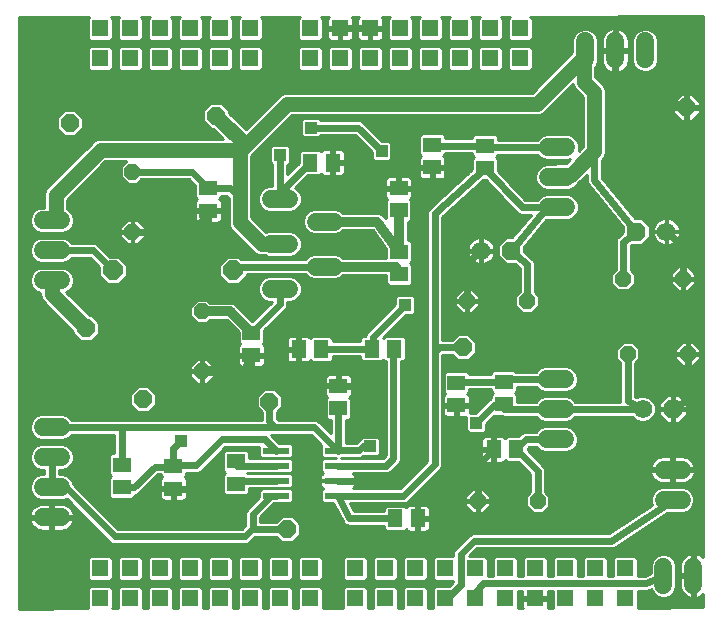
<source format=gtl>
G75*
%MOIN*%
%OFA0B0*%
%FSLAX25Y25*%
%IPPOS*%
%LPD*%
%AMOC8*
5,1,8,0,0,1.08239X$1,22.5*
%
%ADD10C,0.06000*%
%ADD11R,0.08661X0.02362*%
%ADD12R,0.05906X0.05118*%
%ADD13OC8,0.06496*%
%ADD14R,0.05118X0.05906*%
%ADD15C,0.06200*%
%ADD16OC8,0.06200*%
%ADD17R,0.05543X0.05543*%
%ADD18OC8,0.05200*%
%ADD19OC8,0.06000*%
%ADD20C,0.05000*%
%ADD21C,0.02400*%
%ADD22R,0.03962X0.03962*%
%ADD23C,0.03200*%
%ADD24C,0.01000*%
D10*
X0124044Y0074528D02*
X0130044Y0074528D01*
X0130044Y0084528D02*
X0124044Y0084528D01*
X0124044Y0094528D02*
X0130044Y0094528D01*
X0130044Y0104528D02*
X0124044Y0104528D01*
X0124044Y0153425D02*
X0130044Y0153425D01*
X0130044Y0163425D02*
X0124044Y0163425D01*
X0124044Y0173425D02*
X0130044Y0173425D01*
X0200036Y0180557D02*
X0206036Y0180557D01*
X0215036Y0173057D02*
X0221036Y0173057D01*
X0206036Y0165557D02*
X0200036Y0165557D01*
X0215036Y0158057D02*
X0221036Y0158057D01*
X0206036Y0150557D02*
X0200036Y0150557D01*
X0292501Y0177882D02*
X0298501Y0177882D01*
X0298501Y0187882D02*
X0292501Y0187882D01*
X0292501Y0197882D02*
X0298501Y0197882D01*
X0304839Y0227079D02*
X0304839Y0233079D01*
X0314839Y0233079D02*
X0314839Y0227079D01*
X0324839Y0227079D02*
X0324839Y0233079D01*
X0298003Y0120476D02*
X0292003Y0120476D01*
X0292003Y0110476D02*
X0298003Y0110476D01*
X0298003Y0100476D02*
X0292003Y0100476D01*
X0330973Y0090276D02*
X0336973Y0090276D01*
X0336973Y0080276D02*
X0330973Y0080276D01*
X0330942Y0058000D02*
X0330942Y0052000D01*
X0340942Y0052000D02*
X0340942Y0058000D01*
D11*
X0222329Y0081654D03*
X0222329Y0086654D03*
X0222329Y0091654D03*
X0222329Y0096654D03*
X0201857Y0096654D03*
X0201857Y0091654D03*
X0201857Y0086654D03*
X0201857Y0081654D03*
D12*
X0188471Y0085610D03*
X0188471Y0093091D03*
X0167595Y0091535D03*
X0167595Y0084055D03*
X0150390Y0084528D03*
X0150390Y0092008D03*
X0193607Y0128549D03*
X0193607Y0136029D03*
X0222556Y0118228D03*
X0222556Y0110748D03*
X0261893Y0111846D03*
X0261893Y0119326D03*
X0277759Y0119641D03*
X0277759Y0112161D03*
X0242820Y0155557D03*
X0242820Y0163037D03*
X0242662Y0176738D03*
X0242662Y0184218D03*
X0253831Y0191126D03*
X0253831Y0198606D03*
X0271430Y0198370D03*
X0271430Y0190890D03*
X0179204Y0184201D03*
X0179204Y0176721D03*
D13*
X0187426Y0156777D03*
X0147426Y0156777D03*
D14*
X0209377Y0130531D03*
X0216857Y0130531D03*
X0233707Y0130650D03*
X0241188Y0130650D03*
X0274334Y0097161D03*
X0281814Y0097161D03*
X0249091Y0074134D03*
X0241611Y0074134D03*
X0220745Y0192717D03*
X0213264Y0192717D03*
D15*
X0270131Y0163331D03*
X0331942Y0169709D03*
X0324051Y0110555D03*
D16*
X0334051Y0110555D03*
X0280131Y0163331D03*
X0321942Y0169709D03*
D17*
X0283225Y0227402D03*
X0273225Y0227402D03*
X0273225Y0237402D03*
X0283225Y0237402D03*
X0263225Y0237402D03*
X0253225Y0237402D03*
X0243225Y0237402D03*
X0233225Y0237402D03*
X0223225Y0237402D03*
X0213225Y0237402D03*
X0213225Y0227402D03*
X0223225Y0227402D03*
X0233225Y0227402D03*
X0243225Y0227402D03*
X0253225Y0227402D03*
X0263225Y0227402D03*
X0193225Y0227402D03*
X0193225Y0237402D03*
X0183225Y0237402D03*
X0173225Y0237402D03*
X0163225Y0237402D03*
X0153225Y0237402D03*
X0143225Y0237402D03*
X0143225Y0227402D03*
X0153225Y0227402D03*
X0163225Y0227402D03*
X0173225Y0227402D03*
X0183225Y0227402D03*
X0183225Y0057402D03*
X0173225Y0057402D03*
X0163225Y0057402D03*
X0153225Y0057402D03*
X0143225Y0057402D03*
X0143225Y0047402D03*
X0153225Y0047402D03*
X0163225Y0047402D03*
X0173225Y0047402D03*
X0183225Y0047402D03*
X0193225Y0047402D03*
X0203225Y0047402D03*
X0203225Y0057402D03*
X0193225Y0057402D03*
X0213225Y0057402D03*
X0213225Y0047402D03*
X0228225Y0047402D03*
X0238225Y0047402D03*
X0238225Y0057402D03*
X0228225Y0057402D03*
X0248225Y0057402D03*
X0258225Y0057402D03*
X0268225Y0057402D03*
X0278225Y0057402D03*
X0288225Y0057402D03*
X0298225Y0057402D03*
X0308225Y0057402D03*
X0318225Y0057402D03*
X0318225Y0047402D03*
X0308225Y0047402D03*
X0298225Y0047402D03*
X0288225Y0047402D03*
X0278225Y0047402D03*
X0268225Y0047402D03*
X0258225Y0047402D03*
X0248225Y0047402D03*
D18*
X0269019Y0079925D03*
X0289019Y0079925D03*
X0319019Y0128941D03*
X0339019Y0128941D03*
X0337469Y0153984D03*
X0317469Y0153984D03*
X0285501Y0146504D03*
X0265501Y0146504D03*
X0177162Y0143110D03*
X0177162Y0123110D03*
X0153934Y0169567D03*
X0153934Y0189567D03*
D19*
X0133068Y0205945D03*
X0181886Y0208307D03*
X0138579Y0137441D03*
X0157477Y0113819D03*
X0199603Y0113031D03*
X0205509Y0070512D03*
X0264170Y0131142D03*
X0338579Y0211063D03*
D20*
X0307871Y0216181D02*
X0307871Y0196496D01*
X0299997Y0188622D01*
X0296241Y0188622D01*
X0295501Y0187882D01*
X0288698Y0212244D02*
X0304446Y0227992D01*
X0304446Y0219606D01*
X0307871Y0216181D01*
X0304446Y0227992D02*
X0304839Y0230079D01*
X0288698Y0212244D02*
X0205509Y0212244D01*
X0191729Y0198465D01*
X0181886Y0208307D01*
X0189367Y0196890D02*
X0143304Y0196890D01*
X0128343Y0181929D01*
X0128343Y0174724D01*
X0127044Y0173425D01*
X0127044Y0153425D02*
X0127044Y0148976D01*
X0138579Y0137441D01*
X0189760Y0172874D02*
X0189760Y0180748D01*
X0189760Y0196496D01*
X0189367Y0196890D01*
X0189760Y0196496D02*
X0191729Y0198465D01*
X0189760Y0172874D02*
X0197078Y0165557D01*
X0203036Y0165557D01*
D21*
X0188706Y0158057D02*
X0187426Y0156777D01*
X0188706Y0158057D02*
X0218036Y0158057D01*
X0203036Y0150557D02*
X0203036Y0145458D01*
X0193607Y0136029D01*
X0216857Y0130531D02*
X0224219Y0130650D01*
X0233707Y0130650D01*
X0234101Y0134537D01*
X0244879Y0145315D01*
X0256296Y0131142D02*
X0254721Y0129567D01*
X0254721Y0175756D01*
X0271430Y0190890D01*
X0283650Y0177882D01*
X0295501Y0177882D01*
X0292241Y0177882D01*
X0280131Y0163331D01*
X0285501Y0158866D01*
X0285501Y0146504D01*
X0265501Y0146504D02*
X0265501Y0159606D01*
X0270131Y0163331D01*
X0264170Y0131142D02*
X0256296Y0131142D01*
X0254721Y0129567D02*
X0254721Y0092165D01*
X0244209Y0081654D01*
X0222329Y0081654D01*
X0226266Y0074124D01*
X0241611Y0074134D01*
X0240548Y0086654D02*
X0247635Y0093740D01*
X0247635Y0108701D01*
X0248816Y0109882D01*
X0261893Y0119326D02*
X0262602Y0119641D01*
X0277759Y0119641D01*
X0278594Y0120476D01*
X0295003Y0120476D01*
X0295003Y0110476D02*
X0313775Y0110476D01*
X0324051Y0110555D01*
X0319019Y0113106D01*
X0319019Y0128941D01*
X0339019Y0128941D02*
X0339019Y0113830D01*
X0334051Y0110555D01*
X0333973Y0080276D02*
X0313579Y0066575D01*
X0267713Y0066575D01*
X0263383Y0062244D01*
X0263383Y0052008D01*
X0258776Y0047402D01*
X0258225Y0047402D01*
X0268225Y0047402D02*
X0268225Y0049370D01*
X0270863Y0052402D01*
X0325194Y0052402D01*
X0330942Y0055000D01*
X0289019Y0079925D02*
X0289019Y0089956D01*
X0281814Y0097161D01*
X0285129Y0100476D01*
X0295003Y0100476D01*
X0295003Y0110476D02*
X0277870Y0110476D01*
X0277759Y0112161D01*
X0274323Y0111767D01*
X0268501Y0105945D01*
X0274334Y0097161D02*
X0269019Y0091846D01*
X0269019Y0079925D01*
X0240548Y0086654D02*
X0222329Y0086654D01*
X0222329Y0091654D02*
X0238461Y0091654D01*
X0240942Y0094134D01*
X0240942Y0130502D01*
X0241188Y0130650D01*
X0230115Y0118150D02*
X0222556Y0118228D01*
X0222556Y0110748D02*
X0222487Y0100049D01*
X0222487Y0096496D01*
X0222329Y0096654D01*
X0222566Y0096890D01*
X0229524Y0096890D01*
X0230705Y0098071D01*
X0233068Y0098071D01*
X0222329Y0096654D02*
X0214455Y0104528D01*
X0201572Y0104528D01*
X0199603Y0106496D01*
X0199603Y0113031D01*
X0201572Y0104528D02*
X0150390Y0104528D01*
X0150390Y0092008D01*
X0150390Y0084528D02*
X0154564Y0084528D01*
X0161414Y0091378D01*
X0167438Y0091378D01*
X0167595Y0091535D01*
X0167595Y0097559D01*
X0170075Y0100039D01*
X0167831Y0091772D02*
X0167595Y0091535D01*
X0167831Y0091772D02*
X0175194Y0091772D01*
X0183855Y0100433D01*
X0198077Y0100433D01*
X0201857Y0096654D01*
X0201857Y0091654D02*
X0188727Y0091654D01*
X0188471Y0093091D01*
X0189121Y0086654D02*
X0188471Y0085610D01*
X0189121Y0086654D02*
X0201857Y0086654D01*
X0201857Y0081654D02*
X0200115Y0081654D01*
X0194091Y0075630D01*
X0194091Y0070906D01*
X0194485Y0070512D01*
X0193698Y0070512D01*
X0191335Y0068150D01*
X0166138Y0068150D01*
X0164170Y0068150D01*
X0148028Y0068150D01*
X0131650Y0084528D01*
X0127044Y0084528D01*
X0127044Y0094528D01*
X0127044Y0104528D02*
X0150390Y0104528D01*
X0167595Y0084055D02*
X0172280Y0084055D01*
X0176375Y0079961D01*
X0176375Y0074449D01*
X0194485Y0070512D02*
X0205509Y0070512D01*
X0235036Y0109882D02*
X0230115Y0118150D01*
X0174412Y0169567D02*
X0179204Y0176721D01*
X0174412Y0169567D02*
X0153934Y0169567D01*
X0147426Y0156777D02*
X0140778Y0163425D01*
X0127044Y0163425D01*
X0153934Y0189567D02*
X0173838Y0189567D01*
X0179204Y0184201D01*
X0186307Y0184201D01*
X0189760Y0180748D01*
X0203036Y0180557D02*
X0203036Y0195205D01*
X0203146Y0195315D01*
X0213264Y0192717D02*
X0205042Y0184887D01*
X0205042Y0180557D01*
X0203036Y0180557D01*
X0213383Y0204370D02*
X0229131Y0204370D01*
X0237005Y0196496D01*
X0253831Y0198606D02*
X0257926Y0198370D01*
X0271430Y0198370D01*
X0270343Y0197882D01*
X0295501Y0197882D01*
X0307871Y0196496D02*
X0307871Y0186811D01*
X0321942Y0169709D01*
X0317469Y0166142D01*
X0317469Y0153984D01*
X0337469Y0153984D02*
X0337469Y0165087D01*
X0331942Y0169709D01*
X0338579Y0211063D02*
X0337398Y0212244D01*
X0323619Y0212244D01*
X0314839Y0221024D01*
X0314839Y0230079D01*
X0233225Y0237402D02*
X0223225Y0237402D01*
D22*
X0213383Y0204370D03*
X0203146Y0195315D03*
X0237005Y0196496D03*
X0244879Y0145315D03*
X0248816Y0109882D03*
X0235036Y0109882D03*
X0233068Y0098071D03*
X0268501Y0105945D03*
X0176375Y0074449D03*
X0170075Y0100039D03*
D23*
X0177162Y0123110D02*
X0192106Y0123110D01*
X0193607Y0128549D01*
X0193607Y0136029D02*
X0186526Y0143110D01*
X0177162Y0143110D01*
X0218036Y0158057D02*
X0241777Y0158057D01*
X0242820Y0155557D01*
X0242820Y0163037D02*
X0242820Y0176974D01*
X0242662Y0176738D01*
X0235556Y0173057D02*
X0242820Y0163037D01*
X0235556Y0173057D02*
X0218036Y0173057D01*
D24*
X0116020Y0241111D02*
X0116020Y0044024D01*
X0139183Y0044062D01*
X0139153Y0044091D01*
X0139153Y0050712D01*
X0139915Y0051473D01*
X0146535Y0051473D01*
X0147297Y0050712D01*
X0147297Y0044091D01*
X0147281Y0044076D01*
X0149166Y0044079D01*
X0149153Y0044091D01*
X0149153Y0050712D01*
X0149915Y0051473D01*
X0156535Y0051473D01*
X0157297Y0050712D01*
X0157297Y0044092D01*
X0159153Y0044095D01*
X0159153Y0050712D01*
X0159915Y0051473D01*
X0166535Y0051473D01*
X0167297Y0050712D01*
X0167297Y0044109D01*
X0169153Y0044112D01*
X0169153Y0050712D01*
X0169915Y0051473D01*
X0176535Y0051473D01*
X0177297Y0050712D01*
X0177297Y0044125D01*
X0179153Y0044128D01*
X0179153Y0050712D01*
X0179915Y0051473D01*
X0186535Y0051473D01*
X0187297Y0050712D01*
X0187297Y0044142D01*
X0189153Y0044145D01*
X0189153Y0050712D01*
X0189915Y0051473D01*
X0196535Y0051473D01*
X0197297Y0050712D01*
X0197297Y0044158D01*
X0199153Y0044161D01*
X0199153Y0050712D01*
X0199915Y0051473D01*
X0206535Y0051473D01*
X0207297Y0050712D01*
X0207297Y0044175D01*
X0209153Y0044178D01*
X0209153Y0050712D01*
X0209915Y0051473D01*
X0216535Y0051473D01*
X0217297Y0050712D01*
X0217297Y0044191D01*
X0224153Y0044203D01*
X0224153Y0050712D01*
X0224915Y0051473D01*
X0231535Y0051473D01*
X0232297Y0050712D01*
X0232297Y0044216D01*
X0234153Y0044219D01*
X0234153Y0050712D01*
X0234915Y0051473D01*
X0241535Y0051473D01*
X0242297Y0050712D01*
X0242297Y0044233D01*
X0244153Y0044236D01*
X0244153Y0050712D01*
X0244915Y0051473D01*
X0251535Y0051473D01*
X0252297Y0050712D01*
X0252297Y0044249D01*
X0254153Y0044252D01*
X0254153Y0050712D01*
X0254915Y0051473D01*
X0259312Y0051473D01*
X0260883Y0053043D01*
X0260883Y0053330D01*
X0254915Y0053330D01*
X0254153Y0054091D01*
X0254153Y0060712D01*
X0254915Y0061473D01*
X0260883Y0061473D01*
X0260883Y0062741D01*
X0261263Y0063660D01*
X0265594Y0067991D01*
X0266297Y0068694D01*
X0267216Y0069075D01*
X0312818Y0069075D01*
X0327009Y0078609D01*
X0326673Y0079420D01*
X0326673Y0081131D01*
X0327328Y0082711D01*
X0328537Y0083921D01*
X0330118Y0084576D01*
X0337828Y0084576D01*
X0339409Y0083921D01*
X0340618Y0082711D01*
X0341273Y0081131D01*
X0341273Y0079420D01*
X0340618Y0077840D01*
X0339409Y0076630D01*
X0337828Y0075976D01*
X0332056Y0075976D01*
X0315175Y0064635D01*
X0314996Y0064455D01*
X0314766Y0064361D01*
X0314561Y0064222D01*
X0314312Y0064172D01*
X0314077Y0064075D01*
X0313829Y0064075D01*
X0313586Y0064026D01*
X0313336Y0064075D01*
X0268749Y0064075D01*
X0266147Y0061473D01*
X0271535Y0061473D01*
X0272297Y0060712D01*
X0272297Y0054902D01*
X0274153Y0054902D01*
X0274153Y0060712D01*
X0274915Y0061473D01*
X0281535Y0061473D01*
X0282297Y0060712D01*
X0282297Y0054902D01*
X0284153Y0054902D01*
X0284153Y0060712D01*
X0284915Y0061473D01*
X0291535Y0061473D01*
X0292297Y0060712D01*
X0292297Y0054902D01*
X0294153Y0054902D01*
X0294153Y0060712D01*
X0294915Y0061473D01*
X0301535Y0061473D01*
X0302297Y0060712D01*
X0302297Y0054902D01*
X0304153Y0054902D01*
X0304153Y0060712D01*
X0304915Y0061473D01*
X0311535Y0061473D01*
X0312297Y0060712D01*
X0312297Y0054902D01*
X0314153Y0054902D01*
X0314153Y0060712D01*
X0314915Y0061473D01*
X0321535Y0061473D01*
X0322297Y0060712D01*
X0322297Y0054902D01*
X0324655Y0054902D01*
X0326642Y0055800D01*
X0326642Y0058855D01*
X0327296Y0060436D01*
X0328506Y0061645D01*
X0330086Y0062300D01*
X0331797Y0062300D01*
X0333377Y0061645D01*
X0334587Y0060436D01*
X0335242Y0058855D01*
X0335242Y0051145D01*
X0334587Y0049564D01*
X0333377Y0048355D01*
X0331797Y0047700D01*
X0330086Y0047700D01*
X0328506Y0048355D01*
X0327296Y0049564D01*
X0326932Y0050444D01*
X0326639Y0050311D01*
X0326610Y0050282D01*
X0326187Y0050107D01*
X0325770Y0049919D01*
X0325729Y0049917D01*
X0325691Y0049902D01*
X0325233Y0049902D01*
X0324776Y0049887D01*
X0324738Y0049902D01*
X0322297Y0049902D01*
X0322297Y0044365D01*
X0344209Y0044401D01*
X0344209Y0048904D01*
X0343873Y0048568D01*
X0343300Y0048151D01*
X0342669Y0047830D01*
X0341995Y0047611D01*
X0341442Y0047523D01*
X0341442Y0054500D01*
X0340442Y0054500D01*
X0340442Y0047523D01*
X0339888Y0047611D01*
X0339214Y0047830D01*
X0338583Y0048151D01*
X0338010Y0048568D01*
X0337509Y0049068D01*
X0337093Y0049641D01*
X0336771Y0050273D01*
X0336552Y0050946D01*
X0336442Y0051646D01*
X0336442Y0054500D01*
X0340442Y0054500D01*
X0340442Y0055500D01*
X0340442Y0062477D01*
X0339888Y0062389D01*
X0339214Y0062170D01*
X0338583Y0061849D01*
X0338010Y0061432D01*
X0337509Y0060932D01*
X0337093Y0060359D01*
X0336771Y0059727D01*
X0336552Y0059054D01*
X0336442Y0058354D01*
X0336442Y0055500D01*
X0340442Y0055500D01*
X0341442Y0055500D01*
X0341442Y0062477D01*
X0341995Y0062389D01*
X0342669Y0062170D01*
X0343300Y0061849D01*
X0343873Y0061432D01*
X0344209Y0061096D01*
X0344209Y0241488D01*
X0286616Y0241393D01*
X0287297Y0240712D01*
X0287297Y0234091D01*
X0286535Y0233330D01*
X0279915Y0233330D01*
X0279153Y0234091D01*
X0279153Y0240712D01*
X0279823Y0241381D01*
X0276632Y0241376D01*
X0277297Y0240712D01*
X0277297Y0234091D01*
X0276535Y0233330D01*
X0269915Y0233330D01*
X0269153Y0234091D01*
X0269153Y0240712D01*
X0269807Y0241365D01*
X0266649Y0241360D01*
X0267297Y0240712D01*
X0267297Y0234091D01*
X0266535Y0233330D01*
X0259915Y0233330D01*
X0259153Y0234091D01*
X0259153Y0240712D01*
X0259790Y0241348D01*
X0256665Y0241343D01*
X0257297Y0240712D01*
X0257297Y0234091D01*
X0256535Y0233330D01*
X0249915Y0233330D01*
X0249153Y0234091D01*
X0249153Y0240712D01*
X0249773Y0241332D01*
X0246682Y0241327D01*
X0247297Y0240712D01*
X0247297Y0234091D01*
X0246535Y0233330D01*
X0239915Y0233330D01*
X0239153Y0234091D01*
X0239153Y0240712D01*
X0239757Y0241315D01*
X0236981Y0241311D01*
X0237197Y0241094D01*
X0237394Y0240752D01*
X0237497Y0240371D01*
X0237497Y0237787D01*
X0233611Y0237787D01*
X0233611Y0237016D01*
X0237497Y0237016D01*
X0237497Y0234432D01*
X0237394Y0234051D01*
X0237197Y0233709D01*
X0236918Y0233430D01*
X0236576Y0233232D01*
X0236194Y0233130D01*
X0233611Y0233130D01*
X0233611Y0237016D01*
X0232839Y0237016D01*
X0228953Y0237016D01*
X0228953Y0234432D01*
X0229056Y0234051D01*
X0229253Y0233709D01*
X0229532Y0233430D01*
X0229874Y0233232D01*
X0230256Y0233130D01*
X0232839Y0233130D01*
X0232839Y0237016D01*
X0232839Y0237787D01*
X0228953Y0237787D01*
X0228953Y0240371D01*
X0229056Y0240752D01*
X0229253Y0241094D01*
X0229457Y0241298D01*
X0226997Y0241294D01*
X0227197Y0241094D01*
X0227394Y0240752D01*
X0227497Y0240371D01*
X0227497Y0237787D01*
X0223611Y0237787D01*
X0223611Y0237016D01*
X0227497Y0237016D01*
X0227497Y0234432D01*
X0227394Y0234051D01*
X0227197Y0233709D01*
X0226918Y0233430D01*
X0226576Y0233232D01*
X0226194Y0233130D01*
X0223611Y0233130D01*
X0223611Y0237016D01*
X0222839Y0237016D01*
X0218953Y0237016D01*
X0218953Y0234432D01*
X0219056Y0234051D01*
X0219253Y0233709D01*
X0219532Y0233430D01*
X0219874Y0233232D01*
X0220256Y0233130D01*
X0222839Y0233130D01*
X0222839Y0237016D01*
X0222839Y0237787D01*
X0218953Y0237787D01*
X0218953Y0240371D01*
X0219056Y0240752D01*
X0219253Y0241094D01*
X0219440Y0241282D01*
X0216731Y0241277D01*
X0217297Y0240712D01*
X0217297Y0234091D01*
X0216535Y0233330D01*
X0209915Y0233330D01*
X0209153Y0234091D01*
X0209153Y0240712D01*
X0209707Y0241265D01*
X0196764Y0241244D01*
X0197297Y0240712D01*
X0197297Y0234091D01*
X0196535Y0233330D01*
X0189915Y0233330D01*
X0189153Y0234091D01*
X0189153Y0240712D01*
X0189674Y0241232D01*
X0186781Y0241228D01*
X0187297Y0240712D01*
X0187297Y0234091D01*
X0186535Y0233330D01*
X0179915Y0233330D01*
X0179153Y0234091D01*
X0179153Y0240712D01*
X0179658Y0241216D01*
X0176797Y0241211D01*
X0177297Y0240712D01*
X0177297Y0234091D01*
X0176535Y0233330D01*
X0169915Y0233330D01*
X0169153Y0234091D01*
X0169153Y0240712D01*
X0169641Y0241199D01*
X0166814Y0241195D01*
X0167297Y0240712D01*
X0167297Y0234091D01*
X0166535Y0233330D01*
X0159915Y0233330D01*
X0159153Y0234091D01*
X0159153Y0240712D01*
X0159624Y0241183D01*
X0156830Y0241178D01*
X0157297Y0240712D01*
X0157297Y0234091D01*
X0156535Y0233330D01*
X0149915Y0233330D01*
X0149153Y0234091D01*
X0149153Y0240712D01*
X0149608Y0241166D01*
X0146847Y0241162D01*
X0147297Y0240712D01*
X0147297Y0234091D01*
X0146535Y0233330D01*
X0139915Y0233330D01*
X0139153Y0234091D01*
X0139153Y0240712D01*
X0139591Y0241150D01*
X0116020Y0241111D01*
X0116020Y0240971D02*
X0139413Y0240971D01*
X0139153Y0239973D02*
X0116020Y0239973D01*
X0116020Y0238974D02*
X0139153Y0238974D01*
X0139153Y0237976D02*
X0116020Y0237976D01*
X0116020Y0236977D02*
X0139153Y0236977D01*
X0139153Y0235979D02*
X0116020Y0235979D01*
X0116020Y0234980D02*
X0139153Y0234980D01*
X0139263Y0233982D02*
X0116020Y0233982D01*
X0116020Y0232983D02*
X0300539Y0232983D01*
X0300539Y0233934D02*
X0300539Y0229460D01*
X0287123Y0216044D01*
X0204753Y0216044D01*
X0203356Y0215466D01*
X0191729Y0203839D01*
X0186186Y0209381D01*
X0186186Y0210088D01*
X0183668Y0212607D01*
X0180105Y0212607D01*
X0177586Y0210088D01*
X0177586Y0206526D01*
X0180105Y0204007D01*
X0180812Y0204007D01*
X0184130Y0200690D01*
X0142548Y0200690D01*
X0141151Y0200111D01*
X0140082Y0199042D01*
X0126191Y0185151D01*
X0125122Y0184082D01*
X0124543Y0182685D01*
X0124543Y0177725D01*
X0123189Y0177725D01*
X0121608Y0177071D01*
X0120399Y0175861D01*
X0119744Y0174281D01*
X0119744Y0172570D01*
X0120399Y0170989D01*
X0121608Y0169780D01*
X0123189Y0169125D01*
X0130899Y0169125D01*
X0132480Y0169780D01*
X0133689Y0170989D01*
X0134344Y0172570D01*
X0134344Y0174281D01*
X0133689Y0175861D01*
X0132480Y0177071D01*
X0132143Y0177210D01*
X0132143Y0180355D01*
X0144878Y0193090D01*
X0151941Y0193090D01*
X0150034Y0191182D01*
X0150034Y0187952D01*
X0152318Y0185667D01*
X0155549Y0185667D01*
X0156949Y0187067D01*
X0172803Y0187067D01*
X0174951Y0184918D01*
X0174951Y0181104D01*
X0175485Y0180570D01*
X0175330Y0180480D01*
X0175051Y0180201D01*
X0174853Y0179859D01*
X0174751Y0179477D01*
X0174751Y0177221D01*
X0178704Y0177221D01*
X0178704Y0176221D01*
X0179704Y0176221D01*
X0179704Y0177221D01*
X0183657Y0177221D01*
X0183657Y0179477D01*
X0183554Y0179859D01*
X0183357Y0180201D01*
X0183078Y0180480D01*
X0182923Y0180570D01*
X0183457Y0181104D01*
X0183457Y0181701D01*
X0185272Y0181701D01*
X0185960Y0181012D01*
X0185960Y0172118D01*
X0186539Y0170721D01*
X0187608Y0169653D01*
X0194925Y0162335D01*
X0196322Y0161757D01*
X0197974Y0161757D01*
X0199181Y0161257D01*
X0206892Y0161257D01*
X0208472Y0161911D01*
X0209682Y0163121D01*
X0210336Y0164701D01*
X0210336Y0166412D01*
X0209682Y0167992D01*
X0208472Y0169202D01*
X0206892Y0169857D01*
X0199181Y0169857D01*
X0198453Y0169555D01*
X0193560Y0174448D01*
X0193560Y0194922D01*
X0193882Y0195243D01*
X0207083Y0208444D01*
X0289453Y0208444D01*
X0290850Y0209023D01*
X0300655Y0218828D01*
X0301224Y0217454D01*
X0304071Y0214607D01*
X0304071Y0198070D01*
X0302640Y0196640D01*
X0302801Y0197027D01*
X0302801Y0198737D01*
X0302146Y0200318D01*
X0300936Y0201527D01*
X0299356Y0202182D01*
X0291645Y0202182D01*
X0290065Y0201527D01*
X0288920Y0200382D01*
X0275683Y0200382D01*
X0275683Y0201468D01*
X0274921Y0202229D01*
X0267939Y0202229D01*
X0267177Y0201468D01*
X0267177Y0200870D01*
X0258084Y0200870D01*
X0258084Y0201704D01*
X0257323Y0202465D01*
X0250340Y0202465D01*
X0249579Y0201704D01*
X0249579Y0195509D01*
X0250113Y0194975D01*
X0249958Y0194885D01*
X0249678Y0194606D01*
X0249481Y0194264D01*
X0249379Y0193883D01*
X0249379Y0191626D01*
X0253331Y0191626D01*
X0253331Y0190626D01*
X0249379Y0190626D01*
X0249379Y0188369D01*
X0249481Y0187988D01*
X0249678Y0187646D01*
X0249958Y0187367D01*
X0250300Y0187169D01*
X0250681Y0187067D01*
X0253331Y0187067D01*
X0253331Y0190626D01*
X0254331Y0190626D01*
X0254331Y0187067D01*
X0256982Y0187067D01*
X0257363Y0187169D01*
X0257705Y0187367D01*
X0257984Y0187646D01*
X0258182Y0187988D01*
X0258284Y0188369D01*
X0258284Y0190626D01*
X0254331Y0190626D01*
X0254331Y0191626D01*
X0258284Y0191626D01*
X0258284Y0193883D01*
X0258182Y0194264D01*
X0257984Y0194606D01*
X0257705Y0194885D01*
X0257550Y0194975D01*
X0258084Y0195509D01*
X0258084Y0195857D01*
X0258278Y0195846D01*
X0258349Y0195870D01*
X0267177Y0195870D01*
X0267177Y0195273D01*
X0267820Y0194630D01*
X0267177Y0193987D01*
X0267177Y0190411D01*
X0253364Y0177900D01*
X0253305Y0177875D01*
X0252997Y0177567D01*
X0252674Y0177275D01*
X0252647Y0177217D01*
X0252602Y0177172D01*
X0252435Y0176770D01*
X0252249Y0176376D01*
X0252246Y0176312D01*
X0252221Y0176253D01*
X0252221Y0175818D01*
X0252200Y0175383D01*
X0252221Y0175323D01*
X0252221Y0093201D01*
X0243174Y0084154D01*
X0227376Y0084154D01*
X0227581Y0084272D01*
X0227860Y0084551D01*
X0228058Y0084893D01*
X0228160Y0085275D01*
X0228160Y0086563D01*
X0222420Y0086563D01*
X0222420Y0086744D01*
X0228160Y0086744D01*
X0228160Y0088032D01*
X0228058Y0088414D01*
X0227860Y0088756D01*
X0227581Y0089035D01*
X0227376Y0089154D01*
X0238959Y0089154D01*
X0239877Y0089534D01*
X0242358Y0092014D01*
X0243061Y0092718D01*
X0243442Y0093637D01*
X0243442Y0126397D01*
X0244285Y0126397D01*
X0245047Y0127158D01*
X0245047Y0134141D01*
X0244285Y0134902D01*
X0238090Y0134902D01*
X0237448Y0134260D01*
X0237403Y0134304D01*
X0245133Y0142034D01*
X0247398Y0142034D01*
X0248160Y0142795D01*
X0248160Y0147835D01*
X0247398Y0148596D01*
X0242359Y0148596D01*
X0241598Y0147835D01*
X0241598Y0145569D01*
X0232423Y0136394D01*
X0232135Y0136160D01*
X0232074Y0136045D01*
X0231982Y0135954D01*
X0231840Y0135611D01*
X0231664Y0135284D01*
X0231651Y0135155D01*
X0231601Y0135035D01*
X0231601Y0134902D01*
X0230610Y0134902D01*
X0229848Y0134141D01*
X0229848Y0133150D01*
X0224696Y0133150D01*
X0224676Y0133157D01*
X0224199Y0133150D01*
X0223722Y0133150D01*
X0223703Y0133142D01*
X0220716Y0133094D01*
X0220716Y0134023D01*
X0219954Y0134784D01*
X0213759Y0134784D01*
X0213225Y0134250D01*
X0213136Y0134405D01*
X0212857Y0134685D01*
X0212515Y0134882D01*
X0212133Y0134984D01*
X0209877Y0134984D01*
X0209877Y0131032D01*
X0208877Y0131032D01*
X0208877Y0134984D01*
X0206620Y0134984D01*
X0206239Y0134882D01*
X0205897Y0134685D01*
X0205617Y0134405D01*
X0205420Y0134063D01*
X0205318Y0133682D01*
X0205318Y0131031D01*
X0208877Y0131031D01*
X0208877Y0130032D01*
X0205318Y0130032D01*
X0205318Y0127381D01*
X0205420Y0127000D01*
X0205617Y0126658D01*
X0205897Y0126378D01*
X0206239Y0126181D01*
X0206620Y0126079D01*
X0208877Y0126079D01*
X0208877Y0130031D01*
X0209877Y0130031D01*
X0209877Y0126079D01*
X0212133Y0126079D01*
X0212515Y0126181D01*
X0212857Y0126378D01*
X0213136Y0126658D01*
X0213225Y0126813D01*
X0213759Y0126279D01*
X0219954Y0126279D01*
X0220716Y0127040D01*
X0220716Y0128093D01*
X0224240Y0128150D01*
X0229848Y0128150D01*
X0229848Y0127158D01*
X0230610Y0126397D01*
X0236805Y0126397D01*
X0237448Y0127039D01*
X0238090Y0126397D01*
X0238442Y0126397D01*
X0238442Y0095169D01*
X0237426Y0094154D01*
X0223364Y0094154D01*
X0223410Y0094172D01*
X0227199Y0094172D01*
X0227416Y0094390D01*
X0230022Y0094390D01*
X0230940Y0094770D01*
X0230960Y0094790D01*
X0235587Y0094790D01*
X0236349Y0095551D01*
X0236349Y0100590D01*
X0235587Y0101352D01*
X0230548Y0101352D01*
X0229786Y0100590D01*
X0229786Y0100396D01*
X0229289Y0100190D01*
X0228489Y0099390D01*
X0224987Y0099390D01*
X0224987Y0100040D01*
X0225031Y0106889D01*
X0226047Y0106889D01*
X0226809Y0107650D01*
X0226809Y0113846D01*
X0226275Y0114380D01*
X0226430Y0114469D01*
X0226709Y0114748D01*
X0226906Y0115090D01*
X0227009Y0115472D01*
X0227009Y0117728D01*
X0223056Y0117728D01*
X0223056Y0118728D01*
X0227009Y0118728D01*
X0227009Y0120985D01*
X0226906Y0121366D01*
X0226709Y0121708D01*
X0226430Y0121988D01*
X0226087Y0122185D01*
X0225706Y0122287D01*
X0223056Y0122287D01*
X0223056Y0118728D01*
X0222056Y0118728D01*
X0222056Y0117728D01*
X0218103Y0117728D01*
X0218103Y0115472D01*
X0218205Y0115090D01*
X0218403Y0114748D01*
X0218682Y0114469D01*
X0218837Y0114380D01*
X0218303Y0113846D01*
X0218303Y0107650D01*
X0219065Y0106889D01*
X0220031Y0106889D01*
X0220003Y0102516D01*
X0215872Y0106647D01*
X0214953Y0107028D01*
X0202607Y0107028D01*
X0202103Y0107532D01*
X0202103Y0109450D01*
X0203903Y0111250D01*
X0203903Y0114813D01*
X0201384Y0117331D01*
X0197822Y0117331D01*
X0195303Y0114813D01*
X0195303Y0111250D01*
X0197103Y0109450D01*
X0197103Y0107028D01*
X0133625Y0107028D01*
X0132480Y0108173D01*
X0130899Y0108828D01*
X0123189Y0108828D01*
X0121608Y0108173D01*
X0120399Y0106963D01*
X0119744Y0105383D01*
X0119744Y0103672D01*
X0120399Y0102092D01*
X0121608Y0100882D01*
X0123189Y0100228D01*
X0130899Y0100228D01*
X0132480Y0100882D01*
X0133625Y0102028D01*
X0147890Y0102028D01*
X0147890Y0095867D01*
X0146899Y0095867D01*
X0146138Y0095105D01*
X0146138Y0088910D01*
X0146780Y0088268D01*
X0146138Y0087625D01*
X0146138Y0081430D01*
X0146899Y0080669D01*
X0153882Y0080669D01*
X0154643Y0081430D01*
X0154643Y0082028D01*
X0155061Y0082028D01*
X0155980Y0082408D01*
X0162450Y0088878D01*
X0163342Y0088878D01*
X0163342Y0088438D01*
X0163876Y0087904D01*
X0163721Y0087814D01*
X0163442Y0087535D01*
X0163245Y0087193D01*
X0163142Y0086812D01*
X0163142Y0084555D01*
X0167095Y0084555D01*
X0167095Y0083555D01*
X0168095Y0083555D01*
X0168095Y0079996D01*
X0170745Y0079996D01*
X0171127Y0080098D01*
X0171469Y0080296D01*
X0171748Y0080575D01*
X0171946Y0080917D01*
X0172048Y0081299D01*
X0172048Y0083555D01*
X0168095Y0083555D01*
X0168095Y0084555D01*
X0172048Y0084555D01*
X0172048Y0086812D01*
X0171946Y0087193D01*
X0171748Y0087535D01*
X0171469Y0087814D01*
X0171314Y0087904D01*
X0171848Y0088438D01*
X0171848Y0089272D01*
X0175691Y0089272D01*
X0176610Y0089652D01*
X0177313Y0090356D01*
X0184891Y0097933D01*
X0196226Y0097933D01*
X0196226Y0094934D01*
X0196988Y0094172D01*
X0201314Y0094172D01*
X0201360Y0094154D01*
X0202354Y0094154D01*
X0202400Y0094172D01*
X0206726Y0094172D01*
X0207488Y0094934D01*
X0207488Y0098373D01*
X0206726Y0099135D01*
X0202911Y0099135D01*
X0200197Y0101849D01*
X0200018Y0102028D01*
X0213420Y0102028D01*
X0216886Y0098561D01*
X0216699Y0098373D01*
X0216699Y0094934D01*
X0217460Y0094172D01*
X0221564Y0094172D01*
X0221655Y0094135D01*
X0217460Y0094135D01*
X0216699Y0093373D01*
X0216699Y0089934D01*
X0217407Y0089225D01*
X0217078Y0089035D01*
X0216798Y0088756D01*
X0216601Y0088414D01*
X0216499Y0088032D01*
X0216499Y0086744D01*
X0222239Y0086744D01*
X0222239Y0086563D01*
X0216499Y0086563D01*
X0216499Y0085275D01*
X0216601Y0084893D01*
X0216798Y0084551D01*
X0217078Y0084272D01*
X0217407Y0084082D01*
X0216699Y0083373D01*
X0216699Y0079934D01*
X0217460Y0079172D01*
X0220806Y0079172D01*
X0224000Y0073064D01*
X0224148Y0072707D01*
X0224229Y0072626D01*
X0224281Y0072525D01*
X0224578Y0072277D01*
X0224852Y0072004D01*
X0224957Y0071960D01*
X0225044Y0071887D01*
X0225413Y0071771D01*
X0225771Y0071624D01*
X0225885Y0071624D01*
X0225993Y0071590D01*
X0226379Y0071624D01*
X0237752Y0071631D01*
X0237752Y0070643D01*
X0238513Y0069881D01*
X0244708Y0069881D01*
X0245242Y0070415D01*
X0245332Y0070260D01*
X0245611Y0069981D01*
X0245953Y0069783D01*
X0246335Y0069681D01*
X0248591Y0069681D01*
X0248591Y0073634D01*
X0249591Y0073634D01*
X0249591Y0069681D01*
X0251848Y0069681D01*
X0252229Y0069783D01*
X0252571Y0069981D01*
X0252851Y0070260D01*
X0253048Y0070602D01*
X0253150Y0070984D01*
X0253150Y0073634D01*
X0249591Y0073634D01*
X0249591Y0074634D01*
X0248591Y0074634D01*
X0248591Y0078587D01*
X0246335Y0078587D01*
X0245953Y0078484D01*
X0245611Y0078287D01*
X0245332Y0078008D01*
X0245242Y0077853D01*
X0244708Y0078387D01*
X0238513Y0078387D01*
X0237752Y0077625D01*
X0237752Y0076631D01*
X0227780Y0076625D01*
X0226458Y0079154D01*
X0244707Y0079154D01*
X0245625Y0079534D01*
X0256137Y0090046D01*
X0256841Y0090749D01*
X0257221Y0091668D01*
X0257221Y0128531D01*
X0257331Y0128642D01*
X0260589Y0128642D01*
X0262389Y0126842D01*
X0265951Y0126842D01*
X0268470Y0129361D01*
X0268470Y0132923D01*
X0265951Y0135442D01*
X0262389Y0135442D01*
X0260589Y0133642D01*
X0257221Y0133642D01*
X0257221Y0174647D01*
X0270893Y0187031D01*
X0271625Y0187031D01*
X0281515Y0176503D01*
X0281531Y0176466D01*
X0281855Y0176142D01*
X0282169Y0175808D01*
X0282206Y0175791D01*
X0282234Y0175762D01*
X0282658Y0175587D01*
X0283075Y0175399D01*
X0283116Y0175397D01*
X0283153Y0175382D01*
X0283611Y0175382D01*
X0284069Y0175368D01*
X0284107Y0175382D01*
X0286908Y0175382D01*
X0280540Y0167731D01*
X0278308Y0167731D01*
X0275731Y0165153D01*
X0275731Y0161508D01*
X0278308Y0158931D01*
X0281512Y0158931D01*
X0283001Y0157693D01*
X0283001Y0149519D01*
X0281601Y0148119D01*
X0281601Y0144889D01*
X0283885Y0142604D01*
X0287116Y0142604D01*
X0289401Y0144889D01*
X0289401Y0148119D01*
X0288001Y0149519D01*
X0288001Y0158487D01*
X0288036Y0158600D01*
X0288001Y0158981D01*
X0288001Y0159363D01*
X0287955Y0159473D01*
X0287945Y0159591D01*
X0287766Y0159929D01*
X0287620Y0160282D01*
X0287536Y0160366D01*
X0287481Y0160471D01*
X0287187Y0160715D01*
X0286917Y0160986D01*
X0286807Y0161031D01*
X0284531Y0162924D01*
X0284531Y0164709D01*
X0291915Y0173582D01*
X0299356Y0173582D01*
X0300936Y0174237D01*
X0302146Y0175446D01*
X0302801Y0177027D01*
X0302801Y0178737D01*
X0302146Y0180318D01*
X0300936Y0181527D01*
X0299356Y0182182D01*
X0291645Y0182182D01*
X0290065Y0181527D01*
X0288920Y0180382D01*
X0284732Y0180382D01*
X0275683Y0190014D01*
X0275683Y0193987D01*
X0275040Y0194630D01*
X0275683Y0195273D01*
X0275683Y0195382D01*
X0288920Y0195382D01*
X0290065Y0194237D01*
X0291645Y0193582D01*
X0299356Y0193582D01*
X0299743Y0193742D01*
X0298423Y0192422D01*
X0295485Y0192422D01*
X0294905Y0192182D01*
X0291645Y0192182D01*
X0290065Y0191527D01*
X0288855Y0190318D01*
X0288201Y0188737D01*
X0288201Y0187027D01*
X0288855Y0185446D01*
X0290065Y0184237D01*
X0291645Y0183582D01*
X0299356Y0183582D01*
X0300936Y0184237D01*
X0302066Y0185366D01*
X0302149Y0185401D01*
X0303218Y0186470D01*
X0305371Y0188622D01*
X0305371Y0186932D01*
X0305334Y0186558D01*
X0305371Y0186439D01*
X0305371Y0186314D01*
X0305515Y0185966D01*
X0305624Y0185607D01*
X0305704Y0185510D01*
X0305751Y0185395D01*
X0306017Y0185129D01*
X0317542Y0171122D01*
X0317542Y0169397D01*
X0316186Y0168316D01*
X0316053Y0168261D01*
X0315801Y0168009D01*
X0315522Y0167786D01*
X0315452Y0167660D01*
X0315350Y0167558D01*
X0315213Y0167228D01*
X0315041Y0166916D01*
X0315024Y0166772D01*
X0314969Y0166639D01*
X0314969Y0166282D01*
X0314929Y0165927D01*
X0314969Y0165789D01*
X0314969Y0157000D01*
X0313569Y0155600D01*
X0313569Y0152369D01*
X0315854Y0150084D01*
X0319085Y0150084D01*
X0321369Y0152369D01*
X0321369Y0155600D01*
X0319969Y0157000D01*
X0319969Y0164938D01*
X0320434Y0165309D01*
X0323764Y0165309D01*
X0326342Y0167886D01*
X0326342Y0171531D01*
X0323764Y0174109D01*
X0321559Y0174109D01*
X0310371Y0187707D01*
X0310371Y0193622D01*
X0311092Y0194344D01*
X0311671Y0195740D01*
X0311671Y0216937D01*
X0311092Y0218334D01*
X0310023Y0219403D01*
X0308246Y0221180D01*
X0308246Y0224404D01*
X0308485Y0224643D01*
X0309139Y0226223D01*
X0309139Y0233934D01*
X0308485Y0235514D01*
X0307275Y0236724D01*
X0305695Y0237379D01*
X0303984Y0237379D01*
X0302403Y0236724D01*
X0301194Y0235514D01*
X0300539Y0233934D01*
X0300559Y0233982D02*
X0287187Y0233982D01*
X0287297Y0234980D02*
X0300973Y0234980D01*
X0301658Y0235979D02*
X0287297Y0235979D01*
X0287297Y0236977D02*
X0303015Y0236977D01*
X0306664Y0236977D02*
X0312579Y0236977D01*
X0312481Y0236927D02*
X0311908Y0236511D01*
X0311407Y0236010D01*
X0310990Y0235437D01*
X0310669Y0234806D01*
X0310450Y0234132D01*
X0310339Y0233433D01*
X0310339Y0230579D01*
X0314339Y0230579D01*
X0314339Y0237556D01*
X0313785Y0237468D01*
X0313112Y0237249D01*
X0312481Y0236927D01*
X0311384Y0235979D02*
X0308020Y0235979D01*
X0308706Y0234980D02*
X0310758Y0234980D01*
X0310426Y0233982D02*
X0309119Y0233982D01*
X0309139Y0232983D02*
X0310339Y0232983D01*
X0310339Y0231985D02*
X0309139Y0231985D01*
X0309139Y0230986D02*
X0310339Y0230986D01*
X0310339Y0229579D02*
X0310339Y0226725D01*
X0310450Y0226025D01*
X0310669Y0225351D01*
X0310990Y0224720D01*
X0311407Y0224147D01*
X0311908Y0223646D01*
X0312481Y0223230D01*
X0313112Y0222908D01*
X0313785Y0222690D01*
X0314339Y0222602D01*
X0314339Y0229579D01*
X0310339Y0229579D01*
X0310339Y0228989D02*
X0309139Y0228989D01*
X0309139Y0227991D02*
X0310339Y0227991D01*
X0310339Y0226992D02*
X0309139Y0226992D01*
X0309044Y0225994D02*
X0310460Y0225994D01*
X0310850Y0224995D02*
X0308630Y0224995D01*
X0308246Y0223997D02*
X0311557Y0223997D01*
X0312936Y0222998D02*
X0308246Y0222998D01*
X0308246Y0222000D02*
X0344209Y0222000D01*
X0344209Y0222998D02*
X0326224Y0222998D01*
X0325695Y0222779D02*
X0327275Y0223433D01*
X0328485Y0224643D01*
X0329139Y0226223D01*
X0329139Y0233934D01*
X0328485Y0235514D01*
X0327275Y0236724D01*
X0325695Y0237379D01*
X0323984Y0237379D01*
X0322403Y0236724D01*
X0321194Y0235514D01*
X0320539Y0233934D01*
X0320539Y0226223D01*
X0321194Y0224643D01*
X0322403Y0223433D01*
X0323984Y0222779D01*
X0325695Y0222779D01*
X0323454Y0222998D02*
X0316743Y0222998D01*
X0316567Y0222908D02*
X0317198Y0223230D01*
X0317771Y0223646D01*
X0318272Y0224147D01*
X0318688Y0224720D01*
X0319010Y0225351D01*
X0319228Y0226025D01*
X0319339Y0226725D01*
X0319339Y0229579D01*
X0315339Y0229579D01*
X0315339Y0230579D01*
X0314339Y0230579D01*
X0314339Y0229579D01*
X0315339Y0229579D01*
X0315339Y0222602D01*
X0315893Y0222690D01*
X0316567Y0222908D01*
X0315339Y0222998D02*
X0314339Y0222998D01*
X0314339Y0223997D02*
X0315339Y0223997D01*
X0315339Y0224995D02*
X0314339Y0224995D01*
X0314339Y0225994D02*
X0315339Y0225994D01*
X0315339Y0226992D02*
X0314339Y0226992D01*
X0314339Y0227991D02*
X0315339Y0227991D01*
X0315339Y0228989D02*
X0314339Y0228989D01*
X0314339Y0229988D02*
X0309139Y0229988D01*
X0314339Y0230986D02*
X0315339Y0230986D01*
X0315339Y0230579D02*
X0315339Y0237556D01*
X0315893Y0237468D01*
X0316567Y0237249D01*
X0317198Y0236927D01*
X0317771Y0236511D01*
X0318272Y0236010D01*
X0318688Y0235437D01*
X0319010Y0234806D01*
X0319228Y0234132D01*
X0319339Y0233433D01*
X0319339Y0230579D01*
X0315339Y0230579D01*
X0315339Y0229988D02*
X0320539Y0229988D01*
X0320539Y0230986D02*
X0319339Y0230986D01*
X0319339Y0231985D02*
X0320539Y0231985D01*
X0320539Y0232983D02*
X0319339Y0232983D01*
X0319252Y0233982D02*
X0320559Y0233982D01*
X0320973Y0234980D02*
X0318921Y0234980D01*
X0318295Y0235979D02*
X0321658Y0235979D01*
X0323015Y0236977D02*
X0317100Y0236977D01*
X0315339Y0236977D02*
X0314339Y0236977D01*
X0314339Y0235979D02*
X0315339Y0235979D01*
X0315339Y0234980D02*
X0314339Y0234980D01*
X0314339Y0233982D02*
X0315339Y0233982D01*
X0315339Y0232983D02*
X0314339Y0232983D01*
X0314339Y0231985D02*
X0315339Y0231985D01*
X0319339Y0228989D02*
X0320539Y0228989D01*
X0320539Y0227991D02*
X0319339Y0227991D01*
X0319339Y0226992D02*
X0320539Y0226992D01*
X0320634Y0225994D02*
X0319218Y0225994D01*
X0318828Y0224995D02*
X0321048Y0224995D01*
X0321840Y0223997D02*
X0318121Y0223997D01*
X0311228Y0218006D02*
X0344209Y0218006D01*
X0344209Y0219004D02*
X0310422Y0219004D01*
X0309423Y0220003D02*
X0344209Y0220003D01*
X0344209Y0221001D02*
X0308425Y0221001D01*
X0311642Y0217007D02*
X0344209Y0217007D01*
X0344209Y0216009D02*
X0311671Y0216009D01*
X0311671Y0215010D02*
X0336163Y0215010D01*
X0336715Y0215563D02*
X0334079Y0212927D01*
X0334079Y0211563D01*
X0338079Y0211563D01*
X0338079Y0210563D01*
X0334079Y0210563D01*
X0334079Y0209199D01*
X0336715Y0206563D01*
X0338079Y0206563D01*
X0338079Y0210563D01*
X0339079Y0210563D01*
X0339079Y0206563D01*
X0340443Y0206563D01*
X0343079Y0209199D01*
X0343079Y0210563D01*
X0339079Y0210563D01*
X0339079Y0211563D01*
X0338079Y0211563D01*
X0338079Y0215563D01*
X0336715Y0215563D01*
X0338079Y0215010D02*
X0339079Y0215010D01*
X0339079Y0215563D02*
X0340443Y0215563D01*
X0343079Y0212927D01*
X0343079Y0211563D01*
X0339079Y0211563D01*
X0339079Y0215563D01*
X0339079Y0214012D02*
X0338079Y0214012D01*
X0338079Y0213013D02*
X0339079Y0213013D01*
X0339079Y0212015D02*
X0338079Y0212015D01*
X0338079Y0211016D02*
X0311671Y0211016D01*
X0311671Y0210017D02*
X0334079Y0210017D01*
X0334259Y0209019D02*
X0311671Y0209019D01*
X0311671Y0208020D02*
X0335258Y0208020D01*
X0336256Y0207022D02*
X0311671Y0207022D01*
X0311671Y0206023D02*
X0344209Y0206023D01*
X0344209Y0205025D02*
X0311671Y0205025D01*
X0311671Y0204026D02*
X0344209Y0204026D01*
X0344209Y0203028D02*
X0311671Y0203028D01*
X0311671Y0202029D02*
X0344209Y0202029D01*
X0344209Y0201031D02*
X0311671Y0201031D01*
X0311671Y0200032D02*
X0344209Y0200032D01*
X0344209Y0199034D02*
X0311671Y0199034D01*
X0311671Y0198035D02*
X0344209Y0198035D01*
X0344209Y0197037D02*
X0311671Y0197037D01*
X0311671Y0196038D02*
X0344209Y0196038D01*
X0344209Y0195040D02*
X0311381Y0195040D01*
X0310790Y0194041D02*
X0344209Y0194041D01*
X0344209Y0193043D02*
X0310371Y0193043D01*
X0310371Y0192044D02*
X0344209Y0192044D01*
X0344209Y0191046D02*
X0310371Y0191046D01*
X0310371Y0190047D02*
X0344209Y0190047D01*
X0344209Y0189049D02*
X0310371Y0189049D01*
X0310371Y0188050D02*
X0344209Y0188050D01*
X0344209Y0187052D02*
X0310910Y0187052D01*
X0311732Y0186053D02*
X0344209Y0186053D01*
X0344209Y0185055D02*
X0312553Y0185055D01*
X0313375Y0184056D02*
X0344209Y0184056D01*
X0344209Y0183058D02*
X0314196Y0183058D01*
X0315018Y0182059D02*
X0344209Y0182059D01*
X0344209Y0181061D02*
X0315839Y0181061D01*
X0316661Y0180062D02*
X0344209Y0180062D01*
X0344209Y0179064D02*
X0317482Y0179064D01*
X0318304Y0178065D02*
X0344209Y0178065D01*
X0344209Y0177067D02*
X0319125Y0177067D01*
X0319947Y0176068D02*
X0344209Y0176068D01*
X0344209Y0175070D02*
X0320768Y0175070D01*
X0323802Y0174071D02*
X0330482Y0174071D01*
X0330176Y0173972D02*
X0329531Y0173643D01*
X0328945Y0173217D01*
X0328433Y0172705D01*
X0328007Y0172120D01*
X0327679Y0171474D01*
X0327455Y0170786D01*
X0327342Y0170071D01*
X0327342Y0170009D01*
X0331642Y0170009D01*
X0331642Y0174309D01*
X0331580Y0174309D01*
X0330864Y0174195D01*
X0330176Y0173972D01*
X0331642Y0174071D02*
X0332242Y0174071D01*
X0332242Y0174309D02*
X0332304Y0174309D01*
X0333019Y0174195D01*
X0333707Y0173972D01*
X0334353Y0173643D01*
X0334938Y0173217D01*
X0335450Y0172705D01*
X0335876Y0172120D01*
X0336205Y0171474D01*
X0336428Y0170786D01*
X0336542Y0170071D01*
X0336542Y0170009D01*
X0332242Y0170009D01*
X0332242Y0169409D01*
X0336542Y0169409D01*
X0336542Y0169347D01*
X0336428Y0168631D01*
X0336205Y0167943D01*
X0335876Y0167298D01*
X0335450Y0166712D01*
X0334938Y0166200D01*
X0334353Y0165774D01*
X0333707Y0165446D01*
X0333019Y0165222D01*
X0332304Y0165109D01*
X0332242Y0165109D01*
X0332242Y0169409D01*
X0331642Y0169409D01*
X0331642Y0165109D01*
X0331580Y0165109D01*
X0330864Y0165222D01*
X0330176Y0165446D01*
X0329531Y0165774D01*
X0328945Y0166200D01*
X0328433Y0166712D01*
X0328007Y0167298D01*
X0327679Y0167943D01*
X0327455Y0168631D01*
X0327342Y0169347D01*
X0327342Y0169409D01*
X0331642Y0169409D01*
X0331642Y0170009D01*
X0332242Y0170009D01*
X0332242Y0174309D01*
X0333401Y0174071D02*
X0344209Y0174071D01*
X0344209Y0173073D02*
X0335083Y0173073D01*
X0335899Y0172074D02*
X0344209Y0172074D01*
X0344209Y0171076D02*
X0336334Y0171076D01*
X0336541Y0170077D02*
X0344209Y0170077D01*
X0344209Y0169079D02*
X0336499Y0169079D01*
X0336249Y0168080D02*
X0344209Y0168080D01*
X0344209Y0167082D02*
X0335719Y0167082D01*
X0334777Y0166083D02*
X0344209Y0166083D01*
X0344209Y0165084D02*
X0320153Y0165084D01*
X0319969Y0164086D02*
X0344209Y0164086D01*
X0344209Y0163087D02*
X0319969Y0163087D01*
X0319969Y0162089D02*
X0344209Y0162089D01*
X0344209Y0161090D02*
X0319969Y0161090D01*
X0319969Y0160092D02*
X0344209Y0160092D01*
X0344209Y0159093D02*
X0319969Y0159093D01*
X0319969Y0158095D02*
X0344209Y0158095D01*
X0344209Y0157096D02*
X0340155Y0157096D01*
X0339167Y0158084D02*
X0341569Y0155683D01*
X0341569Y0154284D01*
X0337769Y0154284D01*
X0337769Y0153684D01*
X0337769Y0149884D01*
X0339167Y0149884D01*
X0341569Y0152286D01*
X0341569Y0153684D01*
X0337769Y0153684D01*
X0337169Y0153684D01*
X0337169Y0149884D01*
X0335771Y0149884D01*
X0333369Y0152286D01*
X0333369Y0153684D01*
X0337169Y0153684D01*
X0337169Y0154284D01*
X0333369Y0154284D01*
X0333369Y0155683D01*
X0335771Y0158084D01*
X0337169Y0158084D01*
X0337169Y0154284D01*
X0337769Y0154284D01*
X0337769Y0158084D01*
X0339167Y0158084D01*
X0337769Y0157096D02*
X0337169Y0157096D01*
X0337169Y0156098D02*
X0337769Y0156098D01*
X0337769Y0155099D02*
X0337169Y0155099D01*
X0337169Y0154101D02*
X0321369Y0154101D01*
X0321369Y0155099D02*
X0333369Y0155099D01*
X0333785Y0156098D02*
X0320871Y0156098D01*
X0319969Y0157096D02*
X0334783Y0157096D01*
X0337769Y0154101D02*
X0344209Y0154101D01*
X0344209Y0155099D02*
X0341569Y0155099D01*
X0341154Y0156098D02*
X0344209Y0156098D01*
X0344209Y0153102D02*
X0341569Y0153102D01*
X0341387Y0152104D02*
X0344209Y0152104D01*
X0344209Y0151105D02*
X0340388Y0151105D01*
X0339390Y0150107D02*
X0344209Y0150107D01*
X0344209Y0149108D02*
X0288412Y0149108D01*
X0288001Y0150107D02*
X0315831Y0150107D01*
X0314833Y0151105D02*
X0288001Y0151105D01*
X0288001Y0152104D02*
X0313834Y0152104D01*
X0313569Y0153102D02*
X0288001Y0153102D01*
X0288001Y0154101D02*
X0313569Y0154101D01*
X0313569Y0155099D02*
X0288001Y0155099D01*
X0288001Y0156098D02*
X0314067Y0156098D01*
X0314969Y0157096D02*
X0288001Y0157096D01*
X0288001Y0158095D02*
X0314969Y0158095D01*
X0314969Y0159093D02*
X0288001Y0159093D01*
X0287699Y0160092D02*
X0314969Y0160092D01*
X0314969Y0161090D02*
X0286736Y0161090D01*
X0285535Y0162089D02*
X0314969Y0162089D01*
X0314969Y0163087D02*
X0284531Y0163087D01*
X0284531Y0164086D02*
X0314969Y0164086D01*
X0314969Y0165084D02*
X0284843Y0165084D01*
X0285674Y0166083D02*
X0314947Y0166083D01*
X0315132Y0167082D02*
X0286505Y0167082D01*
X0287336Y0168080D02*
X0315872Y0168080D01*
X0317142Y0169079D02*
X0288167Y0169079D01*
X0288998Y0170077D02*
X0317542Y0170077D01*
X0317542Y0171076D02*
X0289829Y0171076D01*
X0290660Y0172074D02*
X0316758Y0172074D01*
X0315937Y0173073D02*
X0291491Y0173073D01*
X0286648Y0175070D02*
X0257687Y0175070D01*
X0257221Y0174071D02*
X0285817Y0174071D01*
X0284986Y0173073D02*
X0257221Y0173073D01*
X0257221Y0172074D02*
X0284155Y0172074D01*
X0283324Y0171076D02*
X0257221Y0171076D01*
X0257221Y0170077D02*
X0282493Y0170077D01*
X0281662Y0169079D02*
X0257221Y0169079D01*
X0257221Y0168080D02*
X0280831Y0168080D01*
X0277659Y0167082D02*
X0272794Y0167082D01*
X0272541Y0167265D02*
X0271896Y0167594D01*
X0271208Y0167817D01*
X0270493Y0167931D01*
X0270431Y0167931D01*
X0270431Y0163631D01*
X0274731Y0163631D01*
X0274731Y0163693D01*
X0274617Y0164408D01*
X0274394Y0165096D01*
X0274065Y0165742D01*
X0273639Y0166327D01*
X0273127Y0166839D01*
X0272541Y0167265D01*
X0273817Y0166083D02*
X0276660Y0166083D01*
X0275731Y0165084D02*
X0274397Y0165084D01*
X0274668Y0164086D02*
X0275731Y0164086D01*
X0275731Y0163087D02*
X0270431Y0163087D01*
X0270431Y0163031D02*
X0270431Y0163631D01*
X0269831Y0163631D01*
X0269831Y0167931D01*
X0269769Y0167931D01*
X0269053Y0167817D01*
X0268365Y0167594D01*
X0267720Y0167265D01*
X0267134Y0166839D01*
X0266622Y0166327D01*
X0266196Y0165742D01*
X0265868Y0165096D01*
X0265644Y0164408D01*
X0265531Y0163693D01*
X0265531Y0163631D01*
X0269830Y0163631D01*
X0269830Y0163031D01*
X0265531Y0163031D01*
X0265531Y0162969D01*
X0265644Y0162254D01*
X0265868Y0161565D01*
X0266196Y0160920D01*
X0266622Y0160334D01*
X0267134Y0159822D01*
X0267720Y0159396D01*
X0268365Y0159068D01*
X0269053Y0158844D01*
X0269769Y0158731D01*
X0269831Y0158731D01*
X0269831Y0163031D01*
X0270431Y0163031D01*
X0274731Y0163031D01*
X0274731Y0162969D01*
X0274617Y0162254D01*
X0274394Y0161565D01*
X0274065Y0160920D01*
X0273639Y0160334D01*
X0273127Y0159822D01*
X0272541Y0159396D01*
X0271896Y0159068D01*
X0271208Y0158844D01*
X0270493Y0158731D01*
X0270431Y0158731D01*
X0270431Y0163031D01*
X0269830Y0163087D02*
X0257221Y0163087D01*
X0257221Y0162089D02*
X0265697Y0162089D01*
X0266109Y0161090D02*
X0257221Y0161090D01*
X0257221Y0160092D02*
X0266864Y0160092D01*
X0268314Y0159093D02*
X0257221Y0159093D01*
X0257221Y0158095D02*
X0282518Y0158095D01*
X0283001Y0157096D02*
X0257221Y0157096D01*
X0257221Y0156098D02*
X0283001Y0156098D01*
X0283001Y0155099D02*
X0257221Y0155099D01*
X0257221Y0154101D02*
X0283001Y0154101D01*
X0283001Y0153102D02*
X0257221Y0153102D01*
X0257221Y0152104D02*
X0283001Y0152104D01*
X0283001Y0151105D02*
X0257221Y0151105D01*
X0257221Y0150107D02*
X0263305Y0150107D01*
X0263802Y0150604D02*
X0261401Y0148202D01*
X0261401Y0146804D01*
X0265201Y0146804D01*
X0265201Y0150604D01*
X0263802Y0150604D01*
X0265201Y0150107D02*
X0265801Y0150107D01*
X0265801Y0150604D02*
X0267199Y0150604D01*
X0269601Y0148202D01*
X0269601Y0146804D01*
X0265801Y0146804D01*
X0265801Y0146204D01*
X0269601Y0146204D01*
X0269601Y0144806D01*
X0267199Y0142404D01*
X0265801Y0142404D01*
X0265801Y0146204D01*
X0265201Y0146204D01*
X0265201Y0142404D01*
X0263802Y0142404D01*
X0261401Y0144806D01*
X0261401Y0146204D01*
X0265201Y0146204D01*
X0265201Y0146804D01*
X0265801Y0146804D01*
X0265801Y0150604D01*
X0265801Y0149108D02*
X0265201Y0149108D01*
X0265201Y0148110D02*
X0265801Y0148110D01*
X0265801Y0147111D02*
X0265201Y0147111D01*
X0265201Y0146113D02*
X0265801Y0146113D01*
X0265801Y0145114D02*
X0265201Y0145114D01*
X0265201Y0144116D02*
X0265801Y0144116D01*
X0265801Y0143117D02*
X0265201Y0143117D01*
X0263089Y0143117D02*
X0257221Y0143117D01*
X0257221Y0142119D02*
X0344209Y0142119D01*
X0344209Y0143117D02*
X0287629Y0143117D01*
X0288628Y0144116D02*
X0344209Y0144116D01*
X0344209Y0145114D02*
X0289401Y0145114D01*
X0289401Y0146113D02*
X0344209Y0146113D01*
X0344209Y0147111D02*
X0289401Y0147111D01*
X0289401Y0148110D02*
X0344209Y0148110D01*
X0337769Y0150107D02*
X0337169Y0150107D01*
X0337169Y0151105D02*
X0337769Y0151105D01*
X0337769Y0152104D02*
X0337169Y0152104D01*
X0337169Y0153102D02*
X0337769Y0153102D01*
X0335548Y0150107D02*
X0319107Y0150107D01*
X0320106Y0151105D02*
X0334550Y0151105D01*
X0333551Y0152104D02*
X0321104Y0152104D01*
X0321369Y0153102D02*
X0333369Y0153102D01*
X0332242Y0166083D02*
X0331642Y0166083D01*
X0331642Y0167082D02*
X0332242Y0167082D01*
X0332242Y0168080D02*
X0331642Y0168080D01*
X0331642Y0169079D02*
X0332242Y0169079D01*
X0332242Y0170077D02*
X0331642Y0170077D01*
X0331642Y0171076D02*
X0332242Y0171076D01*
X0332242Y0172074D02*
X0331642Y0172074D01*
X0331642Y0173073D02*
X0332242Y0173073D01*
X0328800Y0173073D02*
X0324800Y0173073D01*
X0325799Y0172074D02*
X0327984Y0172074D01*
X0327549Y0171076D02*
X0326342Y0171076D01*
X0326342Y0170077D02*
X0327343Y0170077D01*
X0327384Y0169079D02*
X0326342Y0169079D01*
X0326342Y0168080D02*
X0327634Y0168080D01*
X0328164Y0167082D02*
X0325537Y0167082D01*
X0324538Y0166083D02*
X0329106Y0166083D01*
X0315115Y0174071D02*
X0300537Y0174071D01*
X0301769Y0175070D02*
X0314294Y0175070D01*
X0313472Y0176068D02*
X0302404Y0176068D01*
X0302801Y0177067D02*
X0312650Y0177067D01*
X0311829Y0178065D02*
X0302801Y0178065D01*
X0302665Y0179064D02*
X0311007Y0179064D01*
X0310186Y0180062D02*
X0302252Y0180062D01*
X0301403Y0181061D02*
X0309364Y0181061D01*
X0308543Y0182059D02*
X0299652Y0182059D01*
X0300501Y0184056D02*
X0306900Y0184056D01*
X0307721Y0183058D02*
X0282218Y0183058D01*
X0281280Y0184056D02*
X0290500Y0184056D01*
X0289247Y0185055D02*
X0280342Y0185055D01*
X0279404Y0186053D02*
X0288604Y0186053D01*
X0288201Y0187052D02*
X0278466Y0187052D01*
X0277528Y0188050D02*
X0288201Y0188050D01*
X0288330Y0189049D02*
X0276590Y0189049D01*
X0275683Y0190047D02*
X0288743Y0190047D01*
X0289583Y0191046D02*
X0275683Y0191046D01*
X0275683Y0192044D02*
X0291313Y0192044D01*
X0290536Y0194041D02*
X0275629Y0194041D01*
X0275683Y0193043D02*
X0299043Y0193043D01*
X0302801Y0197037D02*
X0303038Y0197037D01*
X0302801Y0198035D02*
X0304036Y0198035D01*
X0304071Y0199034D02*
X0302678Y0199034D01*
X0302264Y0200032D02*
X0304071Y0200032D01*
X0304071Y0201031D02*
X0301433Y0201031D01*
X0299724Y0202029D02*
X0304071Y0202029D01*
X0304071Y0203028D02*
X0234008Y0203028D01*
X0233010Y0204026D02*
X0304071Y0204026D01*
X0304071Y0205025D02*
X0232011Y0205025D01*
X0231250Y0205786D02*
X0230547Y0206489D01*
X0229628Y0206870D01*
X0216664Y0206870D01*
X0216664Y0206890D01*
X0215902Y0207651D01*
X0210863Y0207651D01*
X0210101Y0206890D01*
X0210101Y0201850D01*
X0210863Y0201089D01*
X0215902Y0201089D01*
X0216664Y0201850D01*
X0216664Y0201870D01*
X0228095Y0201870D01*
X0233723Y0196242D01*
X0233723Y0193976D01*
X0234485Y0193215D01*
X0239524Y0193215D01*
X0240286Y0193976D01*
X0240286Y0199016D01*
X0239524Y0199777D01*
X0237259Y0199777D01*
X0231250Y0205786D01*
X0231013Y0206023D02*
X0304071Y0206023D01*
X0304071Y0207022D02*
X0216531Y0207022D01*
X0210234Y0207022D02*
X0205660Y0207022D01*
X0204662Y0206023D02*
X0210101Y0206023D01*
X0210101Y0205025D02*
X0203663Y0205025D01*
X0202665Y0204026D02*
X0210101Y0204026D01*
X0210101Y0203028D02*
X0201666Y0203028D01*
X0200668Y0202029D02*
X0210101Y0202029D01*
X0210167Y0196969D02*
X0209405Y0196208D01*
X0209405Y0192494D01*
X0205536Y0188810D01*
X0205536Y0192034D01*
X0205666Y0192034D01*
X0206427Y0192795D01*
X0206427Y0197835D01*
X0205666Y0198596D01*
X0200627Y0198596D01*
X0199865Y0197835D01*
X0199865Y0192795D01*
X0200536Y0192124D01*
X0200536Y0184857D01*
X0199181Y0184857D01*
X0197601Y0184202D01*
X0196391Y0182992D01*
X0195736Y0181412D01*
X0195736Y0179701D01*
X0196391Y0178121D01*
X0197601Y0176911D01*
X0199181Y0176257D01*
X0206892Y0176257D01*
X0208472Y0176911D01*
X0209682Y0178121D01*
X0210336Y0179701D01*
X0210336Y0181412D01*
X0209682Y0182992D01*
X0208472Y0184202D01*
X0208106Y0184354D01*
X0212423Y0188464D01*
X0216362Y0188464D01*
X0216896Y0188998D01*
X0216985Y0188843D01*
X0217265Y0188563D01*
X0217607Y0188366D01*
X0217988Y0188264D01*
X0220245Y0188264D01*
X0220245Y0192216D01*
X0221245Y0192216D01*
X0221245Y0188264D01*
X0223501Y0188264D01*
X0223883Y0188366D01*
X0224225Y0188563D01*
X0224504Y0188843D01*
X0224702Y0189185D01*
X0224804Y0189566D01*
X0224804Y0192217D01*
X0221245Y0192217D01*
X0221245Y0193216D01*
X0224804Y0193216D01*
X0224804Y0195867D01*
X0224702Y0196248D01*
X0224504Y0196590D01*
X0224225Y0196870D01*
X0223883Y0197067D01*
X0223501Y0197169D01*
X0221245Y0197169D01*
X0221245Y0193217D01*
X0220245Y0193217D01*
X0220245Y0197169D01*
X0217988Y0197169D01*
X0217607Y0197067D01*
X0217265Y0196870D01*
X0216985Y0196590D01*
X0216896Y0196435D01*
X0216362Y0196969D01*
X0210167Y0196969D01*
X0209405Y0196038D02*
X0206427Y0196038D01*
X0206427Y0195040D02*
X0209405Y0195040D01*
X0209405Y0194041D02*
X0206427Y0194041D01*
X0206427Y0193043D02*
X0209405Y0193043D01*
X0208933Y0192044D02*
X0205676Y0192044D01*
X0205536Y0191046D02*
X0207884Y0191046D01*
X0206835Y0190047D02*
X0205536Y0190047D01*
X0205536Y0189049D02*
X0205787Y0189049D01*
X0208843Y0185055D02*
X0238210Y0185055D01*
X0238210Y0184718D02*
X0242162Y0184718D01*
X0242162Y0183718D01*
X0238210Y0183718D01*
X0238210Y0181462D01*
X0238312Y0181080D01*
X0238509Y0180738D01*
X0238789Y0180459D01*
X0238944Y0180369D01*
X0238410Y0179835D01*
X0238410Y0174061D01*
X0238105Y0174482D01*
X0238015Y0174699D01*
X0237769Y0174945D01*
X0237566Y0175226D01*
X0237365Y0175349D01*
X0237199Y0175515D01*
X0236878Y0175648D01*
X0236582Y0175830D01*
X0236350Y0175867D01*
X0236133Y0175957D01*
X0235786Y0175957D01*
X0235443Y0176011D01*
X0235214Y0175957D01*
X0224218Y0175957D01*
X0223472Y0176702D01*
X0221892Y0177357D01*
X0214181Y0177357D01*
X0212601Y0176702D01*
X0211391Y0175492D01*
X0210736Y0173912D01*
X0210736Y0172201D01*
X0211391Y0170621D01*
X0212601Y0169411D01*
X0214181Y0168757D01*
X0221892Y0168757D01*
X0223472Y0169411D01*
X0224218Y0170157D01*
X0234077Y0170157D01*
X0238567Y0163962D01*
X0238567Y0160957D01*
X0224218Y0160957D01*
X0223472Y0161702D01*
X0221892Y0162357D01*
X0214181Y0162357D01*
X0212601Y0161702D01*
X0211455Y0160557D01*
X0190079Y0160557D01*
X0189310Y0161325D01*
X0185542Y0161325D01*
X0182878Y0158661D01*
X0182878Y0154893D01*
X0185542Y0152229D01*
X0189310Y0152229D01*
X0191974Y0154893D01*
X0191974Y0155557D01*
X0211455Y0155557D01*
X0212601Y0154411D01*
X0214181Y0153757D01*
X0221892Y0153757D01*
X0223472Y0154411D01*
X0224218Y0155157D01*
X0238567Y0155157D01*
X0238567Y0152459D01*
X0239329Y0151698D01*
X0246311Y0151698D01*
X0247073Y0152459D01*
X0247073Y0158654D01*
X0246430Y0159297D01*
X0247073Y0159939D01*
X0247073Y0166135D01*
X0246311Y0166896D01*
X0245720Y0166896D01*
X0245720Y0172879D01*
X0246154Y0172879D01*
X0246915Y0173640D01*
X0246915Y0179835D01*
X0246381Y0180369D01*
X0246536Y0180459D01*
X0246816Y0180738D01*
X0247013Y0181080D01*
X0247115Y0181462D01*
X0247115Y0183718D01*
X0243162Y0183718D01*
X0243162Y0184718D01*
X0242162Y0184718D01*
X0242162Y0188277D01*
X0239512Y0188277D01*
X0239131Y0188175D01*
X0238789Y0187977D01*
X0238509Y0187698D01*
X0238312Y0187356D01*
X0238210Y0186975D01*
X0238210Y0184718D01*
X0238210Y0186053D02*
X0209892Y0186053D01*
X0210940Y0187052D02*
X0238230Y0187052D01*
X0238915Y0188050D02*
X0211989Y0188050D01*
X0208618Y0184056D02*
X0242162Y0184056D01*
X0242162Y0185055D02*
X0243162Y0185055D01*
X0243162Y0184718D02*
X0243162Y0188277D01*
X0245813Y0188277D01*
X0246194Y0188175D01*
X0246536Y0187977D01*
X0246816Y0187698D01*
X0247013Y0187356D01*
X0247115Y0186975D01*
X0247115Y0184718D01*
X0243162Y0184718D01*
X0243162Y0184056D02*
X0260161Y0184056D01*
X0259059Y0183058D02*
X0247115Y0183058D01*
X0247115Y0182059D02*
X0257956Y0182059D01*
X0256854Y0181061D02*
X0247002Y0181061D01*
X0246688Y0180062D02*
X0255751Y0180062D01*
X0254649Y0179064D02*
X0246915Y0179064D01*
X0246915Y0178065D02*
X0253547Y0178065D01*
X0252558Y0177067D02*
X0246915Y0177067D01*
X0246915Y0176068D02*
X0252221Y0176068D01*
X0252221Y0175070D02*
X0246915Y0175070D01*
X0246915Y0174071D02*
X0252221Y0174071D01*
X0252221Y0173073D02*
X0246348Y0173073D01*
X0245720Y0172074D02*
X0252221Y0172074D01*
X0252221Y0171076D02*
X0245720Y0171076D01*
X0245720Y0170077D02*
X0252221Y0170077D01*
X0252221Y0169079D02*
X0245720Y0169079D01*
X0245720Y0168080D02*
X0252221Y0168080D01*
X0252221Y0167082D02*
X0245720Y0167082D01*
X0247073Y0166083D02*
X0252221Y0166083D01*
X0252221Y0165084D02*
X0247073Y0165084D01*
X0247073Y0164086D02*
X0252221Y0164086D01*
X0252221Y0163087D02*
X0247073Y0163087D01*
X0247073Y0162089D02*
X0252221Y0162089D01*
X0252221Y0161090D02*
X0247073Y0161090D01*
X0247073Y0160092D02*
X0252221Y0160092D01*
X0252221Y0159093D02*
X0246633Y0159093D01*
X0247073Y0158095D02*
X0252221Y0158095D01*
X0252221Y0157096D02*
X0247073Y0157096D01*
X0247073Y0156098D02*
X0252221Y0156098D01*
X0252221Y0155099D02*
X0247073Y0155099D01*
X0247073Y0154101D02*
X0252221Y0154101D01*
X0252221Y0153102D02*
X0247073Y0153102D01*
X0246717Y0152104D02*
X0252221Y0152104D01*
X0252221Y0151105D02*
X0210336Y0151105D01*
X0210336Y0151412D02*
X0209682Y0152992D01*
X0208472Y0154202D01*
X0206892Y0154857D01*
X0199181Y0154857D01*
X0197601Y0154202D01*
X0196391Y0152992D01*
X0195736Y0151412D01*
X0195736Y0149701D01*
X0196391Y0148121D01*
X0197601Y0146911D01*
X0199181Y0146257D01*
X0200299Y0146257D01*
X0193931Y0139888D01*
X0193850Y0139888D01*
X0188169Y0145569D01*
X0187103Y0146010D01*
X0179777Y0146010D01*
X0178777Y0147010D01*
X0175547Y0147010D01*
X0173262Y0144726D01*
X0173262Y0141495D01*
X0175547Y0139210D01*
X0178777Y0139210D01*
X0179777Y0140210D01*
X0185325Y0140210D01*
X0189355Y0136181D01*
X0189355Y0132932D01*
X0189889Y0132398D01*
X0189734Y0132308D01*
X0189454Y0132029D01*
X0189257Y0131687D01*
X0189155Y0131305D01*
X0189155Y0129049D01*
X0193107Y0129049D01*
X0193107Y0128049D01*
X0189155Y0128049D01*
X0189155Y0125792D01*
X0189257Y0125411D01*
X0189454Y0125069D01*
X0189734Y0124789D01*
X0190076Y0124592D01*
X0190457Y0124490D01*
X0193107Y0124490D01*
X0193107Y0128049D01*
X0194107Y0128049D01*
X0194107Y0124490D01*
X0196758Y0124490D01*
X0197139Y0124592D01*
X0197481Y0124789D01*
X0197760Y0125069D01*
X0197958Y0125411D01*
X0198060Y0125792D01*
X0198060Y0128049D01*
X0194107Y0128049D01*
X0194107Y0129049D01*
X0198060Y0129049D01*
X0198060Y0131305D01*
X0197958Y0131687D01*
X0197760Y0132029D01*
X0197481Y0132308D01*
X0197326Y0132398D01*
X0197860Y0132932D01*
X0197860Y0136746D01*
X0205156Y0144042D01*
X0205536Y0144961D01*
X0205536Y0146257D01*
X0206892Y0146257D01*
X0208472Y0146911D01*
X0209682Y0148121D01*
X0210336Y0149701D01*
X0210336Y0151412D01*
X0210050Y0152104D02*
X0238923Y0152104D01*
X0238567Y0153102D02*
X0209572Y0153102D01*
X0208573Y0154101D02*
X0213350Y0154101D01*
X0211913Y0155099D02*
X0191974Y0155099D01*
X0191182Y0154101D02*
X0197500Y0154101D01*
X0196501Y0153102D02*
X0190183Y0153102D01*
X0184669Y0153102D02*
X0150183Y0153102D01*
X0149310Y0152229D02*
X0145542Y0152229D01*
X0142878Y0154893D01*
X0142878Y0157790D01*
X0139743Y0160925D01*
X0133625Y0160925D01*
X0132480Y0159780D01*
X0130899Y0159125D01*
X0123189Y0159125D01*
X0121608Y0159780D01*
X0120399Y0160989D01*
X0119744Y0162570D01*
X0119744Y0164281D01*
X0120399Y0165861D01*
X0121608Y0167071D01*
X0123189Y0167725D01*
X0130899Y0167725D01*
X0132480Y0167071D01*
X0133625Y0165925D01*
X0141275Y0165925D01*
X0142194Y0165545D01*
X0146414Y0161325D01*
X0149310Y0161325D01*
X0151974Y0158661D01*
X0151974Y0154893D01*
X0149310Y0152229D01*
X0151182Y0154101D02*
X0183671Y0154101D01*
X0182878Y0155099D02*
X0151974Y0155099D01*
X0151974Y0156098D02*
X0182878Y0156098D01*
X0182878Y0157096D02*
X0151974Y0157096D01*
X0151974Y0158095D02*
X0182878Y0158095D01*
X0183311Y0159093D02*
X0151542Y0159093D01*
X0150543Y0160092D02*
X0184309Y0160092D01*
X0185308Y0161090D02*
X0149545Y0161090D01*
X0145650Y0162089D02*
X0195520Y0162089D01*
X0194173Y0163087D02*
X0144651Y0163087D01*
X0143653Y0164086D02*
X0193175Y0164086D01*
X0192176Y0165084D02*
X0142654Y0165084D01*
X0140576Y0160092D02*
X0132792Y0160092D01*
X0132417Y0157096D02*
X0142878Y0157096D01*
X0142878Y0156098D02*
X0133452Y0156098D01*
X0133689Y0155861D02*
X0132480Y0157071D01*
X0130899Y0157725D01*
X0123189Y0157725D01*
X0121608Y0157071D01*
X0120399Y0155861D01*
X0119744Y0154281D01*
X0119744Y0152570D01*
X0120399Y0150989D01*
X0121608Y0149780D01*
X0123189Y0149125D01*
X0123244Y0149125D01*
X0123244Y0148220D01*
X0123822Y0146824D01*
X0134279Y0136367D01*
X0134279Y0135660D01*
X0136798Y0133141D01*
X0140360Y0133141D01*
X0142879Y0135660D01*
X0142879Y0139222D01*
X0140360Y0141741D01*
X0139653Y0141741D01*
X0131868Y0149526D01*
X0132480Y0149780D01*
X0133689Y0150989D01*
X0134344Y0152570D01*
X0134344Y0154281D01*
X0133689Y0155861D01*
X0134005Y0155099D02*
X0142878Y0155099D01*
X0143671Y0154101D02*
X0134344Y0154101D01*
X0134344Y0153102D02*
X0144669Y0153102D01*
X0142573Y0158095D02*
X0116020Y0158095D01*
X0116020Y0159093D02*
X0141574Y0159093D01*
X0133467Y0166083D02*
X0151619Y0166083D01*
X0152235Y0165467D02*
X0149834Y0167869D01*
X0149834Y0169267D01*
X0153634Y0169267D01*
X0154234Y0169267D01*
X0154234Y0169867D01*
X0158034Y0169867D01*
X0158034Y0171265D01*
X0155632Y0173667D01*
X0154234Y0173667D01*
X0154234Y0169867D01*
X0153634Y0169867D01*
X0153634Y0173667D01*
X0152235Y0173667D01*
X0149834Y0171265D01*
X0149834Y0169867D01*
X0153634Y0169867D01*
X0153634Y0169267D01*
X0153634Y0165467D01*
X0152235Y0165467D01*
X0153634Y0166083D02*
X0154234Y0166083D01*
X0154234Y0165467D02*
X0155632Y0165467D01*
X0158034Y0167869D01*
X0158034Y0169267D01*
X0154234Y0169267D01*
X0154234Y0165467D01*
X0154234Y0167082D02*
X0153634Y0167082D01*
X0153634Y0168080D02*
X0154234Y0168080D01*
X0154234Y0169079D02*
X0153634Y0169079D01*
X0153634Y0170077D02*
X0154234Y0170077D01*
X0154234Y0171076D02*
X0153634Y0171076D01*
X0153634Y0172074D02*
X0154234Y0172074D01*
X0154234Y0173073D02*
X0153634Y0173073D01*
X0151641Y0173073D02*
X0134344Y0173073D01*
X0134344Y0174071D02*
X0174751Y0174071D01*
X0174751Y0173964D02*
X0174853Y0173583D01*
X0175051Y0173241D01*
X0175330Y0172962D01*
X0175672Y0172764D01*
X0176054Y0172662D01*
X0178704Y0172662D01*
X0178704Y0176221D01*
X0174751Y0176221D01*
X0174751Y0173964D01*
X0175219Y0173073D02*
X0156226Y0173073D01*
X0157225Y0172074D02*
X0185979Y0172074D01*
X0185960Y0173073D02*
X0183189Y0173073D01*
X0183078Y0172962D02*
X0183357Y0173241D01*
X0183554Y0173583D01*
X0183657Y0173964D01*
X0183657Y0176221D01*
X0179704Y0176221D01*
X0179704Y0172662D01*
X0182354Y0172662D01*
X0182736Y0172764D01*
X0183078Y0172962D01*
X0183657Y0174071D02*
X0185960Y0174071D01*
X0185960Y0175070D02*
X0183657Y0175070D01*
X0183657Y0176068D02*
X0185960Y0176068D01*
X0185960Y0177067D02*
X0179704Y0177067D01*
X0179704Y0176068D02*
X0178704Y0176068D01*
X0178704Y0175070D02*
X0179704Y0175070D01*
X0179704Y0174071D02*
X0178704Y0174071D01*
X0178704Y0173073D02*
X0179704Y0173073D01*
X0178704Y0177067D02*
X0132484Y0177067D01*
X0132143Y0178065D02*
X0174751Y0178065D01*
X0174751Y0179064D02*
X0132143Y0179064D01*
X0132143Y0180062D02*
X0174971Y0180062D01*
X0174994Y0181061D02*
X0132849Y0181061D01*
X0133847Y0182059D02*
X0174951Y0182059D01*
X0174951Y0183058D02*
X0134846Y0183058D01*
X0135844Y0184056D02*
X0174951Y0184056D01*
X0174815Y0185055D02*
X0136843Y0185055D01*
X0137841Y0186053D02*
X0151932Y0186053D01*
X0150933Y0187052D02*
X0138840Y0187052D01*
X0139838Y0188050D02*
X0150034Y0188050D01*
X0150034Y0189049D02*
X0140837Y0189049D01*
X0141835Y0190047D02*
X0150034Y0190047D01*
X0150034Y0191046D02*
X0142834Y0191046D01*
X0143832Y0192044D02*
X0150896Y0192044D01*
X0151894Y0193043D02*
X0144831Y0193043D01*
X0140074Y0199034D02*
X0116020Y0199034D01*
X0116020Y0200032D02*
X0141072Y0200032D01*
X0139075Y0198035D02*
X0116020Y0198035D01*
X0116020Y0197037D02*
X0138077Y0197037D01*
X0137078Y0196038D02*
X0116020Y0196038D01*
X0116020Y0195040D02*
X0136080Y0195040D01*
X0135081Y0194041D02*
X0116020Y0194041D01*
X0116020Y0193043D02*
X0134083Y0193043D01*
X0133084Y0192044D02*
X0116020Y0192044D01*
X0116020Y0191046D02*
X0132086Y0191046D01*
X0131087Y0190047D02*
X0116020Y0190047D01*
X0116020Y0189049D02*
X0130089Y0189049D01*
X0129090Y0188050D02*
X0116020Y0188050D01*
X0116020Y0187052D02*
X0128092Y0187052D01*
X0127093Y0186053D02*
X0116020Y0186053D01*
X0116020Y0185055D02*
X0126095Y0185055D01*
X0125111Y0184056D02*
X0116020Y0184056D01*
X0116020Y0183058D02*
X0124698Y0183058D01*
X0124543Y0182059D02*
X0116020Y0182059D01*
X0116020Y0181061D02*
X0124543Y0181061D01*
X0124543Y0180062D02*
X0116020Y0180062D01*
X0116020Y0179064D02*
X0124543Y0179064D01*
X0124543Y0178065D02*
X0116020Y0178065D01*
X0116020Y0177067D02*
X0121604Y0177067D01*
X0120606Y0176068D02*
X0116020Y0176068D01*
X0116020Y0175070D02*
X0120071Y0175070D01*
X0119744Y0174071D02*
X0116020Y0174071D01*
X0116020Y0173073D02*
X0119744Y0173073D01*
X0119949Y0172074D02*
X0116020Y0172074D01*
X0116020Y0171076D02*
X0120363Y0171076D01*
X0121311Y0170077D02*
X0116020Y0170077D01*
X0116020Y0169079D02*
X0149834Y0169079D01*
X0149834Y0170077D02*
X0132777Y0170077D01*
X0133725Y0171076D02*
X0149834Y0171076D01*
X0150643Y0172074D02*
X0134139Y0172074D01*
X0134017Y0175070D02*
X0174751Y0175070D01*
X0174751Y0176068D02*
X0133482Y0176068D01*
X0132453Y0167082D02*
X0150621Y0167082D01*
X0149834Y0168080D02*
X0116020Y0168080D01*
X0116020Y0167082D02*
X0121635Y0167082D01*
X0120621Y0166083D02*
X0116020Y0166083D01*
X0116020Y0165084D02*
X0120077Y0165084D01*
X0119744Y0164086D02*
X0116020Y0164086D01*
X0116020Y0163087D02*
X0119744Y0163087D01*
X0119943Y0162089D02*
X0116020Y0162089D01*
X0116020Y0161090D02*
X0120357Y0161090D01*
X0121296Y0160092D02*
X0116020Y0160092D01*
X0116020Y0157096D02*
X0121671Y0157096D01*
X0120636Y0156098D02*
X0116020Y0156098D01*
X0116020Y0155099D02*
X0120083Y0155099D01*
X0119744Y0154101D02*
X0116020Y0154101D01*
X0116020Y0153102D02*
X0119744Y0153102D01*
X0119937Y0152104D02*
X0116020Y0152104D01*
X0116020Y0151105D02*
X0120351Y0151105D01*
X0121281Y0150107D02*
X0116020Y0150107D01*
X0116020Y0149108D02*
X0123244Y0149108D01*
X0123290Y0148110D02*
X0116020Y0148110D01*
X0116020Y0147111D02*
X0123703Y0147111D01*
X0124534Y0146113D02*
X0116020Y0146113D01*
X0116020Y0145114D02*
X0125532Y0145114D01*
X0126531Y0144116D02*
X0116020Y0144116D01*
X0116020Y0143117D02*
X0127529Y0143117D01*
X0128528Y0142119D02*
X0116020Y0142119D01*
X0116020Y0141120D02*
X0129526Y0141120D01*
X0130525Y0140122D02*
X0116020Y0140122D01*
X0116020Y0139123D02*
X0131523Y0139123D01*
X0132522Y0138125D02*
X0116020Y0138125D01*
X0116020Y0137126D02*
X0133520Y0137126D01*
X0134279Y0136128D02*
X0116020Y0136128D01*
X0116020Y0135129D02*
X0134810Y0135129D01*
X0135809Y0134131D02*
X0116020Y0134131D01*
X0116020Y0133132D02*
X0189355Y0133132D01*
X0189355Y0134131D02*
X0141350Y0134131D01*
X0142349Y0135129D02*
X0189355Y0135129D01*
X0189355Y0136128D02*
X0142879Y0136128D01*
X0142879Y0137126D02*
X0188409Y0137126D01*
X0187411Y0138125D02*
X0142879Y0138125D01*
X0142879Y0139123D02*
X0186412Y0139123D01*
X0185414Y0140122D02*
X0179689Y0140122D01*
X0174635Y0140122D02*
X0141980Y0140122D01*
X0140981Y0141120D02*
X0173637Y0141120D01*
X0173262Y0142119D02*
X0139276Y0142119D01*
X0138277Y0143117D02*
X0173262Y0143117D01*
X0173262Y0144116D02*
X0137279Y0144116D01*
X0136280Y0145114D02*
X0173651Y0145114D01*
X0174649Y0146113D02*
X0135282Y0146113D01*
X0134283Y0147111D02*
X0197401Y0147111D01*
X0196402Y0148110D02*
X0133285Y0148110D01*
X0132286Y0149108D02*
X0195982Y0149108D01*
X0195736Y0150107D02*
X0132807Y0150107D01*
X0133737Y0151105D02*
X0195736Y0151105D01*
X0196023Y0152104D02*
X0134151Y0152104D01*
X0156248Y0166083D02*
X0191177Y0166083D01*
X0190179Y0167082D02*
X0157247Y0167082D01*
X0158034Y0168080D02*
X0189180Y0168080D01*
X0188182Y0169079D02*
X0158034Y0169079D01*
X0158034Y0170077D02*
X0187183Y0170077D01*
X0186392Y0171076D02*
X0158034Y0171076D01*
X0155935Y0186053D02*
X0173816Y0186053D01*
X0172818Y0187052D02*
X0156934Y0187052D01*
X0137368Y0204164D02*
X0134849Y0201645D01*
X0131286Y0201645D01*
X0128768Y0204164D01*
X0128768Y0207726D01*
X0131286Y0210245D01*
X0134849Y0210245D01*
X0137368Y0207726D01*
X0137368Y0204164D01*
X0137230Y0204026D02*
X0180086Y0204026D01*
X0179088Y0205025D02*
X0137368Y0205025D01*
X0137368Y0206023D02*
X0178089Y0206023D01*
X0177586Y0207022D02*
X0137368Y0207022D01*
X0137073Y0208020D02*
X0177586Y0208020D01*
X0177586Y0209019D02*
X0136075Y0209019D01*
X0135076Y0210017D02*
X0177586Y0210017D01*
X0178514Y0211016D02*
X0116020Y0211016D01*
X0116020Y0210017D02*
X0131059Y0210017D01*
X0130061Y0209019D02*
X0116020Y0209019D01*
X0116020Y0208020D02*
X0129062Y0208020D01*
X0128768Y0207022D02*
X0116020Y0207022D01*
X0116020Y0206023D02*
X0128768Y0206023D01*
X0128768Y0205025D02*
X0116020Y0205025D01*
X0116020Y0204026D02*
X0128905Y0204026D01*
X0129903Y0203028D02*
X0116020Y0203028D01*
X0116020Y0202029D02*
X0130902Y0202029D01*
X0135233Y0202029D02*
X0182790Y0202029D01*
X0183789Y0201031D02*
X0116020Y0201031D01*
X0116020Y0212015D02*
X0179513Y0212015D01*
X0184260Y0212015D02*
X0199905Y0212015D01*
X0200903Y0213013D02*
X0116020Y0213013D01*
X0116020Y0214012D02*
X0201902Y0214012D01*
X0202900Y0215010D02*
X0116020Y0215010D01*
X0116020Y0216009D02*
X0204667Y0216009D01*
X0198906Y0211016D02*
X0185259Y0211016D01*
X0186186Y0210017D02*
X0197908Y0210017D01*
X0196909Y0209019D02*
X0186549Y0209019D01*
X0187547Y0208020D02*
X0195911Y0208020D01*
X0194912Y0207022D02*
X0188546Y0207022D01*
X0189544Y0206023D02*
X0193914Y0206023D01*
X0192915Y0205025D02*
X0190543Y0205025D01*
X0191541Y0204026D02*
X0191917Y0204026D01*
X0198671Y0200032D02*
X0229933Y0200032D01*
X0230931Y0199034D02*
X0197672Y0199034D01*
X0196674Y0198035D02*
X0200066Y0198035D01*
X0199865Y0197037D02*
X0195675Y0197037D01*
X0194677Y0196038D02*
X0199865Y0196038D01*
X0199865Y0195040D02*
X0193678Y0195040D01*
X0193560Y0194041D02*
X0199865Y0194041D01*
X0199865Y0193043D02*
X0193560Y0193043D01*
X0193560Y0192044D02*
X0200536Y0192044D01*
X0200536Y0191046D02*
X0193560Y0191046D01*
X0193560Y0190047D02*
X0200536Y0190047D01*
X0200536Y0189049D02*
X0193560Y0189049D01*
X0193560Y0188050D02*
X0200536Y0188050D01*
X0200536Y0187052D02*
X0193560Y0187052D01*
X0193560Y0186053D02*
X0200536Y0186053D01*
X0200536Y0185055D02*
X0193560Y0185055D01*
X0193560Y0184056D02*
X0197455Y0184056D01*
X0196456Y0183058D02*
X0193560Y0183058D01*
X0193560Y0182059D02*
X0196005Y0182059D01*
X0195736Y0181061D02*
X0193560Y0181061D01*
X0193560Y0180062D02*
X0195736Y0180062D01*
X0196001Y0179064D02*
X0193560Y0179064D01*
X0193560Y0178065D02*
X0196447Y0178065D01*
X0197445Y0177067D02*
X0193560Y0177067D01*
X0193560Y0176068D02*
X0211967Y0176068D01*
X0211216Y0175070D02*
X0193560Y0175070D01*
X0193937Y0174071D02*
X0210802Y0174071D01*
X0210736Y0173073D02*
X0194936Y0173073D01*
X0195934Y0172074D02*
X0210789Y0172074D01*
X0211203Y0171076D02*
X0196933Y0171076D01*
X0197931Y0170077D02*
X0211935Y0170077D01*
X0213404Y0169079D02*
X0208596Y0169079D01*
X0209594Y0168080D02*
X0235582Y0168080D01*
X0234858Y0169079D02*
X0222669Y0169079D01*
X0224138Y0170077D02*
X0234134Y0170077D01*
X0236306Y0167082D02*
X0210059Y0167082D01*
X0210336Y0166083D02*
X0237030Y0166083D01*
X0237754Y0165084D02*
X0210336Y0165084D01*
X0210082Y0164086D02*
X0238478Y0164086D01*
X0238567Y0163087D02*
X0209648Y0163087D01*
X0208650Y0162089D02*
X0213535Y0162089D01*
X0211989Y0161090D02*
X0189545Y0161090D01*
X0188623Y0145114D02*
X0199157Y0145114D01*
X0198158Y0144116D02*
X0189622Y0144116D01*
X0190620Y0143117D02*
X0197160Y0143117D01*
X0196161Y0142119D02*
X0191619Y0142119D01*
X0192617Y0141120D02*
X0195163Y0141120D01*
X0194164Y0140122D02*
X0193616Y0140122D01*
X0198240Y0137126D02*
X0233154Y0137126D01*
X0234153Y0138125D02*
X0199238Y0138125D01*
X0200237Y0139123D02*
X0235151Y0139123D01*
X0236150Y0140122D02*
X0201235Y0140122D01*
X0202234Y0141120D02*
X0237148Y0141120D01*
X0238147Y0142119D02*
X0203232Y0142119D01*
X0204231Y0143117D02*
X0239145Y0143117D01*
X0240144Y0144116D02*
X0205186Y0144116D01*
X0205536Y0145114D02*
X0241142Y0145114D01*
X0241598Y0146113D02*
X0205536Y0146113D01*
X0208672Y0147111D02*
X0241598Y0147111D01*
X0241873Y0148110D02*
X0209671Y0148110D01*
X0210091Y0149108D02*
X0252221Y0149108D01*
X0252221Y0148110D02*
X0247884Y0148110D01*
X0248160Y0147111D02*
X0252221Y0147111D01*
X0252221Y0146113D02*
X0248160Y0146113D01*
X0248160Y0145114D02*
X0252221Y0145114D01*
X0252221Y0144116D02*
X0248160Y0144116D01*
X0248160Y0143117D02*
X0252221Y0143117D01*
X0252221Y0142119D02*
X0247483Y0142119D01*
X0244219Y0141120D02*
X0252221Y0141120D01*
X0252221Y0140122D02*
X0243221Y0140122D01*
X0242222Y0139123D02*
X0252221Y0139123D01*
X0252221Y0138125D02*
X0241224Y0138125D01*
X0240225Y0137126D02*
X0252221Y0137126D01*
X0252221Y0136128D02*
X0239227Y0136128D01*
X0238228Y0135129D02*
X0252221Y0135129D01*
X0252221Y0134131D02*
X0245047Y0134131D01*
X0245047Y0133132D02*
X0252221Y0133132D01*
X0252221Y0132134D02*
X0245047Y0132134D01*
X0245047Y0131135D02*
X0252221Y0131135D01*
X0252221Y0130137D02*
X0245047Y0130137D01*
X0245047Y0129138D02*
X0252221Y0129138D01*
X0252221Y0128140D02*
X0245047Y0128140D01*
X0245029Y0127141D02*
X0252221Y0127141D01*
X0252221Y0126143D02*
X0243442Y0126143D01*
X0243442Y0125144D02*
X0252221Y0125144D01*
X0252221Y0124146D02*
X0243442Y0124146D01*
X0243442Y0123147D02*
X0252221Y0123147D01*
X0252221Y0122148D02*
X0243442Y0122148D01*
X0243442Y0121150D02*
X0252221Y0121150D01*
X0252221Y0120151D02*
X0243442Y0120151D01*
X0243442Y0119153D02*
X0252221Y0119153D01*
X0252221Y0118154D02*
X0243442Y0118154D01*
X0243442Y0117156D02*
X0252221Y0117156D01*
X0252221Y0116157D02*
X0243442Y0116157D01*
X0243442Y0115159D02*
X0252221Y0115159D01*
X0252221Y0114160D02*
X0243442Y0114160D01*
X0243442Y0113162D02*
X0252221Y0113162D01*
X0252221Y0112163D02*
X0243442Y0112163D01*
X0243442Y0111165D02*
X0252221Y0111165D01*
X0252221Y0110166D02*
X0243442Y0110166D01*
X0243442Y0109168D02*
X0252221Y0109168D01*
X0252221Y0108169D02*
X0243442Y0108169D01*
X0243442Y0107171D02*
X0252221Y0107171D01*
X0252221Y0106172D02*
X0243442Y0106172D01*
X0243442Y0105174D02*
X0252221Y0105174D01*
X0252221Y0104175D02*
X0243442Y0104175D01*
X0243442Y0103177D02*
X0252221Y0103177D01*
X0252221Y0102178D02*
X0243442Y0102178D01*
X0243442Y0101180D02*
X0252221Y0101180D01*
X0252221Y0100181D02*
X0243442Y0100181D01*
X0243442Y0099183D02*
X0252221Y0099183D01*
X0252221Y0098184D02*
X0243442Y0098184D01*
X0243442Y0097186D02*
X0252221Y0097186D01*
X0252221Y0096187D02*
X0243442Y0096187D01*
X0243442Y0095189D02*
X0252221Y0095189D01*
X0252221Y0094190D02*
X0243442Y0094190D01*
X0243257Y0093192D02*
X0252212Y0093192D01*
X0251213Y0092193D02*
X0242536Y0092193D01*
X0241538Y0091195D02*
X0250215Y0091195D01*
X0249216Y0090196D02*
X0240539Y0090196D01*
X0239065Y0089198D02*
X0248218Y0089198D01*
X0247219Y0088199D02*
X0228115Y0088199D01*
X0228160Y0087201D02*
X0246221Y0087201D01*
X0245222Y0086202D02*
X0228160Y0086202D01*
X0228141Y0085204D02*
X0244224Y0085204D01*
X0243225Y0084205D02*
X0227465Y0084205D01*
X0226949Y0078214D02*
X0238341Y0078214D01*
X0237752Y0077215D02*
X0227471Y0077215D01*
X0222873Y0075218D02*
X0197215Y0075218D01*
X0196591Y0074594D02*
X0201150Y0079154D01*
X0202354Y0079154D01*
X0202400Y0079172D01*
X0206726Y0079172D01*
X0207488Y0079934D01*
X0207488Y0083373D01*
X0206726Y0084135D01*
X0202400Y0084135D01*
X0202354Y0084154D01*
X0202400Y0084172D01*
X0206726Y0084172D01*
X0207488Y0084934D01*
X0207488Y0088373D01*
X0206726Y0089135D01*
X0202400Y0089135D01*
X0202354Y0089154D01*
X0202400Y0089172D01*
X0206726Y0089172D01*
X0207488Y0089934D01*
X0207488Y0093373D01*
X0206726Y0094135D01*
X0202400Y0094135D01*
X0202354Y0094154D01*
X0192724Y0094154D01*
X0192724Y0096188D01*
X0191962Y0096950D01*
X0184980Y0096950D01*
X0184218Y0096188D01*
X0184218Y0089993D01*
X0184861Y0089350D01*
X0184218Y0088708D01*
X0184218Y0082513D01*
X0184980Y0081751D01*
X0191962Y0081751D01*
X0192724Y0082513D01*
X0192724Y0084154D01*
X0202354Y0084154D01*
X0199618Y0084154D01*
X0199572Y0084135D01*
X0196988Y0084135D01*
X0196226Y0083373D01*
X0196226Y0081300D01*
X0192675Y0077749D01*
X0191972Y0077046D01*
X0191591Y0076127D01*
X0191591Y0071941D01*
X0190300Y0070650D01*
X0165641Y0070650D01*
X0163673Y0070650D01*
X0149064Y0070650D01*
X0134344Y0085369D01*
X0134344Y0085383D01*
X0133689Y0086963D01*
X0132480Y0088173D01*
X0130899Y0088828D01*
X0129544Y0088828D01*
X0129544Y0090228D01*
X0130899Y0090228D01*
X0132480Y0090882D01*
X0133689Y0092092D01*
X0134344Y0093672D01*
X0134344Y0095383D01*
X0133689Y0096963D01*
X0132480Y0098173D01*
X0130899Y0098828D01*
X0123189Y0098828D01*
X0121608Y0098173D01*
X0120399Y0096963D01*
X0119744Y0095383D01*
X0119744Y0093672D01*
X0120399Y0092092D01*
X0121608Y0090882D01*
X0123189Y0090228D01*
X0124544Y0090228D01*
X0124544Y0088828D01*
X0123189Y0088828D01*
X0121608Y0088173D01*
X0120399Y0086963D01*
X0119744Y0085383D01*
X0119744Y0083672D01*
X0120399Y0082092D01*
X0121608Y0080882D01*
X0123189Y0080228D01*
X0130899Y0080228D01*
X0131971Y0080671D01*
X0146612Y0066030D01*
X0147531Y0065650D01*
X0191833Y0065650D01*
X0192751Y0066030D01*
X0194733Y0068012D01*
X0201927Y0068012D01*
X0203727Y0066212D01*
X0207290Y0066212D01*
X0209809Y0068731D01*
X0209809Y0072293D01*
X0207290Y0074812D01*
X0203727Y0074812D01*
X0201927Y0073012D01*
X0196591Y0073012D01*
X0196591Y0074594D01*
X0196591Y0074220D02*
X0203136Y0074220D01*
X0202137Y0073221D02*
X0196591Y0073221D01*
X0198214Y0076217D02*
X0222351Y0076217D01*
X0221829Y0077215D02*
X0199212Y0077215D01*
X0200211Y0078214D02*
X0221307Y0078214D01*
X0217420Y0079213D02*
X0206766Y0079213D01*
X0207488Y0080211D02*
X0216699Y0080211D01*
X0216699Y0081210D02*
X0207488Y0081210D01*
X0207488Y0082208D02*
X0216699Y0082208D01*
X0216699Y0083207D02*
X0207488Y0083207D01*
X0206759Y0084205D02*
X0217194Y0084205D01*
X0216518Y0085204D02*
X0207488Y0085204D01*
X0207488Y0086202D02*
X0216499Y0086202D01*
X0216499Y0087201D02*
X0207488Y0087201D01*
X0207488Y0088199D02*
X0216543Y0088199D01*
X0217359Y0089198D02*
X0206751Y0089198D01*
X0207488Y0090196D02*
X0216699Y0090196D01*
X0216699Y0091195D02*
X0207488Y0091195D01*
X0207488Y0092193D02*
X0216699Y0092193D01*
X0216699Y0093192D02*
X0207488Y0093192D01*
X0206744Y0094190D02*
X0217442Y0094190D01*
X0216699Y0095189D02*
X0207488Y0095189D01*
X0207488Y0096187D02*
X0216699Y0096187D01*
X0216699Y0097186D02*
X0207488Y0097186D01*
X0207488Y0098184D02*
X0216699Y0098184D01*
X0216265Y0099183D02*
X0202863Y0099183D01*
X0201865Y0100181D02*
X0215266Y0100181D01*
X0214268Y0101180D02*
X0200866Y0101180D01*
X0200197Y0101849D02*
X0200197Y0101849D01*
X0196226Y0097186D02*
X0184143Y0097186D01*
X0184218Y0096187D02*
X0183145Y0096187D01*
X0182146Y0095189D02*
X0184218Y0095189D01*
X0184218Y0094190D02*
X0181148Y0094190D01*
X0180149Y0093192D02*
X0184218Y0093192D01*
X0184218Y0092193D02*
X0179151Y0092193D01*
X0178152Y0091195D02*
X0184218Y0091195D01*
X0184218Y0090196D02*
X0177154Y0090196D01*
X0171848Y0089198D02*
X0184708Y0089198D01*
X0184218Y0088199D02*
X0171609Y0088199D01*
X0171941Y0087201D02*
X0184218Y0087201D01*
X0184218Y0086202D02*
X0172048Y0086202D01*
X0172048Y0085204D02*
X0184218Y0085204D01*
X0184218Y0084205D02*
X0168095Y0084205D01*
X0168095Y0083207D02*
X0167095Y0083207D01*
X0167095Y0083555D02*
X0167095Y0079996D01*
X0164445Y0079996D01*
X0164063Y0080098D01*
X0163721Y0080296D01*
X0163442Y0080575D01*
X0163245Y0080917D01*
X0163142Y0081299D01*
X0163142Y0083555D01*
X0167095Y0083555D01*
X0167095Y0084205D02*
X0157777Y0084205D01*
X0158775Y0085204D02*
X0163142Y0085204D01*
X0163142Y0086202D02*
X0159774Y0086202D01*
X0160772Y0087201D02*
X0163249Y0087201D01*
X0163581Y0088199D02*
X0161771Y0088199D01*
X0163142Y0083207D02*
X0156778Y0083207D01*
X0155497Y0082208D02*
X0163142Y0082208D01*
X0163166Y0081210D02*
X0154423Y0081210D01*
X0146358Y0081210D02*
X0138504Y0081210D01*
X0137505Y0082208D02*
X0146138Y0082208D01*
X0146138Y0083207D02*
X0136507Y0083207D01*
X0135508Y0084205D02*
X0146138Y0084205D01*
X0146138Y0085204D02*
X0134510Y0085204D01*
X0134005Y0086202D02*
X0146138Y0086202D01*
X0146138Y0087201D02*
X0133452Y0087201D01*
X0132416Y0088199D02*
X0146712Y0088199D01*
X0146138Y0089198D02*
X0129544Y0089198D01*
X0129544Y0090196D02*
X0146138Y0090196D01*
X0146138Y0091195D02*
X0132792Y0091195D01*
X0133731Y0092193D02*
X0146138Y0092193D01*
X0146138Y0093192D02*
X0134145Y0093192D01*
X0134344Y0094190D02*
X0146138Y0094190D01*
X0146221Y0095189D02*
X0134344Y0095189D01*
X0134011Y0096187D02*
X0147890Y0096187D01*
X0147890Y0097186D02*
X0133467Y0097186D01*
X0132452Y0098184D02*
X0147890Y0098184D01*
X0147890Y0099183D02*
X0116020Y0099183D01*
X0116020Y0100181D02*
X0147890Y0100181D01*
X0147890Y0101180D02*
X0132777Y0101180D01*
X0133482Y0107171D02*
X0197103Y0107171D01*
X0197103Y0108169D02*
X0132483Y0108169D01*
X0121605Y0108169D02*
X0116020Y0108169D01*
X0116020Y0107171D02*
X0120606Y0107171D01*
X0120071Y0106172D02*
X0116020Y0106172D01*
X0116020Y0105174D02*
X0119744Y0105174D01*
X0119744Y0104175D02*
X0116020Y0104175D01*
X0116020Y0103177D02*
X0119949Y0103177D01*
X0120363Y0102178D02*
X0116020Y0102178D01*
X0116020Y0101180D02*
X0121311Y0101180D01*
X0121636Y0098184D02*
X0116020Y0098184D01*
X0116020Y0097186D02*
X0120621Y0097186D01*
X0120077Y0096187D02*
X0116020Y0096187D01*
X0116020Y0095189D02*
X0119744Y0095189D01*
X0119744Y0094190D02*
X0116020Y0094190D01*
X0116020Y0093192D02*
X0119943Y0093192D01*
X0120357Y0092193D02*
X0116020Y0092193D01*
X0116020Y0091195D02*
X0121296Y0091195D01*
X0121671Y0088199D02*
X0116020Y0088199D01*
X0116020Y0087201D02*
X0120636Y0087201D01*
X0120083Y0086202D02*
X0116020Y0086202D01*
X0116020Y0085204D02*
X0119744Y0085204D01*
X0119744Y0084205D02*
X0116020Y0084205D01*
X0116020Y0083207D02*
X0119937Y0083207D01*
X0120350Y0082208D02*
X0116020Y0082208D01*
X0116020Y0081210D02*
X0121281Y0081210D01*
X0122317Y0078698D02*
X0121685Y0078376D01*
X0121112Y0077960D01*
X0120612Y0077459D01*
X0120195Y0076886D01*
X0119874Y0076255D01*
X0119655Y0075581D01*
X0119567Y0075028D01*
X0126544Y0075028D01*
X0126544Y0079028D01*
X0123690Y0079028D01*
X0122990Y0078917D01*
X0122317Y0078698D01*
X0121462Y0078214D02*
X0116020Y0078214D01*
X0116020Y0079213D02*
X0133430Y0079213D01*
X0132626Y0078214D02*
X0134428Y0078214D01*
X0133476Y0077459D02*
X0132976Y0077960D01*
X0132402Y0078376D01*
X0131771Y0078698D01*
X0131098Y0078917D01*
X0130398Y0079028D01*
X0127544Y0079028D01*
X0127544Y0075028D01*
X0126544Y0075028D01*
X0126544Y0074028D01*
X0119567Y0074028D01*
X0119655Y0073474D01*
X0119874Y0072800D01*
X0120195Y0072169D01*
X0120612Y0071596D01*
X0121112Y0071095D01*
X0121685Y0070679D01*
X0122317Y0070357D01*
X0122990Y0070138D01*
X0123690Y0070028D01*
X0126544Y0070028D01*
X0126544Y0074027D01*
X0127544Y0074027D01*
X0127544Y0070028D01*
X0130398Y0070028D01*
X0131098Y0070138D01*
X0131771Y0070357D01*
X0132402Y0070679D01*
X0132976Y0071095D01*
X0133476Y0071596D01*
X0133893Y0072169D01*
X0134214Y0072800D01*
X0134433Y0073474D01*
X0134521Y0074028D01*
X0127544Y0074028D01*
X0127544Y0075028D01*
X0134521Y0075028D01*
X0134433Y0075581D01*
X0134214Y0076255D01*
X0133893Y0076886D01*
X0133476Y0077459D01*
X0133653Y0077215D02*
X0135427Y0077215D01*
X0136425Y0076217D02*
X0134227Y0076217D01*
X0134491Y0075218D02*
X0137424Y0075218D01*
X0138422Y0074220D02*
X0127544Y0074220D01*
X0127544Y0075218D02*
X0126544Y0075218D01*
X0126544Y0074220D02*
X0116020Y0074220D01*
X0116020Y0075218D02*
X0119597Y0075218D01*
X0119861Y0076217D02*
X0116020Y0076217D01*
X0116020Y0077215D02*
X0120435Y0077215D01*
X0119737Y0073221D02*
X0116020Y0073221D01*
X0116020Y0072223D02*
X0120168Y0072223D01*
X0120983Y0071224D02*
X0116020Y0071224D01*
X0116020Y0070226D02*
X0122721Y0070226D01*
X0126544Y0070226D02*
X0127544Y0070226D01*
X0127544Y0071224D02*
X0126544Y0071224D01*
X0126544Y0072223D02*
X0127544Y0072223D01*
X0127544Y0073221D02*
X0126544Y0073221D01*
X0126544Y0076217D02*
X0127544Y0076217D01*
X0127544Y0077215D02*
X0126544Y0077215D01*
X0126544Y0078214D02*
X0127544Y0078214D01*
X0132431Y0080211D02*
X0116020Y0080211D01*
X0116020Y0089198D02*
X0124544Y0089198D01*
X0124544Y0090196D02*
X0116020Y0090196D01*
X0134351Y0073221D02*
X0139421Y0073221D01*
X0140419Y0072223D02*
X0133920Y0072223D01*
X0133105Y0071224D02*
X0141418Y0071224D01*
X0142416Y0070226D02*
X0131367Y0070226D01*
X0143415Y0069227D02*
X0116020Y0069227D01*
X0116020Y0068229D02*
X0144413Y0068229D01*
X0145412Y0067230D02*
X0116020Y0067230D01*
X0116020Y0066232D02*
X0146410Y0066232D01*
X0148489Y0071224D02*
X0190875Y0071224D01*
X0191591Y0072223D02*
X0147490Y0072223D01*
X0146492Y0073221D02*
X0191591Y0073221D01*
X0191591Y0074220D02*
X0145493Y0074220D01*
X0144495Y0075218D02*
X0191591Y0075218D01*
X0191628Y0076217D02*
X0143496Y0076217D01*
X0142498Y0077215D02*
X0192141Y0077215D01*
X0193140Y0078214D02*
X0141499Y0078214D01*
X0140501Y0079213D02*
X0194138Y0079213D01*
X0195137Y0080211D02*
X0171322Y0080211D01*
X0172024Y0081210D02*
X0196135Y0081210D01*
X0196226Y0082208D02*
X0192419Y0082208D01*
X0192724Y0083207D02*
X0196226Y0083207D01*
X0192278Y0089154D02*
X0192278Y0089154D01*
X0202354Y0089154D01*
X0192278Y0089154D01*
X0192724Y0094190D02*
X0196970Y0094190D01*
X0196226Y0095189D02*
X0192724Y0095189D01*
X0192724Y0096187D02*
X0196226Y0096187D01*
X0202464Y0107171D02*
X0218783Y0107171D01*
X0218303Y0108169D02*
X0202103Y0108169D01*
X0202103Y0109168D02*
X0218303Y0109168D01*
X0218303Y0110166D02*
X0202819Y0110166D01*
X0203817Y0111165D02*
X0218303Y0111165D01*
X0218303Y0112163D02*
X0203903Y0112163D01*
X0203903Y0113162D02*
X0218303Y0113162D01*
X0218618Y0114160D02*
X0203903Y0114160D01*
X0203557Y0115159D02*
X0218187Y0115159D01*
X0218103Y0116157D02*
X0202558Y0116157D01*
X0201560Y0117156D02*
X0218103Y0117156D01*
X0218103Y0118728D02*
X0222056Y0118728D01*
X0222056Y0122287D01*
X0219406Y0122287D01*
X0219024Y0122185D01*
X0218682Y0121988D01*
X0218403Y0121708D01*
X0218205Y0121366D01*
X0218103Y0120985D01*
X0218103Y0118728D01*
X0218103Y0119153D02*
X0179003Y0119153D01*
X0178860Y0119010D02*
X0181262Y0121412D01*
X0181262Y0122810D01*
X0177462Y0122810D01*
X0177462Y0119010D01*
X0178860Y0119010D01*
X0177462Y0119153D02*
X0176862Y0119153D01*
X0176862Y0119010D02*
X0176862Y0122810D01*
X0177462Y0122810D01*
X0177462Y0123410D01*
X0181262Y0123410D01*
X0181262Y0124809D01*
X0178860Y0127210D01*
X0177462Y0127210D01*
X0177462Y0123410D01*
X0176862Y0123410D01*
X0176862Y0122810D01*
X0173062Y0122810D01*
X0173062Y0121412D01*
X0175464Y0119010D01*
X0176862Y0119010D01*
X0176862Y0120151D02*
X0177462Y0120151D01*
X0177462Y0121150D02*
X0176862Y0121150D01*
X0176862Y0122148D02*
X0177462Y0122148D01*
X0177462Y0123147D02*
X0238442Y0123147D01*
X0238442Y0122148D02*
X0226151Y0122148D01*
X0226964Y0121150D02*
X0238442Y0121150D01*
X0238442Y0120151D02*
X0227009Y0120151D01*
X0227009Y0119153D02*
X0238442Y0119153D01*
X0238442Y0118154D02*
X0223056Y0118154D01*
X0223056Y0119153D02*
X0222056Y0119153D01*
X0222056Y0120151D02*
X0223056Y0120151D01*
X0223056Y0121150D02*
X0222056Y0121150D01*
X0222056Y0122148D02*
X0223056Y0122148D01*
X0218961Y0122148D02*
X0181262Y0122148D01*
X0181000Y0121150D02*
X0218147Y0121150D01*
X0218103Y0120151D02*
X0180002Y0120151D01*
X0181262Y0124146D02*
X0238442Y0124146D01*
X0238442Y0125144D02*
X0197804Y0125144D01*
X0198060Y0126143D02*
X0206382Y0126143D01*
X0205382Y0127141D02*
X0198060Y0127141D01*
X0198060Y0129138D02*
X0205318Y0129138D01*
X0205318Y0128140D02*
X0194107Y0128140D01*
X0194107Y0127141D02*
X0193107Y0127141D01*
X0193107Y0126143D02*
X0194107Y0126143D01*
X0194107Y0125144D02*
X0193107Y0125144D01*
X0193107Y0128140D02*
X0116020Y0128140D01*
X0116020Y0129138D02*
X0189155Y0129138D01*
X0189155Y0130137D02*
X0116020Y0130137D01*
X0116020Y0131135D02*
X0189155Y0131135D01*
X0189559Y0132134D02*
X0116020Y0132134D01*
X0116020Y0127141D02*
X0175395Y0127141D01*
X0175464Y0127210D02*
X0173062Y0124809D01*
X0173062Y0123410D01*
X0176862Y0123410D01*
X0176862Y0127210D01*
X0175464Y0127210D01*
X0176862Y0127141D02*
X0177462Y0127141D01*
X0177462Y0126143D02*
X0176862Y0126143D01*
X0176862Y0125144D02*
X0177462Y0125144D01*
X0177462Y0124146D02*
X0176862Y0124146D01*
X0176862Y0123147D02*
X0116020Y0123147D01*
X0116020Y0122148D02*
X0173062Y0122148D01*
X0173324Y0121150D02*
X0116020Y0121150D01*
X0116020Y0120151D02*
X0174323Y0120151D01*
X0175321Y0119153D02*
X0116020Y0119153D01*
X0116020Y0118154D02*
X0222056Y0118154D01*
X0227009Y0117156D02*
X0238442Y0117156D01*
X0238442Y0116157D02*
X0227009Y0116157D01*
X0226925Y0115159D02*
X0238442Y0115159D01*
X0238442Y0114160D02*
X0226494Y0114160D01*
X0226809Y0113162D02*
X0238442Y0113162D01*
X0238442Y0112163D02*
X0226809Y0112163D01*
X0226809Y0111165D02*
X0238442Y0111165D01*
X0238442Y0110166D02*
X0226809Y0110166D01*
X0226809Y0109168D02*
X0238442Y0109168D01*
X0238442Y0108169D02*
X0226809Y0108169D01*
X0226329Y0107171D02*
X0238442Y0107171D01*
X0238442Y0106172D02*
X0225026Y0106172D01*
X0225020Y0105174D02*
X0238442Y0105174D01*
X0238442Y0104175D02*
X0225013Y0104175D01*
X0225007Y0103177D02*
X0238442Y0103177D01*
X0238442Y0102178D02*
X0225001Y0102178D01*
X0224994Y0101180D02*
X0230376Y0101180D01*
X0229280Y0100181D02*
X0224988Y0100181D01*
X0220007Y0103177D02*
X0219342Y0103177D01*
X0220013Y0104175D02*
X0218343Y0104175D01*
X0217345Y0105174D02*
X0220020Y0105174D01*
X0220026Y0106172D02*
X0216346Y0106172D01*
X0227216Y0094190D02*
X0237462Y0094190D01*
X0238442Y0095189D02*
X0235986Y0095189D01*
X0236349Y0096187D02*
X0238442Y0096187D01*
X0238442Y0097186D02*
X0236349Y0097186D01*
X0236349Y0098184D02*
X0238442Y0098184D01*
X0238442Y0099183D02*
X0236349Y0099183D01*
X0236349Y0100181D02*
X0238442Y0100181D01*
X0238442Y0101180D02*
X0235759Y0101180D01*
X0253292Y0087201D02*
X0286519Y0087201D01*
X0286519Y0088199D02*
X0254290Y0088199D01*
X0255289Y0089198D02*
X0286242Y0089198D01*
X0286519Y0088921D02*
X0286519Y0082940D01*
X0285119Y0081540D01*
X0285119Y0078309D01*
X0287404Y0076025D01*
X0290635Y0076025D01*
X0292919Y0078309D01*
X0292919Y0081540D01*
X0291519Y0082940D01*
X0291519Y0090454D01*
X0291139Y0091372D01*
X0285673Y0096837D01*
X0285673Y0097485D01*
X0286165Y0097976D01*
X0288422Y0097976D01*
X0289568Y0096831D01*
X0291148Y0096176D01*
X0298859Y0096176D01*
X0300439Y0096831D01*
X0301649Y0098040D01*
X0302303Y0099621D01*
X0302303Y0101331D01*
X0301649Y0102912D01*
X0300439Y0104121D01*
X0298859Y0104776D01*
X0291148Y0104776D01*
X0289568Y0104121D01*
X0288422Y0102976D01*
X0284632Y0102976D01*
X0283713Y0102595D01*
X0282532Y0101414D01*
X0278717Y0101414D01*
X0278183Y0100880D01*
X0278093Y0101035D01*
X0277814Y0101314D01*
X0277472Y0101512D01*
X0277091Y0101614D01*
X0274834Y0101614D01*
X0274834Y0097661D01*
X0273834Y0097661D01*
X0273834Y0096661D01*
X0270275Y0096661D01*
X0270275Y0094011D01*
X0270377Y0093629D01*
X0270575Y0093287D01*
X0270854Y0093008D01*
X0271196Y0092810D01*
X0271578Y0092708D01*
X0273834Y0092708D01*
X0273834Y0096661D01*
X0274834Y0096661D01*
X0274834Y0092708D01*
X0277091Y0092708D01*
X0277472Y0092810D01*
X0277814Y0093008D01*
X0278093Y0093287D01*
X0278183Y0093442D01*
X0278717Y0092908D01*
X0282532Y0092908D01*
X0286519Y0088921D01*
X0285244Y0090196D02*
X0256287Y0090196D01*
X0257025Y0091195D02*
X0284245Y0091195D01*
X0283247Y0092193D02*
X0257221Y0092193D01*
X0257221Y0093192D02*
X0270670Y0093192D01*
X0270275Y0094190D02*
X0257221Y0094190D01*
X0257221Y0095189D02*
X0270275Y0095189D01*
X0270275Y0096187D02*
X0257221Y0096187D01*
X0257221Y0097186D02*
X0273834Y0097186D01*
X0273834Y0097661D02*
X0270275Y0097661D01*
X0270275Y0100311D01*
X0270377Y0100693D01*
X0270575Y0101035D01*
X0270854Y0101314D01*
X0271196Y0101512D01*
X0271578Y0101614D01*
X0273834Y0101614D01*
X0273834Y0097661D01*
X0273834Y0098184D02*
X0274834Y0098184D01*
X0274834Y0099183D02*
X0273834Y0099183D01*
X0273834Y0100181D02*
X0274834Y0100181D01*
X0274834Y0101180D02*
X0273834Y0101180D01*
X0271782Y0103425D02*
X0271782Y0105690D01*
X0274393Y0108302D01*
X0276557Y0108302D01*
X0276595Y0108269D01*
X0276988Y0108135D01*
X0277372Y0107976D01*
X0277457Y0107976D01*
X0277537Y0107949D01*
X0277951Y0107976D01*
X0288422Y0107976D01*
X0289568Y0106831D01*
X0291148Y0106176D01*
X0298859Y0106176D01*
X0300439Y0106831D01*
X0301585Y0107976D01*
X0313288Y0107976D01*
X0313297Y0107972D01*
X0313785Y0107976D01*
X0314272Y0107976D01*
X0314282Y0107980D01*
X0320356Y0108026D01*
X0321558Y0106825D01*
X0323175Y0106155D01*
X0324926Y0106155D01*
X0326543Y0106825D01*
X0327781Y0108062D01*
X0328451Y0109680D01*
X0328451Y0111430D01*
X0327781Y0113047D01*
X0326543Y0114285D01*
X0324926Y0114955D01*
X0323175Y0114955D01*
X0321924Y0114436D01*
X0321519Y0114641D01*
X0321519Y0125925D01*
X0322919Y0127325D01*
X0322919Y0130556D01*
X0320635Y0132841D01*
X0317404Y0132841D01*
X0315119Y0130556D01*
X0315119Y0127325D01*
X0316519Y0125925D01*
X0316519Y0113202D01*
X0316503Y0112997D01*
X0313766Y0112976D01*
X0301585Y0112976D01*
X0300439Y0114121D01*
X0298859Y0114776D01*
X0291148Y0114776D01*
X0289568Y0114121D01*
X0288422Y0112976D01*
X0282012Y0112976D01*
X0282012Y0115259D01*
X0281369Y0115901D01*
X0282012Y0116544D01*
X0282012Y0117976D01*
X0288422Y0117976D01*
X0289568Y0116831D01*
X0291148Y0116176D01*
X0298859Y0116176D01*
X0300439Y0116831D01*
X0301649Y0118040D01*
X0302303Y0119621D01*
X0302303Y0121331D01*
X0301649Y0122912D01*
X0300439Y0124121D01*
X0298859Y0124776D01*
X0291148Y0124776D01*
X0289568Y0124121D01*
X0288422Y0122976D01*
X0281775Y0122976D01*
X0281251Y0123500D01*
X0274268Y0123500D01*
X0273507Y0122739D01*
X0273507Y0122141D01*
X0266146Y0122141D01*
X0266146Y0122424D01*
X0265384Y0123185D01*
X0258402Y0123185D01*
X0257640Y0122424D01*
X0257640Y0116229D01*
X0258174Y0115695D01*
X0258019Y0115605D01*
X0257740Y0115326D01*
X0257543Y0114984D01*
X0257440Y0114603D01*
X0257440Y0112346D01*
X0261393Y0112346D01*
X0261393Y0111346D01*
X0257440Y0111346D01*
X0257440Y0109090D01*
X0257543Y0108708D01*
X0257740Y0108366D01*
X0258019Y0108087D01*
X0258361Y0107889D01*
X0258743Y0107787D01*
X0261393Y0107787D01*
X0261393Y0111346D01*
X0262393Y0111346D01*
X0262393Y0107787D01*
X0265043Y0107787D01*
X0265220Y0107834D01*
X0265220Y0103425D01*
X0265981Y0102664D01*
X0271020Y0102664D01*
X0271782Y0103425D01*
X0271533Y0103177D02*
X0288623Y0103177D01*
X0289698Y0104175D02*
X0271782Y0104175D01*
X0271782Y0105174D02*
X0344209Y0105174D01*
X0344209Y0106172D02*
X0336174Y0106172D01*
X0335956Y0105955D02*
X0338651Y0108649D01*
X0338651Y0110255D01*
X0334351Y0110255D01*
X0334351Y0110855D01*
X0338651Y0110855D01*
X0338651Y0112460D01*
X0335956Y0115155D01*
X0334351Y0115155D01*
X0334351Y0110855D01*
X0333751Y0110855D01*
X0333751Y0115155D01*
X0332145Y0115155D01*
X0329451Y0112460D01*
X0329451Y0110855D01*
X0333751Y0110855D01*
X0333751Y0110255D01*
X0334351Y0110255D01*
X0334351Y0105955D01*
X0335956Y0105955D01*
X0334351Y0106172D02*
X0333751Y0106172D01*
X0333751Y0105955D02*
X0333751Y0110255D01*
X0329451Y0110255D01*
X0329451Y0108649D01*
X0332145Y0105955D01*
X0333751Y0105955D01*
X0333751Y0107171D02*
X0334351Y0107171D01*
X0334351Y0108169D02*
X0333751Y0108169D01*
X0333751Y0109168D02*
X0334351Y0109168D01*
X0334351Y0110166D02*
X0333751Y0110166D01*
X0333751Y0111165D02*
X0334351Y0111165D01*
X0334351Y0112163D02*
X0333751Y0112163D01*
X0333751Y0113162D02*
X0334351Y0113162D01*
X0334351Y0114160D02*
X0333751Y0114160D01*
X0331151Y0114160D02*
X0326667Y0114160D01*
X0327666Y0113162D02*
X0330152Y0113162D01*
X0329451Y0112163D02*
X0328147Y0112163D01*
X0328451Y0111165D02*
X0329451Y0111165D01*
X0329451Y0110166D02*
X0328451Y0110166D01*
X0328239Y0109168D02*
X0329451Y0109168D01*
X0329931Y0108169D02*
X0327825Y0108169D01*
X0326889Y0107171D02*
X0330929Y0107171D01*
X0331928Y0106172D02*
X0324968Y0106172D01*
X0323133Y0106172D02*
X0272264Y0106172D01*
X0273262Y0107171D02*
X0289227Y0107171D01*
X0288608Y0113162D02*
X0282012Y0113162D01*
X0282012Y0114160D02*
X0289662Y0114160D01*
X0289242Y0117156D02*
X0282012Y0117156D01*
X0281626Y0116157D02*
X0316519Y0116157D01*
X0316519Y0115159D02*
X0282012Y0115159D01*
X0274149Y0115901D02*
X0273507Y0115259D01*
X0273507Y0114173D01*
X0273235Y0114022D01*
X0272907Y0113887D01*
X0272803Y0113783D01*
X0272675Y0113712D01*
X0272454Y0113434D01*
X0268246Y0109226D01*
X0266346Y0109226D01*
X0266346Y0111346D01*
X0262393Y0111346D01*
X0262393Y0112346D01*
X0266346Y0112346D01*
X0266346Y0114603D01*
X0266244Y0114984D01*
X0266046Y0115326D01*
X0265767Y0115605D01*
X0265612Y0115695D01*
X0266146Y0116229D01*
X0266146Y0117141D01*
X0273507Y0117141D01*
X0273507Y0116544D01*
X0274149Y0115901D01*
X0273893Y0116157D02*
X0266074Y0116157D01*
X0266143Y0115159D02*
X0273507Y0115159D01*
X0273483Y0114160D02*
X0266346Y0114160D01*
X0266346Y0113162D02*
X0272182Y0113162D01*
X0271184Y0112163D02*
X0262393Y0112163D01*
X0262393Y0111165D02*
X0261393Y0111165D01*
X0261393Y0112163D02*
X0257221Y0112163D01*
X0257221Y0111165D02*
X0257440Y0111165D01*
X0257440Y0110166D02*
X0257221Y0110166D01*
X0257221Y0109168D02*
X0257440Y0109168D01*
X0257221Y0108169D02*
X0257937Y0108169D01*
X0257221Y0107171D02*
X0265220Y0107171D01*
X0265220Y0106172D02*
X0257221Y0106172D01*
X0257221Y0105174D02*
X0265220Y0105174D01*
X0265220Y0104175D02*
X0257221Y0104175D01*
X0257221Y0103177D02*
X0265468Y0103177D01*
X0270720Y0101180D02*
X0257221Y0101180D01*
X0257221Y0102178D02*
X0283296Y0102178D01*
X0278483Y0101180D02*
X0277948Y0101180D01*
X0274834Y0096187D02*
X0273834Y0096187D01*
X0273834Y0095189D02*
X0274834Y0095189D01*
X0274834Y0094190D02*
X0273834Y0094190D01*
X0273834Y0093192D02*
X0274834Y0093192D01*
X0277998Y0093192D02*
X0278433Y0093192D01*
X0285673Y0097186D02*
X0289213Y0097186D01*
X0291121Y0096187D02*
X0286324Y0096187D01*
X0287322Y0095189D02*
X0344209Y0095189D01*
X0344209Y0096187D02*
X0298886Y0096187D01*
X0300794Y0097186D02*
X0344209Y0097186D01*
X0344209Y0098184D02*
X0301708Y0098184D01*
X0302122Y0099183D02*
X0344209Y0099183D01*
X0344209Y0100181D02*
X0302303Y0100181D01*
X0302303Y0101180D02*
X0344209Y0101180D01*
X0344209Y0102178D02*
X0301953Y0102178D01*
X0301384Y0103177D02*
X0344209Y0103177D01*
X0344209Y0104175D02*
X0300309Y0104175D01*
X0300779Y0107171D02*
X0321212Y0107171D01*
X0316516Y0113162D02*
X0301399Y0113162D01*
X0300345Y0114160D02*
X0316519Y0114160D01*
X0316519Y0117156D02*
X0300764Y0117156D01*
X0301696Y0118154D02*
X0316519Y0118154D01*
X0316519Y0119153D02*
X0302110Y0119153D01*
X0302303Y0120151D02*
X0316519Y0120151D01*
X0316519Y0121150D02*
X0302303Y0121150D01*
X0301965Y0122148D02*
X0316519Y0122148D01*
X0316519Y0123147D02*
X0301413Y0123147D01*
X0300381Y0124146D02*
X0316519Y0124146D01*
X0316519Y0125144D02*
X0257221Y0125144D01*
X0257221Y0124146D02*
X0289626Y0124146D01*
X0288593Y0123147D02*
X0281604Y0123147D01*
X0273915Y0123147D02*
X0265423Y0123147D01*
X0266146Y0122148D02*
X0273507Y0122148D01*
X0267249Y0128140D02*
X0315119Y0128140D01*
X0315119Y0129138D02*
X0268247Y0129138D01*
X0268470Y0130137D02*
X0315119Y0130137D01*
X0315698Y0131135D02*
X0268470Y0131135D01*
X0268470Y0132134D02*
X0316697Y0132134D01*
X0321341Y0132134D02*
X0336414Y0132134D01*
X0337321Y0133041D02*
X0334919Y0130639D01*
X0334919Y0129241D01*
X0338719Y0129241D01*
X0338719Y0133041D01*
X0337321Y0133041D01*
X0338719Y0132134D02*
X0339319Y0132134D01*
X0339319Y0133041D02*
X0340717Y0133041D01*
X0343119Y0130639D01*
X0343119Y0129241D01*
X0339319Y0129241D01*
X0338719Y0129241D01*
X0338719Y0128641D01*
X0334919Y0128641D01*
X0334919Y0127242D01*
X0337321Y0124841D01*
X0338719Y0124841D01*
X0338719Y0128640D01*
X0339319Y0128640D01*
X0339319Y0124841D01*
X0340717Y0124841D01*
X0343119Y0127242D01*
X0343119Y0128641D01*
X0339319Y0128641D01*
X0339319Y0129241D01*
X0339319Y0133041D01*
X0339319Y0131135D02*
X0338719Y0131135D01*
X0338719Y0130137D02*
X0339319Y0130137D01*
X0339319Y0129138D02*
X0344209Y0129138D01*
X0344209Y0128140D02*
X0343119Y0128140D01*
X0343018Y0127141D02*
X0344209Y0127141D01*
X0344209Y0126143D02*
X0342019Y0126143D01*
X0341021Y0125144D02*
X0344209Y0125144D01*
X0344209Y0124146D02*
X0321519Y0124146D01*
X0321519Y0125144D02*
X0337017Y0125144D01*
X0336019Y0126143D02*
X0321737Y0126143D01*
X0322735Y0127141D02*
X0335020Y0127141D01*
X0334919Y0128140D02*
X0322919Y0128140D01*
X0322919Y0129138D02*
X0338719Y0129138D01*
X0338719Y0128140D02*
X0339319Y0128140D01*
X0339319Y0127141D02*
X0338719Y0127141D01*
X0338719Y0126143D02*
X0339319Y0126143D01*
X0339319Y0125144D02*
X0338719Y0125144D01*
X0334919Y0130137D02*
X0322919Y0130137D01*
X0322340Y0131135D02*
X0335415Y0131135D01*
X0341624Y0132134D02*
X0344209Y0132134D01*
X0344209Y0133132D02*
X0268261Y0133132D01*
X0267262Y0134131D02*
X0344209Y0134131D01*
X0344209Y0135129D02*
X0266264Y0135129D01*
X0262076Y0135129D02*
X0257221Y0135129D01*
X0257221Y0134131D02*
X0261078Y0134131D01*
X0257221Y0136128D02*
X0344209Y0136128D01*
X0344209Y0137126D02*
X0257221Y0137126D01*
X0257221Y0138125D02*
X0344209Y0138125D01*
X0344209Y0139123D02*
X0257221Y0139123D01*
X0257221Y0140122D02*
X0344209Y0140122D01*
X0344209Y0141120D02*
X0257221Y0141120D01*
X0257221Y0144116D02*
X0262091Y0144116D01*
X0261401Y0145114D02*
X0257221Y0145114D01*
X0257221Y0146113D02*
X0261401Y0146113D01*
X0261401Y0147111D02*
X0257221Y0147111D01*
X0257221Y0148110D02*
X0261401Y0148110D01*
X0262307Y0149108D02*
X0257221Y0149108D01*
X0252221Y0150107D02*
X0210336Y0150107D01*
X0200155Y0146113D02*
X0179675Y0146113D01*
X0197860Y0136128D02*
X0232118Y0136128D01*
X0231640Y0135129D02*
X0197860Y0135129D01*
X0197860Y0134131D02*
X0205459Y0134131D01*
X0205318Y0133132D02*
X0197860Y0133132D01*
X0197656Y0132134D02*
X0205318Y0132134D01*
X0205318Y0131135D02*
X0198060Y0131135D01*
X0198060Y0130137D02*
X0208877Y0130137D01*
X0208877Y0131135D02*
X0209877Y0131135D01*
X0209877Y0132134D02*
X0208877Y0132134D01*
X0208877Y0133132D02*
X0209877Y0133132D01*
X0209877Y0134131D02*
X0208877Y0134131D01*
X0208877Y0129138D02*
X0209877Y0129138D01*
X0209877Y0128140D02*
X0208877Y0128140D01*
X0208877Y0127141D02*
X0209877Y0127141D01*
X0209877Y0126143D02*
X0208877Y0126143D01*
X0212371Y0126143D02*
X0238442Y0126143D01*
X0229866Y0127141D02*
X0220716Y0127141D01*
X0223614Y0128140D02*
X0229848Y0128140D01*
X0229848Y0134131D02*
X0220608Y0134131D01*
X0220716Y0133132D02*
X0223111Y0133132D01*
X0197646Y0117156D02*
X0160221Y0117156D01*
X0159258Y0118119D02*
X0161777Y0115600D01*
X0161777Y0112038D01*
X0159258Y0109519D01*
X0155696Y0109519D01*
X0153177Y0112038D01*
X0153177Y0115600D01*
X0155696Y0118119D01*
X0159258Y0118119D01*
X0161220Y0116157D02*
X0196648Y0116157D01*
X0195649Y0115159D02*
X0161777Y0115159D01*
X0161777Y0114160D02*
X0195303Y0114160D01*
X0195303Y0113162D02*
X0161777Y0113162D01*
X0161777Y0112163D02*
X0195303Y0112163D01*
X0195389Y0111165D02*
X0160904Y0111165D01*
X0159906Y0110166D02*
X0196387Y0110166D01*
X0197103Y0109168D02*
X0116020Y0109168D01*
X0116020Y0110166D02*
X0155048Y0110166D01*
X0154050Y0111165D02*
X0116020Y0111165D01*
X0116020Y0112163D02*
X0153177Y0112163D01*
X0153177Y0113162D02*
X0116020Y0113162D01*
X0116020Y0114160D02*
X0153177Y0114160D01*
X0153177Y0115159D02*
X0116020Y0115159D01*
X0116020Y0116157D02*
X0153734Y0116157D01*
X0154733Y0117156D02*
X0116020Y0117156D01*
X0116020Y0124146D02*
X0173062Y0124146D01*
X0173398Y0125144D02*
X0116020Y0125144D01*
X0116020Y0126143D02*
X0174396Y0126143D01*
X0178930Y0127141D02*
X0189155Y0127141D01*
X0189155Y0126143D02*
X0179928Y0126143D01*
X0180927Y0125144D02*
X0189411Y0125144D01*
X0222723Y0154101D02*
X0238567Y0154101D01*
X0238567Y0155099D02*
X0224160Y0155099D01*
X0224084Y0161090D02*
X0238567Y0161090D01*
X0238567Y0162089D02*
X0222538Y0162089D01*
X0224106Y0176068D02*
X0238410Y0176068D01*
X0238410Y0175070D02*
X0237679Y0175070D01*
X0238403Y0174071D02*
X0238410Y0174071D01*
X0238410Y0177067D02*
X0222592Y0177067D01*
X0213481Y0177067D02*
X0208628Y0177067D01*
X0209626Y0178065D02*
X0238410Y0178065D01*
X0238410Y0179064D02*
X0210072Y0179064D01*
X0210336Y0180062D02*
X0238637Y0180062D01*
X0238323Y0181061D02*
X0210336Y0181061D01*
X0210068Y0182059D02*
X0238210Y0182059D01*
X0238210Y0183058D02*
X0209617Y0183058D01*
X0220245Y0189049D02*
X0221245Y0189049D01*
X0221245Y0190047D02*
X0220245Y0190047D01*
X0220245Y0191046D02*
X0221245Y0191046D01*
X0221245Y0192044D02*
X0220245Y0192044D01*
X0221245Y0193043D02*
X0249379Y0193043D01*
X0249379Y0192044D02*
X0224804Y0192044D01*
X0224804Y0191046D02*
X0253331Y0191046D01*
X0253331Y0190047D02*
X0254331Y0190047D01*
X0254331Y0189049D02*
X0253331Y0189049D01*
X0253331Y0188050D02*
X0254331Y0188050D01*
X0254331Y0191046D02*
X0267177Y0191046D01*
X0267177Y0192044D02*
X0258284Y0192044D01*
X0258284Y0193043D02*
X0267177Y0193043D01*
X0267231Y0194041D02*
X0258242Y0194041D01*
X0257615Y0195040D02*
X0267410Y0195040D01*
X0266776Y0190047D02*
X0258284Y0190047D01*
X0258284Y0189049D02*
X0265673Y0189049D01*
X0264571Y0188050D02*
X0258199Y0188050D01*
X0261264Y0185055D02*
X0247115Y0185055D01*
X0247115Y0186053D02*
X0262366Y0186053D01*
X0263468Y0187052D02*
X0247095Y0187052D01*
X0246410Y0188050D02*
X0249464Y0188050D01*
X0249379Y0189049D02*
X0224623Y0189049D01*
X0224804Y0190047D02*
X0249379Y0190047D01*
X0249421Y0194041D02*
X0240286Y0194041D01*
X0240286Y0195040D02*
X0250048Y0195040D01*
X0249579Y0196038D02*
X0240286Y0196038D01*
X0240286Y0197037D02*
X0249579Y0197037D01*
X0249579Y0198035D02*
X0240286Y0198035D01*
X0240267Y0199034D02*
X0249579Y0199034D01*
X0249579Y0200032D02*
X0237004Y0200032D01*
X0236005Y0201031D02*
X0249579Y0201031D01*
X0249904Y0202029D02*
X0235007Y0202029D01*
X0231930Y0198035D02*
X0206227Y0198035D01*
X0206427Y0197037D02*
X0217554Y0197037D01*
X0220245Y0197037D02*
X0221245Y0197037D01*
X0221245Y0196038D02*
X0220245Y0196038D01*
X0220245Y0195040D02*
X0221245Y0195040D01*
X0221245Y0194041D02*
X0220245Y0194041D01*
X0224804Y0194041D02*
X0233723Y0194041D01*
X0233723Y0195040D02*
X0224804Y0195040D01*
X0224758Y0196038D02*
X0233723Y0196038D01*
X0232928Y0197037D02*
X0223935Y0197037D01*
X0228934Y0201031D02*
X0199669Y0201031D01*
X0206659Y0208020D02*
X0304071Y0208020D01*
X0304071Y0209019D02*
X0290841Y0209019D01*
X0291845Y0210017D02*
X0304071Y0210017D01*
X0304071Y0211016D02*
X0292843Y0211016D01*
X0293842Y0212015D02*
X0304071Y0212015D01*
X0304071Y0213013D02*
X0294840Y0213013D01*
X0295839Y0214012D02*
X0304071Y0214012D01*
X0303668Y0215010D02*
X0296837Y0215010D01*
X0297836Y0216009D02*
X0302669Y0216009D01*
X0301671Y0217007D02*
X0298834Y0217007D01*
X0299833Y0218006D02*
X0300995Y0218006D01*
X0295076Y0223997D02*
X0287202Y0223997D01*
X0287297Y0224091D02*
X0287297Y0230712D01*
X0286535Y0231473D01*
X0279915Y0231473D01*
X0279153Y0230712D01*
X0279153Y0224091D01*
X0279915Y0223330D01*
X0286535Y0223330D01*
X0287297Y0224091D01*
X0287297Y0224995D02*
X0296075Y0224995D01*
X0297073Y0225994D02*
X0287297Y0225994D01*
X0287297Y0226992D02*
X0298072Y0226992D01*
X0299070Y0227991D02*
X0287297Y0227991D01*
X0287297Y0228989D02*
X0300069Y0228989D01*
X0300539Y0229988D02*
X0287297Y0229988D01*
X0287022Y0230986D02*
X0300539Y0230986D01*
X0300539Y0231985D02*
X0116020Y0231985D01*
X0116020Y0230986D02*
X0139428Y0230986D01*
X0139153Y0230712D02*
X0139153Y0224091D01*
X0139915Y0223330D01*
X0146535Y0223330D01*
X0147297Y0224091D01*
X0147297Y0230712D01*
X0146535Y0231473D01*
X0139915Y0231473D01*
X0139153Y0230712D01*
X0139153Y0229988D02*
X0116020Y0229988D01*
X0116020Y0228989D02*
X0139153Y0228989D01*
X0139153Y0227991D02*
X0116020Y0227991D01*
X0116020Y0226992D02*
X0139153Y0226992D01*
X0139153Y0225994D02*
X0116020Y0225994D01*
X0116020Y0224995D02*
X0139153Y0224995D01*
X0139248Y0223997D02*
X0116020Y0223997D01*
X0116020Y0222998D02*
X0294078Y0222998D01*
X0293079Y0222000D02*
X0116020Y0222000D01*
X0116020Y0221001D02*
X0292081Y0221001D01*
X0291082Y0220003D02*
X0116020Y0220003D01*
X0116020Y0219004D02*
X0290084Y0219004D01*
X0289085Y0218006D02*
X0116020Y0218006D01*
X0116020Y0217007D02*
X0288086Y0217007D01*
X0279248Y0223997D02*
X0277202Y0223997D01*
X0277297Y0224091D02*
X0277297Y0230712D01*
X0276535Y0231473D01*
X0269915Y0231473D01*
X0269153Y0230712D01*
X0269153Y0224091D01*
X0269915Y0223330D01*
X0276535Y0223330D01*
X0277297Y0224091D01*
X0277297Y0224995D02*
X0279153Y0224995D01*
X0279153Y0225994D02*
X0277297Y0225994D01*
X0277297Y0226992D02*
X0279153Y0226992D01*
X0279153Y0227991D02*
X0277297Y0227991D01*
X0277297Y0228989D02*
X0279153Y0228989D01*
X0279153Y0229988D02*
X0277297Y0229988D01*
X0277022Y0230986D02*
X0279428Y0230986D01*
X0279263Y0233982D02*
X0277187Y0233982D01*
X0277297Y0234980D02*
X0279153Y0234980D01*
X0279153Y0235979D02*
X0277297Y0235979D01*
X0277297Y0236977D02*
X0279153Y0236977D01*
X0279153Y0237976D02*
X0277297Y0237976D01*
X0277297Y0238974D02*
X0279153Y0238974D01*
X0279153Y0239973D02*
X0277297Y0239973D01*
X0277037Y0240971D02*
X0279413Y0240971D01*
X0287037Y0240971D02*
X0344209Y0240971D01*
X0344209Y0239973D02*
X0287297Y0239973D01*
X0287297Y0238974D02*
X0344209Y0238974D01*
X0344209Y0237976D02*
X0287297Y0237976D01*
X0269413Y0240971D02*
X0267037Y0240971D01*
X0267297Y0239973D02*
X0269153Y0239973D01*
X0269153Y0238974D02*
X0267297Y0238974D01*
X0267297Y0237976D02*
X0269153Y0237976D01*
X0269153Y0236977D02*
X0267297Y0236977D01*
X0267297Y0235979D02*
X0269153Y0235979D01*
X0269153Y0234980D02*
X0267297Y0234980D01*
X0267187Y0233982D02*
X0269263Y0233982D01*
X0269428Y0230986D02*
X0267022Y0230986D01*
X0267297Y0230712D02*
X0266535Y0231473D01*
X0259915Y0231473D01*
X0259153Y0230712D01*
X0259153Y0224091D01*
X0259915Y0223330D01*
X0266535Y0223330D01*
X0267297Y0224091D01*
X0267297Y0230712D01*
X0267297Y0229988D02*
X0269153Y0229988D01*
X0269153Y0228989D02*
X0267297Y0228989D01*
X0267297Y0227991D02*
X0269153Y0227991D01*
X0269153Y0226992D02*
X0267297Y0226992D01*
X0267297Y0225994D02*
X0269153Y0225994D01*
X0269153Y0224995D02*
X0267297Y0224995D01*
X0267202Y0223997D02*
X0269248Y0223997D01*
X0259248Y0223997D02*
X0257202Y0223997D01*
X0257297Y0224091D02*
X0257297Y0230712D01*
X0256535Y0231473D01*
X0249915Y0231473D01*
X0249153Y0230712D01*
X0249153Y0224091D01*
X0249915Y0223330D01*
X0256535Y0223330D01*
X0257297Y0224091D01*
X0257297Y0224995D02*
X0259153Y0224995D01*
X0259153Y0225994D02*
X0257297Y0225994D01*
X0257297Y0226992D02*
X0259153Y0226992D01*
X0259153Y0227991D02*
X0257297Y0227991D01*
X0257297Y0228989D02*
X0259153Y0228989D01*
X0259153Y0229988D02*
X0257297Y0229988D01*
X0257022Y0230986D02*
X0259428Y0230986D01*
X0259263Y0233982D02*
X0257187Y0233982D01*
X0257297Y0234980D02*
X0259153Y0234980D01*
X0259153Y0235979D02*
X0257297Y0235979D01*
X0257297Y0236977D02*
X0259153Y0236977D01*
X0259153Y0237976D02*
X0257297Y0237976D01*
X0257297Y0238974D02*
X0259153Y0238974D01*
X0259153Y0239973D02*
X0257297Y0239973D01*
X0257037Y0240971D02*
X0259413Y0240971D01*
X0249413Y0240971D02*
X0247037Y0240971D01*
X0247297Y0239973D02*
X0249153Y0239973D01*
X0249153Y0238974D02*
X0247297Y0238974D01*
X0247297Y0237976D02*
X0249153Y0237976D01*
X0249153Y0236977D02*
X0247297Y0236977D01*
X0247297Y0235979D02*
X0249153Y0235979D01*
X0249153Y0234980D02*
X0247297Y0234980D01*
X0247187Y0233982D02*
X0249263Y0233982D01*
X0249428Y0230986D02*
X0247022Y0230986D01*
X0247297Y0230712D02*
X0246535Y0231473D01*
X0239915Y0231473D01*
X0239153Y0230712D01*
X0239153Y0224091D01*
X0239915Y0223330D01*
X0246535Y0223330D01*
X0247297Y0224091D01*
X0247297Y0230712D01*
X0247297Y0229988D02*
X0249153Y0229988D01*
X0249153Y0228989D02*
X0247297Y0228989D01*
X0247297Y0227991D02*
X0249153Y0227991D01*
X0249153Y0226992D02*
X0247297Y0226992D01*
X0247297Y0225994D02*
X0249153Y0225994D01*
X0249153Y0224995D02*
X0247297Y0224995D01*
X0247202Y0223997D02*
X0249248Y0223997D01*
X0239248Y0223997D02*
X0237202Y0223997D01*
X0237297Y0224091D02*
X0237297Y0230712D01*
X0236535Y0231473D01*
X0229915Y0231473D01*
X0229153Y0230712D01*
X0229153Y0224091D01*
X0229915Y0223330D01*
X0236535Y0223330D01*
X0237297Y0224091D01*
X0237297Y0224995D02*
X0239153Y0224995D01*
X0239153Y0225994D02*
X0237297Y0225994D01*
X0237297Y0226992D02*
X0239153Y0226992D01*
X0239153Y0227991D02*
X0237297Y0227991D01*
X0237297Y0228989D02*
X0239153Y0228989D01*
X0239153Y0229988D02*
X0237297Y0229988D01*
X0237022Y0230986D02*
X0239428Y0230986D01*
X0239263Y0233982D02*
X0237355Y0233982D01*
X0237497Y0234980D02*
X0239153Y0234980D01*
X0239153Y0235979D02*
X0237497Y0235979D01*
X0237497Y0236977D02*
X0239153Y0236977D01*
X0239153Y0237976D02*
X0237497Y0237976D01*
X0237497Y0238974D02*
X0239153Y0238974D01*
X0239153Y0239973D02*
X0237497Y0239973D01*
X0237268Y0240971D02*
X0239413Y0240971D01*
X0233611Y0236977D02*
X0232839Y0236977D01*
X0232839Y0235979D02*
X0233611Y0235979D01*
X0233611Y0234980D02*
X0232839Y0234980D01*
X0232839Y0233982D02*
X0233611Y0233982D01*
X0229096Y0233982D02*
X0227355Y0233982D01*
X0227497Y0234980D02*
X0228953Y0234980D01*
X0228953Y0235979D02*
X0227497Y0235979D01*
X0227497Y0236977D02*
X0228953Y0236977D01*
X0228953Y0237976D02*
X0227497Y0237976D01*
X0227497Y0238974D02*
X0228953Y0238974D01*
X0228953Y0239973D02*
X0227497Y0239973D01*
X0227268Y0240971D02*
X0229182Y0240971D01*
X0223611Y0236977D02*
X0222839Y0236977D01*
X0222839Y0235979D02*
X0223611Y0235979D01*
X0223611Y0234980D02*
X0222839Y0234980D01*
X0222839Y0233982D02*
X0223611Y0233982D01*
X0226535Y0231473D02*
X0219915Y0231473D01*
X0219153Y0230712D01*
X0219153Y0224091D01*
X0219915Y0223330D01*
X0226535Y0223330D01*
X0227297Y0224091D01*
X0227297Y0230712D01*
X0226535Y0231473D01*
X0227022Y0230986D02*
X0229428Y0230986D01*
X0229153Y0229988D02*
X0227297Y0229988D01*
X0227297Y0228989D02*
X0229153Y0228989D01*
X0229153Y0227991D02*
X0227297Y0227991D01*
X0227297Y0226992D02*
X0229153Y0226992D01*
X0229153Y0225994D02*
X0227297Y0225994D01*
X0227297Y0224995D02*
X0229153Y0224995D01*
X0229248Y0223997D02*
X0227202Y0223997D01*
X0219248Y0223997D02*
X0217202Y0223997D01*
X0217297Y0224091D02*
X0217297Y0230712D01*
X0216535Y0231473D01*
X0209915Y0231473D01*
X0209153Y0230712D01*
X0209153Y0224091D01*
X0209915Y0223330D01*
X0216535Y0223330D01*
X0217297Y0224091D01*
X0217297Y0224995D02*
X0219153Y0224995D01*
X0219153Y0225994D02*
X0217297Y0225994D01*
X0217297Y0226992D02*
X0219153Y0226992D01*
X0219153Y0227991D02*
X0217297Y0227991D01*
X0217297Y0228989D02*
X0219153Y0228989D01*
X0219153Y0229988D02*
X0217297Y0229988D01*
X0217022Y0230986D02*
X0219428Y0230986D01*
X0219096Y0233982D02*
X0217187Y0233982D01*
X0217297Y0234980D02*
X0218953Y0234980D01*
X0218953Y0235979D02*
X0217297Y0235979D01*
X0217297Y0236977D02*
X0218953Y0236977D01*
X0218953Y0237976D02*
X0217297Y0237976D01*
X0217297Y0238974D02*
X0218953Y0238974D01*
X0218953Y0239973D02*
X0217297Y0239973D01*
X0217037Y0240971D02*
X0219182Y0240971D01*
X0209413Y0240971D02*
X0197037Y0240971D01*
X0197297Y0239973D02*
X0209153Y0239973D01*
X0209153Y0238974D02*
X0197297Y0238974D01*
X0197297Y0237976D02*
X0209153Y0237976D01*
X0209153Y0236977D02*
X0197297Y0236977D01*
X0197297Y0235979D02*
X0209153Y0235979D01*
X0209153Y0234980D02*
X0197297Y0234980D01*
X0197187Y0233982D02*
X0209263Y0233982D01*
X0209428Y0230986D02*
X0197022Y0230986D01*
X0197297Y0230712D02*
X0196535Y0231473D01*
X0189915Y0231473D01*
X0189153Y0230712D01*
X0189153Y0224091D01*
X0189915Y0223330D01*
X0196535Y0223330D01*
X0197297Y0224091D01*
X0197297Y0230712D01*
X0197297Y0229988D02*
X0209153Y0229988D01*
X0209153Y0228989D02*
X0197297Y0228989D01*
X0197297Y0227991D02*
X0209153Y0227991D01*
X0209153Y0226992D02*
X0197297Y0226992D01*
X0197297Y0225994D02*
X0209153Y0225994D01*
X0209153Y0224995D02*
X0197297Y0224995D01*
X0197202Y0223997D02*
X0209248Y0223997D01*
X0189248Y0223997D02*
X0187202Y0223997D01*
X0187297Y0224091D02*
X0187297Y0230712D01*
X0186535Y0231473D01*
X0179915Y0231473D01*
X0179153Y0230712D01*
X0179153Y0224091D01*
X0179915Y0223330D01*
X0186535Y0223330D01*
X0187297Y0224091D01*
X0187297Y0224995D02*
X0189153Y0224995D01*
X0189153Y0225994D02*
X0187297Y0225994D01*
X0187297Y0226992D02*
X0189153Y0226992D01*
X0189153Y0227991D02*
X0187297Y0227991D01*
X0187297Y0228989D02*
X0189153Y0228989D01*
X0189153Y0229988D02*
X0187297Y0229988D01*
X0187022Y0230986D02*
X0189428Y0230986D01*
X0189263Y0233982D02*
X0187187Y0233982D01*
X0187297Y0234980D02*
X0189153Y0234980D01*
X0189153Y0235979D02*
X0187297Y0235979D01*
X0187297Y0236977D02*
X0189153Y0236977D01*
X0189153Y0237976D02*
X0187297Y0237976D01*
X0187297Y0238974D02*
X0189153Y0238974D01*
X0189153Y0239973D02*
X0187297Y0239973D01*
X0187037Y0240971D02*
X0189413Y0240971D01*
X0179413Y0240971D02*
X0177037Y0240971D01*
X0177297Y0239973D02*
X0179153Y0239973D01*
X0179153Y0238974D02*
X0177297Y0238974D01*
X0177297Y0237976D02*
X0179153Y0237976D01*
X0179153Y0236977D02*
X0177297Y0236977D01*
X0177297Y0235979D02*
X0179153Y0235979D01*
X0179153Y0234980D02*
X0177297Y0234980D01*
X0177187Y0233982D02*
X0179263Y0233982D01*
X0179428Y0230986D02*
X0177022Y0230986D01*
X0177297Y0230712D02*
X0176535Y0231473D01*
X0169915Y0231473D01*
X0169153Y0230712D01*
X0169153Y0224091D01*
X0169915Y0223330D01*
X0176535Y0223330D01*
X0177297Y0224091D01*
X0177297Y0230712D01*
X0177297Y0229988D02*
X0179153Y0229988D01*
X0179153Y0228989D02*
X0177297Y0228989D01*
X0177297Y0227991D02*
X0179153Y0227991D01*
X0179153Y0226992D02*
X0177297Y0226992D01*
X0177297Y0225994D02*
X0179153Y0225994D01*
X0179153Y0224995D02*
X0177297Y0224995D01*
X0177202Y0223997D02*
X0179248Y0223997D01*
X0169248Y0223997D02*
X0167202Y0223997D01*
X0167297Y0224091D02*
X0167297Y0230712D01*
X0166535Y0231473D01*
X0159915Y0231473D01*
X0159153Y0230712D01*
X0159153Y0224091D01*
X0159915Y0223330D01*
X0166535Y0223330D01*
X0167297Y0224091D01*
X0167297Y0224995D02*
X0169153Y0224995D01*
X0169153Y0225994D02*
X0167297Y0225994D01*
X0167297Y0226992D02*
X0169153Y0226992D01*
X0169153Y0227991D02*
X0167297Y0227991D01*
X0167297Y0228989D02*
X0169153Y0228989D01*
X0169153Y0229988D02*
X0167297Y0229988D01*
X0167022Y0230986D02*
X0169428Y0230986D01*
X0169263Y0233982D02*
X0167187Y0233982D01*
X0167297Y0234980D02*
X0169153Y0234980D01*
X0169153Y0235979D02*
X0167297Y0235979D01*
X0167297Y0236977D02*
X0169153Y0236977D01*
X0169153Y0237976D02*
X0167297Y0237976D01*
X0167297Y0238974D02*
X0169153Y0238974D01*
X0169153Y0239973D02*
X0167297Y0239973D01*
X0167037Y0240971D02*
X0169413Y0240971D01*
X0159413Y0240971D02*
X0157037Y0240971D01*
X0157297Y0239973D02*
X0159153Y0239973D01*
X0159153Y0238974D02*
X0157297Y0238974D01*
X0157297Y0237976D02*
X0159153Y0237976D01*
X0159153Y0236977D02*
X0157297Y0236977D01*
X0157297Y0235979D02*
X0159153Y0235979D01*
X0159153Y0234980D02*
X0157297Y0234980D01*
X0157187Y0233982D02*
X0159263Y0233982D01*
X0159428Y0230986D02*
X0157022Y0230986D01*
X0157297Y0230712D02*
X0156535Y0231473D01*
X0149915Y0231473D01*
X0149153Y0230712D01*
X0149153Y0224091D01*
X0149915Y0223330D01*
X0156535Y0223330D01*
X0157297Y0224091D01*
X0157297Y0230712D01*
X0157297Y0229988D02*
X0159153Y0229988D01*
X0159153Y0228989D02*
X0157297Y0228989D01*
X0157297Y0227991D02*
X0159153Y0227991D01*
X0159153Y0226992D02*
X0157297Y0226992D01*
X0157297Y0225994D02*
X0159153Y0225994D01*
X0159153Y0224995D02*
X0157297Y0224995D01*
X0157202Y0223997D02*
X0159248Y0223997D01*
X0149248Y0223997D02*
X0147202Y0223997D01*
X0147297Y0224995D02*
X0149153Y0224995D01*
X0149153Y0225994D02*
X0147297Y0225994D01*
X0147297Y0226992D02*
X0149153Y0226992D01*
X0149153Y0227991D02*
X0147297Y0227991D01*
X0147297Y0228989D02*
X0149153Y0228989D01*
X0149153Y0229988D02*
X0147297Y0229988D01*
X0147022Y0230986D02*
X0149428Y0230986D01*
X0149263Y0233982D02*
X0147187Y0233982D01*
X0147297Y0234980D02*
X0149153Y0234980D01*
X0149153Y0235979D02*
X0147297Y0235979D01*
X0147297Y0236977D02*
X0149153Y0236977D01*
X0149153Y0237976D02*
X0147297Y0237976D01*
X0147297Y0238974D02*
X0149153Y0238974D01*
X0149153Y0239973D02*
X0147297Y0239973D01*
X0147037Y0240971D02*
X0149413Y0240971D01*
X0136232Y0203028D02*
X0181792Y0203028D01*
X0183414Y0181061D02*
X0185912Y0181061D01*
X0185960Y0180062D02*
X0183437Y0180062D01*
X0183657Y0179064D02*
X0185960Y0179064D01*
X0185960Y0178065D02*
X0183657Y0178065D01*
X0242162Y0186053D02*
X0243162Y0186053D01*
X0243162Y0187052D02*
X0242162Y0187052D01*
X0242162Y0188050D02*
X0243162Y0188050D01*
X0258790Y0176068D02*
X0281924Y0176068D01*
X0280986Y0177067D02*
X0259892Y0177067D01*
X0260995Y0178065D02*
X0280048Y0178065D01*
X0279110Y0179064D02*
X0262097Y0179064D01*
X0263199Y0180062D02*
X0278172Y0180062D01*
X0277234Y0181061D02*
X0264302Y0181061D01*
X0265404Y0182059D02*
X0276296Y0182059D01*
X0275358Y0183058D02*
X0266507Y0183058D01*
X0267609Y0184056D02*
X0274420Y0184056D01*
X0273481Y0185055D02*
X0268712Y0185055D01*
X0269814Y0186053D02*
X0272543Y0186053D01*
X0283156Y0182059D02*
X0291349Y0182059D01*
X0289598Y0181061D02*
X0284094Y0181061D01*
X0289262Y0195040D02*
X0275450Y0195040D01*
X0275683Y0201031D02*
X0289569Y0201031D01*
X0291277Y0202029D02*
X0275121Y0202029D01*
X0267739Y0202029D02*
X0257759Y0202029D01*
X0258084Y0201031D02*
X0267177Y0201031D01*
X0301755Y0185055D02*
X0306078Y0185055D01*
X0305479Y0186053D02*
X0302802Y0186053D01*
X0303800Y0187052D02*
X0305371Y0187052D01*
X0305371Y0188050D02*
X0304799Y0188050D01*
X0311671Y0212015D02*
X0334079Y0212015D01*
X0334165Y0213013D02*
X0311671Y0213013D01*
X0311671Y0214012D02*
X0335164Y0214012D01*
X0339079Y0211016D02*
X0344209Y0211016D01*
X0344209Y0210017D02*
X0343079Y0210017D01*
X0342899Y0209019D02*
X0344209Y0209019D01*
X0344209Y0208020D02*
X0341901Y0208020D01*
X0340902Y0207022D02*
X0344209Y0207022D01*
X0344209Y0212015D02*
X0343079Y0212015D01*
X0342993Y0213013D02*
X0344209Y0213013D01*
X0344209Y0214012D02*
X0341995Y0214012D01*
X0340996Y0215010D02*
X0344209Y0215010D01*
X0339079Y0210017D02*
X0338079Y0210017D01*
X0338079Y0209019D02*
X0339079Y0209019D01*
X0339079Y0208020D02*
X0338079Y0208020D01*
X0338079Y0207022D02*
X0339079Y0207022D01*
X0344209Y0223997D02*
X0327838Y0223997D01*
X0328630Y0224995D02*
X0344209Y0224995D01*
X0344209Y0225994D02*
X0329044Y0225994D01*
X0329139Y0226992D02*
X0344209Y0226992D01*
X0344209Y0227991D02*
X0329139Y0227991D01*
X0329139Y0228989D02*
X0344209Y0228989D01*
X0344209Y0229988D02*
X0329139Y0229988D01*
X0329139Y0230986D02*
X0344209Y0230986D01*
X0344209Y0231985D02*
X0329139Y0231985D01*
X0329139Y0232983D02*
X0344209Y0232983D01*
X0344209Y0233982D02*
X0329119Y0233982D01*
X0328706Y0234980D02*
X0344209Y0234980D01*
X0344209Y0235979D02*
X0328020Y0235979D01*
X0326664Y0236977D02*
X0344209Y0236977D01*
X0270431Y0167082D02*
X0269831Y0167082D01*
X0269831Y0166083D02*
X0270431Y0166083D01*
X0270431Y0165084D02*
X0269831Y0165084D01*
X0269831Y0164086D02*
X0270431Y0164086D01*
X0270431Y0162089D02*
X0269831Y0162089D01*
X0269831Y0161090D02*
X0270431Y0161090D01*
X0270431Y0160092D02*
X0269831Y0160092D01*
X0269831Y0159093D02*
X0270431Y0159093D01*
X0271947Y0159093D02*
X0278145Y0159093D01*
X0277147Y0160092D02*
X0273397Y0160092D01*
X0274152Y0161090D02*
X0276148Y0161090D01*
X0275731Y0162089D02*
X0274564Y0162089D01*
X0267467Y0167082D02*
X0257221Y0167082D01*
X0257221Y0166083D02*
X0266444Y0166083D01*
X0265864Y0165084D02*
X0257221Y0165084D01*
X0257221Y0164086D02*
X0265593Y0164086D01*
X0267696Y0150107D02*
X0283001Y0150107D01*
X0282590Y0149108D02*
X0268695Y0149108D01*
X0269601Y0148110D02*
X0281601Y0148110D01*
X0281601Y0147111D02*
X0269601Y0147111D01*
X0269601Y0146113D02*
X0281601Y0146113D01*
X0281601Y0145114D02*
X0269601Y0145114D01*
X0268911Y0144116D02*
X0282373Y0144116D01*
X0283372Y0143117D02*
X0267912Y0143117D01*
X0261091Y0128140D02*
X0257221Y0128140D01*
X0257221Y0127141D02*
X0262090Y0127141D01*
X0266250Y0127141D02*
X0315303Y0127141D01*
X0316302Y0126143D02*
X0257221Y0126143D01*
X0257221Y0123147D02*
X0258364Y0123147D01*
X0257640Y0122148D02*
X0257221Y0122148D01*
X0257221Y0121150D02*
X0257640Y0121150D01*
X0257640Y0120151D02*
X0257221Y0120151D01*
X0257221Y0119153D02*
X0257640Y0119153D01*
X0257640Y0118154D02*
X0257221Y0118154D01*
X0257221Y0117156D02*
X0257640Y0117156D01*
X0257712Y0116157D02*
X0257221Y0116157D01*
X0257221Y0115159D02*
X0257644Y0115159D01*
X0257440Y0114160D02*
X0257221Y0114160D01*
X0257221Y0113162D02*
X0257440Y0113162D01*
X0261393Y0110166D02*
X0262393Y0110166D01*
X0262393Y0109168D02*
X0261393Y0109168D01*
X0261393Y0108169D02*
X0262393Y0108169D01*
X0266346Y0110166D02*
X0269187Y0110166D01*
X0270185Y0111165D02*
X0266346Y0111165D01*
X0274261Y0108169D02*
X0276887Y0108169D01*
X0270275Y0100181D02*
X0257221Y0100181D01*
X0257221Y0099183D02*
X0270275Y0099183D01*
X0270275Y0098184D02*
X0257221Y0098184D01*
X0252293Y0086202D02*
X0286519Y0086202D01*
X0286519Y0085204D02*
X0251295Y0085204D01*
X0250296Y0084205D02*
X0286519Y0084205D01*
X0286519Y0083207D02*
X0271536Y0083207D01*
X0270717Y0084025D02*
X0269319Y0084025D01*
X0269319Y0080225D01*
X0268719Y0080225D01*
X0268719Y0084025D01*
X0267321Y0084025D01*
X0264919Y0081623D01*
X0264919Y0080225D01*
X0268719Y0080225D01*
X0268719Y0079625D01*
X0264919Y0079625D01*
X0264919Y0078227D01*
X0267321Y0075825D01*
X0268719Y0075825D01*
X0268719Y0079625D01*
X0269319Y0079625D01*
X0269319Y0080225D01*
X0273119Y0080225D01*
X0273119Y0081623D01*
X0270717Y0084025D01*
X0269319Y0083207D02*
X0268719Y0083207D01*
X0268719Y0082208D02*
X0269319Y0082208D01*
X0269319Y0081210D02*
X0268719Y0081210D01*
X0268719Y0080211D02*
X0246302Y0080211D01*
X0247301Y0081210D02*
X0264919Y0081210D01*
X0265504Y0082208D02*
X0248299Y0082208D01*
X0249298Y0083207D02*
X0266503Y0083207D01*
X0269319Y0080211D02*
X0285119Y0080211D01*
X0285119Y0079213D02*
X0273119Y0079213D01*
X0273119Y0079625D02*
X0269319Y0079625D01*
X0269319Y0075825D01*
X0270717Y0075825D01*
X0273119Y0078227D01*
X0273119Y0079625D01*
X0273107Y0078214D02*
X0285215Y0078214D01*
X0286213Y0077215D02*
X0272108Y0077215D01*
X0271110Y0076217D02*
X0287212Y0076217D01*
X0290827Y0076217D02*
X0323449Y0076217D01*
X0324935Y0077215D02*
X0291825Y0077215D01*
X0292824Y0078214D02*
X0326421Y0078214D01*
X0326759Y0079213D02*
X0292919Y0079213D01*
X0292919Y0080211D02*
X0326673Y0080211D01*
X0326706Y0081210D02*
X0292919Y0081210D01*
X0292251Y0082208D02*
X0327119Y0082208D01*
X0327823Y0083207D02*
X0291519Y0083207D01*
X0291519Y0084205D02*
X0329223Y0084205D01*
X0329919Y0085886D02*
X0330619Y0085776D01*
X0333473Y0085776D01*
X0333473Y0089776D01*
X0326496Y0089776D01*
X0326584Y0089222D01*
X0326803Y0088548D01*
X0327124Y0087917D01*
X0327541Y0087344D01*
X0328042Y0086843D01*
X0328615Y0086427D01*
X0329246Y0086105D01*
X0329919Y0085886D01*
X0329056Y0086202D02*
X0291519Y0086202D01*
X0291519Y0085204D02*
X0344209Y0085204D01*
X0344209Y0086202D02*
X0338890Y0086202D01*
X0338700Y0086105D02*
X0339332Y0086427D01*
X0339905Y0086843D01*
X0340405Y0087344D01*
X0340822Y0087917D01*
X0341143Y0088548D01*
X0341362Y0089222D01*
X0341450Y0089776D01*
X0334473Y0089776D01*
X0334473Y0090776D01*
X0333473Y0090776D01*
X0333473Y0094776D01*
X0330619Y0094776D01*
X0329919Y0094665D01*
X0329246Y0094446D01*
X0328615Y0094124D01*
X0328042Y0093708D01*
X0327541Y0093207D01*
X0327124Y0092634D01*
X0326803Y0092003D01*
X0326584Y0091329D01*
X0326496Y0090776D01*
X0333473Y0090776D01*
X0333473Y0089776D01*
X0334473Y0089776D01*
X0334473Y0085776D01*
X0337327Y0085776D01*
X0338027Y0085886D01*
X0338700Y0086105D01*
X0338723Y0084205D02*
X0344209Y0084205D01*
X0344209Y0083207D02*
X0340123Y0083207D01*
X0340827Y0082208D02*
X0344209Y0082208D01*
X0344209Y0081210D02*
X0341241Y0081210D01*
X0341273Y0080211D02*
X0344209Y0080211D01*
X0344209Y0079213D02*
X0341187Y0079213D01*
X0340773Y0078214D02*
X0344209Y0078214D01*
X0344209Y0077215D02*
X0339994Y0077215D01*
X0338411Y0076217D02*
X0344209Y0076217D01*
X0344209Y0075218D02*
X0330929Y0075218D01*
X0329442Y0074220D02*
X0344209Y0074220D01*
X0344209Y0073221D02*
X0327956Y0073221D01*
X0326470Y0072223D02*
X0344209Y0072223D01*
X0344209Y0071224D02*
X0324983Y0071224D01*
X0323497Y0070226D02*
X0344209Y0070226D01*
X0344209Y0069227D02*
X0322011Y0069227D01*
X0320525Y0068229D02*
X0344209Y0068229D01*
X0344209Y0067230D02*
X0319038Y0067230D01*
X0317552Y0066232D02*
X0344209Y0066232D01*
X0344209Y0065233D02*
X0316066Y0065233D01*
X0314579Y0064235D02*
X0344209Y0064235D01*
X0344209Y0063236D02*
X0267910Y0063236D01*
X0266912Y0062238D02*
X0329936Y0062238D01*
X0331947Y0062238D02*
X0339422Y0062238D01*
X0340442Y0062238D02*
X0341442Y0062238D01*
X0341442Y0061239D02*
X0340442Y0061239D01*
X0340442Y0060241D02*
X0341442Y0060241D01*
X0341442Y0059242D02*
X0340442Y0059242D01*
X0340442Y0058244D02*
X0341442Y0058244D01*
X0341442Y0057245D02*
X0340442Y0057245D01*
X0340442Y0056247D02*
X0341442Y0056247D01*
X0340442Y0055248D02*
X0335242Y0055248D01*
X0335242Y0054250D02*
X0336442Y0054250D01*
X0336442Y0053251D02*
X0335242Y0053251D01*
X0335242Y0052253D02*
X0336442Y0052253D01*
X0336504Y0051254D02*
X0335242Y0051254D01*
X0334873Y0050256D02*
X0336780Y0050256D01*
X0337372Y0049257D02*
X0334280Y0049257D01*
X0333146Y0048259D02*
X0338435Y0048259D01*
X0340442Y0048259D02*
X0341442Y0048259D01*
X0341442Y0049257D02*
X0340442Y0049257D01*
X0340442Y0050256D02*
X0341442Y0050256D01*
X0341442Y0051254D02*
X0340442Y0051254D01*
X0340442Y0052253D02*
X0341442Y0052253D01*
X0341442Y0053251D02*
X0340442Y0053251D01*
X0340442Y0054250D02*
X0341442Y0054250D01*
X0336442Y0056247D02*
X0335242Y0056247D01*
X0335242Y0057245D02*
X0336442Y0057245D01*
X0336442Y0058244D02*
X0335242Y0058244D01*
X0335081Y0059242D02*
X0336614Y0059242D01*
X0337033Y0060241D02*
X0334668Y0060241D01*
X0333783Y0061239D02*
X0337817Y0061239D01*
X0342461Y0062238D02*
X0344209Y0062238D01*
X0344209Y0061239D02*
X0344066Y0061239D01*
X0344209Y0048259D02*
X0343448Y0048259D01*
X0344209Y0047260D02*
X0322297Y0047260D01*
X0322297Y0046262D02*
X0344209Y0046262D01*
X0344209Y0045263D02*
X0322297Y0045263D01*
X0322297Y0048259D02*
X0328738Y0048259D01*
X0327603Y0049257D02*
X0322297Y0049257D01*
X0326546Y0050256D02*
X0327010Y0050256D01*
X0325422Y0055248D02*
X0322297Y0055248D01*
X0322297Y0056247D02*
X0326642Y0056247D01*
X0326642Y0057245D02*
X0322297Y0057245D01*
X0322297Y0058244D02*
X0326642Y0058244D01*
X0326802Y0059242D02*
X0322297Y0059242D01*
X0322297Y0060241D02*
X0327215Y0060241D01*
X0328100Y0061239D02*
X0321769Y0061239D01*
X0314681Y0061239D02*
X0311769Y0061239D01*
X0312297Y0060241D02*
X0314153Y0060241D01*
X0314153Y0059242D02*
X0312297Y0059242D01*
X0312297Y0058244D02*
X0314153Y0058244D01*
X0314153Y0057245D02*
X0312297Y0057245D01*
X0312297Y0056247D02*
X0314153Y0056247D01*
X0314153Y0055248D02*
X0312297Y0055248D01*
X0304153Y0055248D02*
X0302297Y0055248D01*
X0302297Y0056247D02*
X0304153Y0056247D01*
X0304153Y0057245D02*
X0302297Y0057245D01*
X0302297Y0058244D02*
X0304153Y0058244D01*
X0304153Y0059242D02*
X0302297Y0059242D01*
X0302297Y0060241D02*
X0304153Y0060241D01*
X0304681Y0061239D02*
X0301769Y0061239D01*
X0294681Y0061239D02*
X0291769Y0061239D01*
X0292297Y0060241D02*
X0294153Y0060241D01*
X0294153Y0059242D02*
X0292297Y0059242D01*
X0292297Y0058244D02*
X0294153Y0058244D01*
X0294153Y0057245D02*
X0292297Y0057245D01*
X0292297Y0056247D02*
X0294153Y0056247D01*
X0294153Y0055248D02*
X0292297Y0055248D01*
X0292497Y0049902D02*
X0294153Y0049902D01*
X0294153Y0044318D01*
X0292465Y0044316D01*
X0292497Y0044432D01*
X0292497Y0047016D01*
X0288611Y0047016D01*
X0288611Y0047787D01*
X0292497Y0047787D01*
X0292497Y0049902D01*
X0292497Y0049257D02*
X0294153Y0049257D01*
X0294153Y0048259D02*
X0292497Y0048259D01*
X0294153Y0047260D02*
X0288611Y0047260D01*
X0287839Y0047260D02*
X0282297Y0047260D01*
X0282297Y0046262D02*
X0283953Y0046262D01*
X0283953Y0047016D02*
X0283953Y0044432D01*
X0283988Y0044302D01*
X0282297Y0044299D01*
X0282297Y0049902D01*
X0283953Y0049902D01*
X0283953Y0047787D01*
X0287839Y0047787D01*
X0287839Y0047016D01*
X0283953Y0047016D01*
X0283953Y0048259D02*
X0282297Y0048259D01*
X0282297Y0049257D02*
X0283953Y0049257D01*
X0283953Y0045263D02*
X0282297Y0045263D01*
X0282297Y0055248D02*
X0284153Y0055248D01*
X0284153Y0056247D02*
X0282297Y0056247D01*
X0282297Y0057245D02*
X0284153Y0057245D01*
X0284153Y0058244D02*
X0282297Y0058244D01*
X0282297Y0059242D02*
X0284153Y0059242D01*
X0284153Y0060241D02*
X0282297Y0060241D01*
X0281769Y0061239D02*
X0284681Y0061239D01*
X0274681Y0061239D02*
X0271769Y0061239D01*
X0272297Y0060241D02*
X0274153Y0060241D01*
X0274153Y0059242D02*
X0272297Y0059242D01*
X0272297Y0058244D02*
X0274153Y0058244D01*
X0274153Y0057245D02*
X0272297Y0057245D01*
X0272297Y0056247D02*
X0274153Y0056247D01*
X0274153Y0055248D02*
X0272297Y0055248D01*
X0260883Y0053251D02*
X0116020Y0053251D01*
X0116020Y0052253D02*
X0260092Y0052253D01*
X0254696Y0051254D02*
X0251754Y0051254D01*
X0252297Y0050256D02*
X0254153Y0050256D01*
X0254153Y0049257D02*
X0252297Y0049257D01*
X0252297Y0048259D02*
X0254153Y0048259D01*
X0254153Y0047260D02*
X0252297Y0047260D01*
X0252297Y0046262D02*
X0254153Y0046262D01*
X0254153Y0045263D02*
X0252297Y0045263D01*
X0252297Y0044265D02*
X0254153Y0044265D01*
X0244153Y0044265D02*
X0242297Y0044265D01*
X0242297Y0045263D02*
X0244153Y0045263D01*
X0244153Y0046262D02*
X0242297Y0046262D01*
X0242297Y0047260D02*
X0244153Y0047260D01*
X0244153Y0048259D02*
X0242297Y0048259D01*
X0242297Y0049257D02*
X0244153Y0049257D01*
X0244153Y0050256D02*
X0242297Y0050256D01*
X0241754Y0051254D02*
X0244696Y0051254D01*
X0244915Y0053330D02*
X0244153Y0054091D01*
X0244153Y0060712D01*
X0244915Y0061473D01*
X0251535Y0061473D01*
X0252297Y0060712D01*
X0252297Y0054091D01*
X0251535Y0053330D01*
X0244915Y0053330D01*
X0244153Y0054250D02*
X0242297Y0054250D01*
X0242297Y0054091D02*
X0242297Y0060712D01*
X0241535Y0061473D01*
X0234915Y0061473D01*
X0234153Y0060712D01*
X0234153Y0054091D01*
X0234915Y0053330D01*
X0241535Y0053330D01*
X0242297Y0054091D01*
X0242297Y0055248D02*
X0244153Y0055248D01*
X0244153Y0056247D02*
X0242297Y0056247D01*
X0242297Y0057245D02*
X0244153Y0057245D01*
X0244153Y0058244D02*
X0242297Y0058244D01*
X0242297Y0059242D02*
X0244153Y0059242D01*
X0244153Y0060241D02*
X0242297Y0060241D01*
X0241769Y0061239D02*
X0244681Y0061239D01*
X0251769Y0061239D02*
X0254681Y0061239D01*
X0254153Y0060241D02*
X0252297Y0060241D01*
X0252297Y0059242D02*
X0254153Y0059242D01*
X0254153Y0058244D02*
X0252297Y0058244D01*
X0252297Y0057245D02*
X0254153Y0057245D01*
X0254153Y0056247D02*
X0252297Y0056247D01*
X0252297Y0055248D02*
X0254153Y0055248D01*
X0254153Y0054250D02*
X0252297Y0054250D01*
X0260883Y0062238D02*
X0116020Y0062238D01*
X0116020Y0063236D02*
X0261088Y0063236D01*
X0261838Y0064235D02*
X0116020Y0064235D01*
X0116020Y0065233D02*
X0262836Y0065233D01*
X0263835Y0066232D02*
X0207310Y0066232D01*
X0208308Y0067230D02*
X0264833Y0067230D01*
X0265832Y0068229D02*
X0209307Y0068229D01*
X0209809Y0069227D02*
X0313045Y0069227D01*
X0314531Y0070226D02*
X0252816Y0070226D01*
X0253150Y0071224D02*
X0316017Y0071224D01*
X0317504Y0072223D02*
X0253150Y0072223D01*
X0253150Y0073221D02*
X0318990Y0073221D01*
X0320476Y0074220D02*
X0249591Y0074220D01*
X0249591Y0074634D02*
X0253150Y0074634D01*
X0253150Y0077284D01*
X0253048Y0077666D01*
X0252851Y0078008D01*
X0252571Y0078287D01*
X0252229Y0078484D01*
X0251848Y0078587D01*
X0249591Y0078587D01*
X0249591Y0074634D01*
X0249591Y0075218D02*
X0248591Y0075218D01*
X0248591Y0076217D02*
X0249591Y0076217D01*
X0249591Y0077215D02*
X0248591Y0077215D01*
X0248591Y0078214D02*
X0249591Y0078214D01*
X0252644Y0078214D02*
X0264932Y0078214D01*
X0264919Y0079213D02*
X0244849Y0079213D01*
X0244881Y0078214D02*
X0245538Y0078214D01*
X0248591Y0073221D02*
X0249591Y0073221D01*
X0249591Y0072223D02*
X0248591Y0072223D01*
X0248591Y0071224D02*
X0249591Y0071224D01*
X0249591Y0070226D02*
X0248591Y0070226D01*
X0245366Y0070226D02*
X0245053Y0070226D01*
X0238169Y0070226D02*
X0209809Y0070226D01*
X0209809Y0071224D02*
X0237752Y0071224D01*
X0234681Y0061239D02*
X0231769Y0061239D01*
X0231535Y0061473D02*
X0232297Y0060712D01*
X0232297Y0054091D01*
X0231535Y0053330D01*
X0224915Y0053330D01*
X0224153Y0054091D01*
X0224153Y0060712D01*
X0224915Y0061473D01*
X0231535Y0061473D01*
X0232297Y0060241D02*
X0234153Y0060241D01*
X0234153Y0059242D02*
X0232297Y0059242D01*
X0232297Y0058244D02*
X0234153Y0058244D01*
X0234153Y0057245D02*
X0232297Y0057245D01*
X0232297Y0056247D02*
X0234153Y0056247D01*
X0234153Y0055248D02*
X0232297Y0055248D01*
X0232297Y0054250D02*
X0234153Y0054250D01*
X0234696Y0051254D02*
X0231754Y0051254D01*
X0232297Y0050256D02*
X0234153Y0050256D01*
X0234153Y0049257D02*
X0232297Y0049257D01*
X0232297Y0048259D02*
X0234153Y0048259D01*
X0234153Y0047260D02*
X0232297Y0047260D01*
X0232297Y0046262D02*
X0234153Y0046262D01*
X0234153Y0045263D02*
X0232297Y0045263D01*
X0232297Y0044265D02*
X0234153Y0044265D01*
X0224153Y0044265D02*
X0217297Y0044265D01*
X0217297Y0045263D02*
X0224153Y0045263D01*
X0224153Y0046262D02*
X0217297Y0046262D01*
X0217297Y0047260D02*
X0224153Y0047260D01*
X0224153Y0048259D02*
X0217297Y0048259D01*
X0217297Y0049257D02*
X0224153Y0049257D01*
X0224153Y0050256D02*
X0217297Y0050256D01*
X0216754Y0051254D02*
X0224696Y0051254D01*
X0224153Y0054250D02*
X0217297Y0054250D01*
X0217297Y0054091D02*
X0217297Y0060712D01*
X0216535Y0061473D01*
X0209915Y0061473D01*
X0209153Y0060712D01*
X0209153Y0054091D01*
X0209915Y0053330D01*
X0216535Y0053330D01*
X0217297Y0054091D01*
X0217297Y0055248D02*
X0224153Y0055248D01*
X0224153Y0056247D02*
X0217297Y0056247D01*
X0217297Y0057245D02*
X0224153Y0057245D01*
X0224153Y0058244D02*
X0217297Y0058244D01*
X0217297Y0059242D02*
X0224153Y0059242D01*
X0224153Y0060241D02*
X0217297Y0060241D01*
X0216769Y0061239D02*
X0224681Y0061239D01*
X0224632Y0072223D02*
X0209809Y0072223D01*
X0208880Y0073221D02*
X0223917Y0073221D01*
X0223395Y0074220D02*
X0207881Y0074220D01*
X0202709Y0067230D02*
X0193952Y0067230D01*
X0192953Y0066232D02*
X0203707Y0066232D01*
X0206535Y0061473D02*
X0199915Y0061473D01*
X0199153Y0060712D01*
X0199153Y0054091D01*
X0199915Y0053330D01*
X0206535Y0053330D01*
X0207297Y0054091D01*
X0207297Y0060712D01*
X0206535Y0061473D01*
X0206769Y0061239D02*
X0209681Y0061239D01*
X0209153Y0060241D02*
X0207297Y0060241D01*
X0207297Y0059242D02*
X0209153Y0059242D01*
X0209153Y0058244D02*
X0207297Y0058244D01*
X0207297Y0057245D02*
X0209153Y0057245D01*
X0209153Y0056247D02*
X0207297Y0056247D01*
X0207297Y0055248D02*
X0209153Y0055248D01*
X0209153Y0054250D02*
X0207297Y0054250D01*
X0206754Y0051254D02*
X0209696Y0051254D01*
X0209153Y0050256D02*
X0207297Y0050256D01*
X0207297Y0049257D02*
X0209153Y0049257D01*
X0209153Y0048259D02*
X0207297Y0048259D01*
X0207297Y0047260D02*
X0209153Y0047260D01*
X0209153Y0046262D02*
X0207297Y0046262D01*
X0207297Y0045263D02*
X0209153Y0045263D01*
X0209153Y0044265D02*
X0207297Y0044265D01*
X0199153Y0044265D02*
X0197297Y0044265D01*
X0197297Y0045263D02*
X0199153Y0045263D01*
X0199153Y0046262D02*
X0197297Y0046262D01*
X0197297Y0047260D02*
X0199153Y0047260D01*
X0199153Y0048259D02*
X0197297Y0048259D01*
X0197297Y0049257D02*
X0199153Y0049257D01*
X0199153Y0050256D02*
X0197297Y0050256D01*
X0196754Y0051254D02*
X0199696Y0051254D01*
X0199153Y0054250D02*
X0197297Y0054250D01*
X0197297Y0054091D02*
X0197297Y0060712D01*
X0196535Y0061473D01*
X0189915Y0061473D01*
X0189153Y0060712D01*
X0189153Y0054091D01*
X0189915Y0053330D01*
X0196535Y0053330D01*
X0197297Y0054091D01*
X0197297Y0055248D02*
X0199153Y0055248D01*
X0199153Y0056247D02*
X0197297Y0056247D01*
X0197297Y0057245D02*
X0199153Y0057245D01*
X0199153Y0058244D02*
X0197297Y0058244D01*
X0197297Y0059242D02*
X0199153Y0059242D01*
X0199153Y0060241D02*
X0197297Y0060241D01*
X0196769Y0061239D02*
X0199681Y0061239D01*
X0189681Y0061239D02*
X0186769Y0061239D01*
X0186535Y0061473D02*
X0179915Y0061473D01*
X0179153Y0060712D01*
X0179153Y0054091D01*
X0179915Y0053330D01*
X0186535Y0053330D01*
X0187297Y0054091D01*
X0187297Y0060712D01*
X0186535Y0061473D01*
X0187297Y0060241D02*
X0189153Y0060241D01*
X0189153Y0059242D02*
X0187297Y0059242D01*
X0187297Y0058244D02*
X0189153Y0058244D01*
X0189153Y0057245D02*
X0187297Y0057245D01*
X0187297Y0056247D02*
X0189153Y0056247D01*
X0189153Y0055248D02*
X0187297Y0055248D01*
X0187297Y0054250D02*
X0189153Y0054250D01*
X0189696Y0051254D02*
X0186754Y0051254D01*
X0187297Y0050256D02*
X0189153Y0050256D01*
X0189153Y0049257D02*
X0187297Y0049257D01*
X0187297Y0048259D02*
X0189153Y0048259D01*
X0189153Y0047260D02*
X0187297Y0047260D01*
X0187297Y0046262D02*
X0189153Y0046262D01*
X0189153Y0045263D02*
X0187297Y0045263D01*
X0187297Y0044265D02*
X0189153Y0044265D01*
X0179153Y0044265D02*
X0177297Y0044265D01*
X0177297Y0045263D02*
X0179153Y0045263D01*
X0179153Y0046262D02*
X0177297Y0046262D01*
X0177297Y0047260D02*
X0179153Y0047260D01*
X0179153Y0048259D02*
X0177297Y0048259D01*
X0177297Y0049257D02*
X0179153Y0049257D01*
X0179153Y0050256D02*
X0177297Y0050256D01*
X0176754Y0051254D02*
X0179696Y0051254D01*
X0179153Y0054250D02*
X0177297Y0054250D01*
X0177297Y0054091D02*
X0177297Y0060712D01*
X0176535Y0061473D01*
X0169915Y0061473D01*
X0169153Y0060712D01*
X0169153Y0054091D01*
X0169915Y0053330D01*
X0176535Y0053330D01*
X0177297Y0054091D01*
X0177297Y0055248D02*
X0179153Y0055248D01*
X0179153Y0056247D02*
X0177297Y0056247D01*
X0177297Y0057245D02*
X0179153Y0057245D01*
X0179153Y0058244D02*
X0177297Y0058244D01*
X0177297Y0059242D02*
X0179153Y0059242D01*
X0179153Y0060241D02*
X0177297Y0060241D01*
X0176769Y0061239D02*
X0179681Y0061239D01*
X0169681Y0061239D02*
X0166769Y0061239D01*
X0166535Y0061473D02*
X0159915Y0061473D01*
X0159153Y0060712D01*
X0159153Y0054091D01*
X0159915Y0053330D01*
X0166535Y0053330D01*
X0167297Y0054091D01*
X0167297Y0060712D01*
X0166535Y0061473D01*
X0167297Y0060241D02*
X0169153Y0060241D01*
X0169153Y0059242D02*
X0167297Y0059242D01*
X0167297Y0058244D02*
X0169153Y0058244D01*
X0169153Y0057245D02*
X0167297Y0057245D01*
X0167297Y0056247D02*
X0169153Y0056247D01*
X0169153Y0055248D02*
X0167297Y0055248D01*
X0167297Y0054250D02*
X0169153Y0054250D01*
X0169696Y0051254D02*
X0166754Y0051254D01*
X0167297Y0050256D02*
X0169153Y0050256D01*
X0169153Y0049257D02*
X0167297Y0049257D01*
X0167297Y0048259D02*
X0169153Y0048259D01*
X0169153Y0047260D02*
X0167297Y0047260D01*
X0167297Y0046262D02*
X0169153Y0046262D01*
X0169153Y0045263D02*
X0167297Y0045263D01*
X0167297Y0044265D02*
X0169153Y0044265D01*
X0159153Y0044265D02*
X0157297Y0044265D01*
X0157297Y0045263D02*
X0159153Y0045263D01*
X0159153Y0046262D02*
X0157297Y0046262D01*
X0157297Y0047260D02*
X0159153Y0047260D01*
X0159153Y0048259D02*
X0157297Y0048259D01*
X0157297Y0049257D02*
X0159153Y0049257D01*
X0159153Y0050256D02*
X0157297Y0050256D01*
X0156754Y0051254D02*
X0159696Y0051254D01*
X0159153Y0054250D02*
X0157297Y0054250D01*
X0157297Y0054091D02*
X0157297Y0060712D01*
X0156535Y0061473D01*
X0149915Y0061473D01*
X0149153Y0060712D01*
X0149153Y0054091D01*
X0149915Y0053330D01*
X0156535Y0053330D01*
X0157297Y0054091D01*
X0157297Y0055248D02*
X0159153Y0055248D01*
X0159153Y0056247D02*
X0157297Y0056247D01*
X0157297Y0057245D02*
X0159153Y0057245D01*
X0159153Y0058244D02*
X0157297Y0058244D01*
X0157297Y0059242D02*
X0159153Y0059242D01*
X0159153Y0060241D02*
X0157297Y0060241D01*
X0156769Y0061239D02*
X0159681Y0061239D01*
X0149681Y0061239D02*
X0146769Y0061239D01*
X0146535Y0061473D02*
X0139915Y0061473D01*
X0139153Y0060712D01*
X0139153Y0054091D01*
X0139915Y0053330D01*
X0146535Y0053330D01*
X0147297Y0054091D01*
X0147297Y0060712D01*
X0146535Y0061473D01*
X0147297Y0060241D02*
X0149153Y0060241D01*
X0149153Y0059242D02*
X0147297Y0059242D01*
X0147297Y0058244D02*
X0149153Y0058244D01*
X0149153Y0057245D02*
X0147297Y0057245D01*
X0147297Y0056247D02*
X0149153Y0056247D01*
X0149153Y0055248D02*
X0147297Y0055248D01*
X0147297Y0054250D02*
X0149153Y0054250D01*
X0149696Y0051254D02*
X0146754Y0051254D01*
X0147297Y0050256D02*
X0149153Y0050256D01*
X0149153Y0049257D02*
X0147297Y0049257D01*
X0147297Y0048259D02*
X0149153Y0048259D01*
X0149153Y0047260D02*
X0147297Y0047260D01*
X0147297Y0046262D02*
X0149153Y0046262D01*
X0149153Y0045263D02*
X0147297Y0045263D01*
X0147297Y0044265D02*
X0149153Y0044265D01*
X0139153Y0044265D02*
X0116020Y0044265D01*
X0116020Y0045263D02*
X0139153Y0045263D01*
X0139153Y0046262D02*
X0116020Y0046262D01*
X0116020Y0047260D02*
X0139153Y0047260D01*
X0139153Y0048259D02*
X0116020Y0048259D01*
X0116020Y0049257D02*
X0139153Y0049257D01*
X0139153Y0050256D02*
X0116020Y0050256D01*
X0116020Y0051254D02*
X0139696Y0051254D01*
X0139153Y0054250D02*
X0116020Y0054250D01*
X0116020Y0055248D02*
X0139153Y0055248D01*
X0139153Y0056247D02*
X0116020Y0056247D01*
X0116020Y0057245D02*
X0139153Y0057245D01*
X0139153Y0058244D02*
X0116020Y0058244D01*
X0116020Y0059242D02*
X0139153Y0059242D01*
X0139153Y0060241D02*
X0116020Y0060241D01*
X0116020Y0061239D02*
X0139681Y0061239D01*
X0139502Y0080211D02*
X0163868Y0080211D01*
X0167095Y0080211D02*
X0168095Y0080211D01*
X0168095Y0081210D02*
X0167095Y0081210D01*
X0167095Y0082208D02*
X0168095Y0082208D01*
X0172048Y0082208D02*
X0184523Y0082208D01*
X0184218Y0083207D02*
X0172048Y0083207D01*
X0253150Y0077215D02*
X0265930Y0077215D01*
X0266929Y0076217D02*
X0253150Y0076217D01*
X0253150Y0075218D02*
X0321963Y0075218D01*
X0333473Y0086202D02*
X0334473Y0086202D01*
X0334473Y0087201D02*
X0333473Y0087201D01*
X0333473Y0088199D02*
X0334473Y0088199D01*
X0334473Y0089198D02*
X0333473Y0089198D01*
X0333473Y0090196D02*
X0291519Y0090196D01*
X0291519Y0089198D02*
X0326592Y0089198D01*
X0326981Y0088199D02*
X0291519Y0088199D01*
X0291519Y0087201D02*
X0327684Y0087201D01*
X0326563Y0091195D02*
X0291212Y0091195D01*
X0290318Y0092193D02*
X0326900Y0092193D01*
X0327529Y0093192D02*
X0289319Y0093192D01*
X0288321Y0094190D02*
X0328744Y0094190D01*
X0333473Y0094190D02*
X0334473Y0094190D01*
X0334473Y0094776D02*
X0334473Y0090776D01*
X0341450Y0090776D01*
X0341362Y0091329D01*
X0341143Y0092003D01*
X0340822Y0092634D01*
X0340405Y0093207D01*
X0339905Y0093708D01*
X0339332Y0094124D01*
X0338700Y0094446D01*
X0338027Y0094665D01*
X0337327Y0094776D01*
X0334473Y0094776D01*
X0334473Y0093192D02*
X0333473Y0093192D01*
X0333473Y0092193D02*
X0334473Y0092193D01*
X0334473Y0091195D02*
X0333473Y0091195D01*
X0334473Y0090196D02*
X0344209Y0090196D01*
X0344209Y0089198D02*
X0341354Y0089198D01*
X0340966Y0088199D02*
X0344209Y0088199D01*
X0344209Y0087201D02*
X0340262Y0087201D01*
X0341384Y0091195D02*
X0344209Y0091195D01*
X0344209Y0092193D02*
X0341047Y0092193D01*
X0340417Y0093192D02*
X0344209Y0093192D01*
X0344209Y0094190D02*
X0339202Y0094190D01*
X0337172Y0107171D02*
X0344209Y0107171D01*
X0344209Y0108169D02*
X0338171Y0108169D01*
X0338651Y0109168D02*
X0344209Y0109168D01*
X0344209Y0110166D02*
X0338651Y0110166D01*
X0338651Y0111165D02*
X0344209Y0111165D01*
X0344209Y0112163D02*
X0338651Y0112163D01*
X0337949Y0113162D02*
X0344209Y0113162D01*
X0344209Y0114160D02*
X0336950Y0114160D01*
X0344209Y0115159D02*
X0321519Y0115159D01*
X0321519Y0116157D02*
X0344209Y0116157D01*
X0344209Y0117156D02*
X0321519Y0117156D01*
X0321519Y0118154D02*
X0344209Y0118154D01*
X0344209Y0119153D02*
X0321519Y0119153D01*
X0321519Y0120151D02*
X0344209Y0120151D01*
X0344209Y0121150D02*
X0321519Y0121150D01*
X0321519Y0122148D02*
X0344209Y0122148D01*
X0344209Y0123147D02*
X0321519Y0123147D01*
X0342623Y0131135D02*
X0344209Y0131135D01*
X0344209Y0130137D02*
X0343119Y0130137D01*
X0285787Y0082208D02*
X0272534Y0082208D01*
X0273119Y0081210D02*
X0285119Y0081210D01*
X0269319Y0079213D02*
X0268719Y0079213D01*
X0268719Y0078214D02*
X0269319Y0078214D01*
X0269319Y0077215D02*
X0268719Y0077215D01*
X0268719Y0076217D02*
X0269319Y0076217D01*
X0292497Y0046262D02*
X0294153Y0046262D01*
X0294153Y0045263D02*
X0292497Y0045263D01*
M02*

</source>
